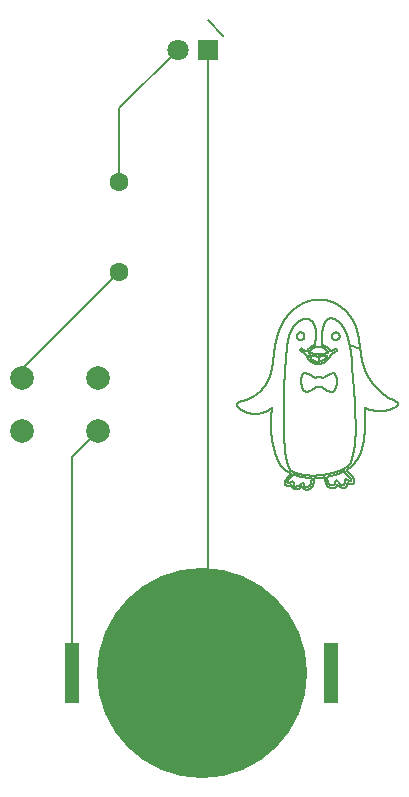
<source format=gbr>
%TF.GenerationSoftware,KiCad,Pcbnew,9.0.2*%
%TF.CreationDate,2025-06-10T19:07:20+03:00*%
%TF.ProjectId,project,70726f6a-6563-4742-9e6b-696361645f70,rev?*%
%TF.SameCoordinates,Original*%
%TF.FileFunction,Copper,L1,Top*%
%TF.FilePolarity,Positive*%
%FSLAX46Y46*%
G04 Gerber Fmt 4.6, Leading zero omitted, Abs format (unit mm)*
G04 Created by KiCad (PCBNEW 9.0.2) date 2025-06-10 19:07:20*
%MOMM*%
%LPD*%
G01*
G04 APERTURE LIST*
%TA.AperFunction,NonConductor*%
%ADD10C,0.200000*%
%TD*%
%ADD11C,0.200000*%
%TA.AperFunction,ComponentPad*%
%ADD12R,1.800000X1.800000*%
%TD*%
%TA.AperFunction,ComponentPad*%
%ADD13C,1.800000*%
%TD*%
%TA.AperFunction,ComponentPad*%
%ADD14C,1.600000*%
%TD*%
%TA.AperFunction,ComponentPad*%
%ADD15C,2.000000*%
%TD*%
%TA.AperFunction,SMDPad,CuDef*%
%ADD16R,1.270000X5.080000*%
%TD*%
%TA.AperFunction,SMDPad,CuDef*%
%ADD17C,17.800000*%
%TD*%
%TA.AperFunction,Conductor*%
%ADD18C,0.200000*%
%TD*%
G04 APERTURE END LIST*
D10*
X129396876Y-98264414D02*
X129396876Y-98890916D01*
X132930994Y-97830682D02*
X132031404Y-97487978D01*
D11*
X130928754Y-100768980D02*
X130929585Y-100762604D01*
X130930395Y-100756239D01*
X130931182Y-100749888D01*
X130931949Y-100743547D01*
X130932693Y-100737220D01*
X130933416Y-100730904D01*
X130934117Y-100724602D01*
X130934797Y-100718312D01*
X130935455Y-100712036D01*
X130936092Y-100705773D01*
X130936707Y-100699524D01*
X130937301Y-100693287D01*
X130937874Y-100687066D01*
X130938425Y-100680856D01*
X130938955Y-100674663D01*
X130939463Y-100668482D01*
X130939950Y-100662318D01*
X130940417Y-100656166D01*
X130940861Y-100650031D01*
X130941285Y-100643908D01*
X130941688Y-100637803D01*
X130942070Y-100631711D01*
X130942430Y-100625637D01*
X130942770Y-100619576D01*
X130943089Y-100613533D01*
X130943387Y-100607504D01*
X130943664Y-100601493D01*
X130943920Y-100595496D01*
X130944156Y-100589518D01*
X130944371Y-100583553D01*
X130944565Y-100577609D01*
X130944739Y-100571677D01*
X130944893Y-100565767D01*
X130945025Y-100559869D01*
X130945138Y-100553993D01*
X130945230Y-100548131D01*
X130945302Y-100542290D01*
X130945354Y-100536462D01*
X130945385Y-100530657D01*
X130945397Y-100524865D01*
X130945388Y-100519096D01*
X130945360Y-100513341D01*
X130945311Y-100507609D01*
X130945243Y-100501891D01*
X130945155Y-100496195D01*
X130945047Y-100490515D01*
X130944920Y-100484858D01*
X130944772Y-100479215D01*
X130944606Y-100473596D01*
X130944420Y-100467992D01*
X130944215Y-100462412D01*
X130943990Y-100456847D01*
X130943746Y-100451307D01*
X130943483Y-100445782D01*
X130943201Y-100440281D01*
X130942900Y-100434796D01*
X130942580Y-100429336D01*
X130942241Y-100423891D01*
X130941884Y-100418472D01*
X130941508Y-100413068D01*
X130941113Y-100407690D01*
X130940699Y-100402328D01*
X130940268Y-100396992D01*
X130939817Y-100391671D01*
X130939349Y-100386377D01*
X130938862Y-100381099D01*
X130938358Y-100375848D01*
X130937834Y-100370612D01*
X130937294Y-100365404D01*
X130936735Y-100360212D01*
X130936159Y-100355047D01*
X130935564Y-100349898D01*
X130934953Y-100344777D01*
X130934323Y-100339672D01*
X130933677Y-100334595D01*
X130933012Y-100329534D01*
X130932331Y-100324502D01*
X130931632Y-100319486D01*
X130930917Y-100314498D01*
X130930184Y-100309527D01*
X130929435Y-100304584D01*
X130928669Y-100299658D01*
X130927886Y-100294761D01*
X130927086Y-100289880D01*
X130926270Y-100285028D01*
X130925437Y-100280194D01*
X130924589Y-100275388D01*
X130923723Y-100270599D01*
X130922842Y-100265840D01*
X130921944Y-100261097D01*
X130921032Y-100256384D01*
X130920102Y-100251688D01*
X130919157Y-100247022D01*
X130918196Y-100242373D01*
X130917220Y-100237753D01*
X130916228Y-100233151D01*
X130915221Y-100228578D01*
X130914198Y-100224023D01*
X130913161Y-100219498D01*
X130912108Y-100214990D01*
X130911041Y-100210512D01*
X130909957Y-100206052D01*
X130908861Y-100201622D01*
X130907748Y-100197209D01*
X130906621Y-100192826D01*
X130905479Y-100188461D01*
X130904324Y-100184126D01*
X130903153Y-100179809D01*
X130901970Y-100175522D01*
X130900770Y-100171253D01*
X130899558Y-100167014D01*
X130898331Y-100162793D01*
X130897092Y-100158602D01*
X130895836Y-100154429D01*
X130894570Y-100150286D01*
X130893287Y-100146161D01*
X130891993Y-100142066D01*
X130890684Y-100137989D01*
X130889363Y-100133943D01*
X130888028Y-100129915D01*
X130886681Y-100125917D01*
X130885319Y-100121936D01*
X130883946Y-100117986D01*
X130882559Y-100114054D01*
X130881161Y-100110153D01*
X130879748Y-100106269D01*
X130878324Y-100102415D01*
X130876886Y-100098580D01*
X130875438Y-100094775D01*
X130873976Y-100090987D01*
X130872503Y-100087230D01*
X130871016Y-100083491D01*
X130869520Y-100079782D01*
X130868009Y-100076091D01*
X130866489Y-100072430D01*
X130864954Y-100068787D01*
X130863411Y-100065174D01*
X130861853Y-100061579D01*
X130860287Y-100058013D01*
X130858707Y-100054466D01*
X130857117Y-100050949D01*
X130855515Y-100047449D01*
X130853903Y-100043980D01*
X130852278Y-100040528D01*
X130850645Y-100037105D01*
X130848998Y-100033701D01*
X130847343Y-100030326D01*
X130845675Y-100026969D01*
X130843998Y-100023642D01*
X130842309Y-100020332D01*
X130840612Y-100017052D01*
X130838901Y-100013789D01*
X130837184Y-100010556D01*
X130835453Y-100007340D01*
X130833714Y-100004154D01*
X130831963Y-100000985D01*
X130830205Y-99997845D01*
X130828434Y-99994723D01*
X130826656Y-99991629D01*
X130824865Y-99988554D01*
X130823068Y-99985506D01*
X130821258Y-99982477D01*
X130819441Y-99979476D01*
X130817612Y-99976492D01*
X130815776Y-99973537D01*
X130813928Y-99970600D01*
X130812074Y-99967690D01*
X130810208Y-99964798D01*
X130808335Y-99961934D01*
X130806450Y-99959088D01*
X130804560Y-99956269D01*
X130802657Y-99953468D01*
X130800748Y-99950694D01*
X130798828Y-99947938D01*
X130796902Y-99945209D01*
X130794963Y-99942498D01*
X130793020Y-99939813D01*
X130791064Y-99937147D01*
X130789104Y-99934507D01*
X130787131Y-99931884D01*
X130785154Y-99929288D01*
X130783164Y-99926710D01*
X130781170Y-99924158D01*
X130779164Y-99921624D01*
X130777153Y-99919116D01*
X130775130Y-99916625D01*
X130773103Y-99914160D01*
X130771064Y-99911713D01*
X130769020Y-99909292D01*
X130766965Y-99906888D01*
X130764906Y-99904509D01*
X130762835Y-99902148D01*
X130760759Y-99899812D01*
X130758673Y-99897494D01*
X130756582Y-99895200D01*
X130754479Y-99892924D01*
X130752373Y-99890673D01*
X130750255Y-99888440D01*
X130748133Y-99886230D01*
X130746000Y-99884039D01*
X130743862Y-99881871D01*
X130741714Y-99879722D01*
X130739561Y-99877596D01*
X130737398Y-99875487D01*
X130735231Y-99873403D01*
X130733052Y-99871336D01*
X130731648Y-99870018D01*
X130630458Y-101436648D02*
X130634096Y-101434766D01*
X130637735Y-101432794D01*
X130641375Y-101430731D01*
X130645017Y-101428574D01*
X130648660Y-101426324D01*
X130652306Y-101423978D01*
X130655954Y-101421536D01*
X130659605Y-101418995D01*
X130663259Y-101416356D01*
X130666917Y-101413615D01*
X130670577Y-101410771D01*
X130674242Y-101407824D01*
X130677910Y-101404771D01*
X130681582Y-101401610D01*
X130685258Y-101398341D01*
X130688938Y-101394962D01*
X130692622Y-101391470D01*
X130696310Y-101387864D01*
X130700002Y-101384142D01*
X130703698Y-101380303D01*
X130707398Y-101376345D01*
X130711101Y-101372265D01*
X130714808Y-101368063D01*
X130718518Y-101363736D01*
X130722232Y-101359283D01*
X130725948Y-101354702D01*
X130729666Y-101349991D01*
X130733387Y-101345148D01*
X130737110Y-101340171D01*
X130740834Y-101335059D01*
X130744560Y-101329809D01*
X130748285Y-101324421D01*
X130752011Y-101318892D01*
X130755737Y-101313220D01*
X130759462Y-101307405D01*
X130763185Y-101301443D01*
X130766906Y-101295335D01*
X130770624Y-101289077D01*
X130774339Y-101282669D01*
X130778049Y-101276109D01*
X130781755Y-101269396D01*
X130785454Y-101262527D01*
X130789147Y-101255503D01*
X130792832Y-101248322D01*
X130796509Y-101240982D01*
X130800176Y-101233483D01*
X130803833Y-101225824D01*
X130807478Y-101218004D01*
X130811111Y-101210021D01*
X130814729Y-101201877D01*
X130818333Y-101193570D01*
X130821921Y-101185099D01*
X130825491Y-101176465D01*
X130829042Y-101167669D01*
X130832572Y-101158709D01*
X130836082Y-101149586D01*
X130839568Y-101140302D01*
X130843029Y-101130856D01*
X130846464Y-101121251D01*
X130849871Y-101111486D01*
X130853248Y-101101565D01*
X130856594Y-101091488D01*
X130859907Y-101081258D01*
X130863185Y-101070878D01*
X130866426Y-101060349D01*
X130869628Y-101049676D01*
X130872790Y-101038862D01*
X130875908Y-101027911D01*
X130878981Y-101016827D01*
X130882008Y-101005615D01*
X130884984Y-100994280D01*
X130887910Y-100982827D01*
X130890781Y-100971264D01*
X130893596Y-100959596D01*
X130896353Y-100947832D01*
X130899049Y-100935977D01*
X130901682Y-100924042D01*
X130904249Y-100912034D01*
X130906749Y-100899963D01*
X130909178Y-100887839D01*
X130911534Y-100875672D01*
X130913816Y-100863473D01*
X130916020Y-100851254D01*
X130918145Y-100839027D01*
X130920189Y-100826805D01*
X130922149Y-100814600D01*
X130924023Y-100802426D01*
X130925810Y-100790297D01*
X130927508Y-100778227D01*
X130928754Y-100768980D01*
X130504668Y-101463806D02*
X130507328Y-101463814D01*
X130509978Y-101463802D01*
X130512608Y-101463770D01*
X130515227Y-101463718D01*
X130517827Y-101463646D01*
X130520416Y-101463555D01*
X130522986Y-101463445D01*
X130525545Y-101463314D01*
X130528085Y-101463165D01*
X130530615Y-101462996D01*
X130533125Y-101462809D01*
X130535625Y-101462602D01*
X130538106Y-101462377D01*
X130540577Y-101462132D01*
X130543029Y-101461870D01*
X130545470Y-101461588D01*
X130547893Y-101461288D01*
X130550305Y-101460970D01*
X130552699Y-101460633D01*
X130555083Y-101460278D01*
X130557448Y-101459905D01*
X130559803Y-101459514D01*
X130562140Y-101459105D01*
X130564467Y-101458678D01*
X130566776Y-101458234D01*
X130569074Y-101457772D01*
X130571355Y-101457292D01*
X130573625Y-101456794D01*
X130575878Y-101456280D01*
X130578121Y-101455747D01*
X130580347Y-101455198D01*
X130582562Y-101454631D01*
X130584760Y-101454048D01*
X130586948Y-101453446D01*
X130589120Y-101452829D01*
X130591281Y-101452193D01*
X130593425Y-101451542D01*
X130595559Y-101450872D01*
X130597677Y-101450187D01*
X130599784Y-101449484D01*
X130601876Y-101448766D01*
X130603957Y-101448029D01*
X130606023Y-101447277D01*
X130608077Y-101446508D01*
X130610117Y-101445723D01*
X130612146Y-101444921D01*
X130614160Y-101444103D01*
X130616163Y-101443268D01*
X130618151Y-101442417D01*
X130620129Y-101441549D01*
X130622092Y-101440666D01*
X130624045Y-101439765D01*
X130625983Y-101438849D01*
X130627910Y-101437916D01*
X130630458Y-101436648D01*
X129673690Y-101012728D02*
X129681520Y-101019144D01*
X129689406Y-101025578D01*
X129697178Y-101031894D01*
X129705002Y-101038225D01*
X129712714Y-101044440D01*
X129720472Y-101050666D01*
X129728122Y-101056779D01*
X129735814Y-101062899D01*
X129743398Y-101068908D01*
X129751021Y-101074922D01*
X129758539Y-101080827D01*
X129766092Y-101086733D01*
X129773541Y-101092533D01*
X129781022Y-101098331D01*
X129788401Y-101104026D01*
X129795810Y-101109716D01*
X129803118Y-101115305D01*
X129810452Y-101120888D01*
X129817688Y-101126370D01*
X129824947Y-101131845D01*
X129832109Y-101137221D01*
X129839293Y-101142588D01*
X129846381Y-101147858D01*
X129853489Y-101153118D01*
X129860502Y-101158282D01*
X129867533Y-101163435D01*
X129874471Y-101168494D01*
X129881425Y-101173539D01*
X129888286Y-101178493D01*
X129895163Y-101183432D01*
X129901948Y-101188282D01*
X129908746Y-101193115D01*
X129915456Y-101197861D01*
X129922176Y-101202589D01*
X129928808Y-101207231D01*
X129935450Y-101211855D01*
X129942006Y-101216394D01*
X129948570Y-101220915D01*
X129955049Y-101225352D01*
X129961535Y-101229769D01*
X129967936Y-101234105D01*
X129974344Y-101238421D01*
X129980669Y-101242656D01*
X129986999Y-101246870D01*
X129993247Y-101251006D01*
X129999499Y-101255120D01*
X130005671Y-101259157D01*
X130011846Y-101263172D01*
X130017941Y-101267111D01*
X130024038Y-101271028D01*
X130030057Y-101274870D01*
X130036078Y-101278689D01*
X130042021Y-101282435D01*
X130047965Y-101286158D01*
X130053833Y-101289809D01*
X130059700Y-101293437D01*
X130065493Y-101296994D01*
X130071285Y-101300527D01*
X130077003Y-101303992D01*
X130082719Y-101307432D01*
X130088363Y-101310804D01*
X130094004Y-101314152D01*
X130099574Y-101317434D01*
X130105141Y-101320691D01*
X130110637Y-101323883D01*
X130116130Y-101327050D01*
X130121553Y-101330153D01*
X130126973Y-101333231D01*
X130132324Y-101336247D01*
X130137670Y-101339238D01*
X130142949Y-101342167D01*
X130148223Y-101345071D01*
X130153431Y-101347915D01*
X130158633Y-101350733D01*
X130163770Y-101353493D01*
X130168901Y-101356227D01*
X130173968Y-101358904D01*
X130179029Y-101361554D01*
X130184025Y-101364149D01*
X130189016Y-101366718D01*
X130193944Y-101369231D01*
X130198865Y-101371719D01*
X130203724Y-101374153D01*
X130208577Y-101376561D01*
X130213369Y-101378916D01*
X130218153Y-101381246D01*
X130222877Y-101383523D01*
X130227595Y-101385775D01*
X130232252Y-101387976D01*
X130236903Y-101390152D01*
X130241495Y-101392277D01*
X130246079Y-101394378D01*
X130250606Y-101396429D01*
X130255125Y-101398455D01*
X130259587Y-101400434D01*
X130264041Y-101402386D01*
X130268439Y-101404293D01*
X130272829Y-101406174D01*
X130277164Y-101408009D01*
X130281491Y-101409819D01*
X130285764Y-101411585D01*
X130290028Y-101413325D01*
X130294238Y-101415022D01*
X130298441Y-101416694D01*
X130302590Y-101418323D01*
X130306731Y-101419927D01*
X130310820Y-101421490D01*
X130314901Y-101423027D01*
X130318930Y-101424524D01*
X130322951Y-101425996D01*
X130326921Y-101427429D01*
X130330883Y-101428836D01*
X130334795Y-101430205D01*
X130338698Y-101431550D01*
X130342553Y-101432856D01*
X130346398Y-101434138D01*
X130350196Y-101435383D01*
X130353984Y-101436604D01*
X130357726Y-101437788D01*
X130361458Y-101438949D01*
X130365144Y-101440074D01*
X130368821Y-101441175D01*
X130372452Y-101442242D01*
X130376074Y-101443284D01*
X130379651Y-101444294D01*
X130383219Y-101445279D01*
X130386743Y-101446232D01*
X130390258Y-101447161D01*
X130393729Y-101448058D01*
X130397191Y-101448932D01*
X130400610Y-101449774D01*
X130404020Y-101450593D01*
X130407389Y-101451382D01*
X130410748Y-101452148D01*
X130414066Y-101452883D01*
X130417374Y-101453597D01*
X130420642Y-101454280D01*
X130423901Y-101454942D01*
X130427120Y-101455575D01*
X130430330Y-101456185D01*
X130433500Y-101456768D01*
X130436662Y-101457328D01*
X130439785Y-101457862D01*
X130442899Y-101458373D01*
X130445975Y-101458858D01*
X130449042Y-101459321D01*
X130452072Y-101459758D01*
X130455093Y-101460173D01*
X130458077Y-101460563D01*
X130461052Y-101460932D01*
X130463992Y-101461276D01*
X130466923Y-101461599D01*
X130469819Y-101461897D01*
X130472705Y-101462175D01*
X130475557Y-101462429D01*
X130478400Y-101462662D01*
X130481210Y-101462872D01*
X130484010Y-101463062D01*
X130486778Y-101463229D01*
X130489537Y-101463375D01*
X130492263Y-101463500D01*
X130494980Y-101463604D01*
X130497666Y-101463686D01*
X130500342Y-101463749D01*
X130504668Y-101463806D01*
X129448128Y-101059494D02*
X129451535Y-101059506D01*
X129454937Y-101059498D01*
X129458337Y-101059470D01*
X129461733Y-101059421D01*
X129465126Y-101059353D01*
X129468514Y-101059266D01*
X129471898Y-101059158D01*
X129475278Y-101059030D01*
X129478654Y-101058883D01*
X129482025Y-101058715D01*
X129485392Y-101058528D01*
X129488754Y-101058321D01*
X129492111Y-101058095D01*
X129495463Y-101057849D01*
X129498810Y-101057583D01*
X129502151Y-101057297D01*
X129505487Y-101056992D01*
X129508818Y-101056667D01*
X129512142Y-101056323D01*
X129515461Y-101055959D01*
X129518773Y-101055576D01*
X129522080Y-101055174D01*
X129525380Y-101054752D01*
X129528673Y-101054311D01*
X129531960Y-101053850D01*
X129535240Y-101053370D01*
X129538513Y-101052872D01*
X129541779Y-101052354D01*
X129545037Y-101051816D01*
X129548289Y-101051260D01*
X129551533Y-101050685D01*
X129554769Y-101050091D01*
X129557997Y-101049478D01*
X129561218Y-101048846D01*
X129564430Y-101048195D01*
X129567635Y-101047526D01*
X129570830Y-101046838D01*
X129574018Y-101046131D01*
X129577196Y-101045406D01*
X129580366Y-101044662D01*
X129583527Y-101043900D01*
X129586679Y-101043119D01*
X129589822Y-101042320D01*
X129592956Y-101041503D01*
X129596079Y-101040667D01*
X129599194Y-101039813D01*
X129602299Y-101038942D01*
X129605394Y-101038052D01*
X129608479Y-101037145D01*
X129611554Y-101036219D01*
X129614618Y-101035276D01*
X129617673Y-101034314D01*
X129620717Y-101033336D01*
X129623751Y-101032339D01*
X129626773Y-101031325D01*
X129629785Y-101030294D01*
X129632785Y-101029245D01*
X129635776Y-101028179D01*
X129638754Y-101027096D01*
X129641722Y-101025995D01*
X129644677Y-101024878D01*
X129647622Y-101023743D01*
X129650554Y-101022591D01*
X129653475Y-101021423D01*
X129656383Y-101020238D01*
X129659281Y-101019035D01*
X129662165Y-101017817D01*
X129665039Y-101016581D01*
X129667898Y-101015330D01*
X129670747Y-101014061D01*
X129673690Y-101012728D01*
X129204916Y-101002448D02*
X129210724Y-101005289D01*
X129216578Y-101008065D01*
X129222479Y-101010773D01*
X129228425Y-101013415D01*
X129234414Y-101015988D01*
X129240447Y-101018492D01*
X129246521Y-101020928D01*
X129252637Y-101023293D01*
X129258792Y-101025589D01*
X129264987Y-101027813D01*
X129271218Y-101029966D01*
X129277487Y-101032047D01*
X129283791Y-101034055D01*
X129290129Y-101035990D01*
X129296501Y-101037852D01*
X129302905Y-101039640D01*
X129309339Y-101041353D01*
X129312568Y-101042181D01*
X129315803Y-101042991D01*
X129319046Y-101043782D01*
X129322296Y-101044554D01*
X129325553Y-101045307D01*
X129328816Y-101046041D01*
X129332086Y-101046756D01*
X129335363Y-101047452D01*
X129338645Y-101048129D01*
X129341934Y-101048787D01*
X129345229Y-101049425D01*
X129348529Y-101050045D01*
X129351835Y-101050644D01*
X129355147Y-101051225D01*
X129358464Y-101051786D01*
X129361786Y-101052328D01*
X129365113Y-101052850D01*
X129368445Y-101053353D01*
X129371782Y-101053837D01*
X129375124Y-101054300D01*
X129378469Y-101054744D01*
X129381820Y-101055169D01*
X129385174Y-101055574D01*
X129388532Y-101055959D01*
X129391894Y-101056325D01*
X129395260Y-101056671D01*
X129398629Y-101056997D01*
X129402002Y-101057303D01*
X129405378Y-101057589D01*
X129408758Y-101057856D01*
X129412139Y-101058103D01*
X129415524Y-101058330D01*
X129418911Y-101058537D01*
X129422302Y-101058724D01*
X129425694Y-101058891D01*
X129429089Y-101059038D01*
X129432485Y-101059166D01*
X129435884Y-101059273D01*
X129439284Y-101059360D01*
X129442686Y-101059428D01*
X129448128Y-101059494D01*
X128385844Y-101438794D02*
X128391100Y-101438792D01*
X128396432Y-101438710D01*
X128401841Y-101438546D01*
X128407327Y-101438301D01*
X128412893Y-101437972D01*
X128418539Y-101437558D01*
X128424267Y-101437057D01*
X128430077Y-101436470D01*
X128435973Y-101435793D01*
X128441953Y-101435026D01*
X128448021Y-101434167D01*
X128454177Y-101433215D01*
X128460423Y-101432168D01*
X128466759Y-101431025D01*
X128473187Y-101429784D01*
X128479709Y-101428444D01*
X128486326Y-101427003D01*
X128493039Y-101425458D01*
X128499849Y-101423810D01*
X128506758Y-101422055D01*
X128513767Y-101420192D01*
X128520877Y-101418220D01*
X128528090Y-101416136D01*
X128535407Y-101413939D01*
X128542830Y-101411627D01*
X128550358Y-101409198D01*
X128557995Y-101406650D01*
X128565741Y-101403982D01*
X128573597Y-101401191D01*
X128581566Y-101398276D01*
X128589647Y-101395234D01*
X128597842Y-101392064D01*
X128606153Y-101388763D01*
X128614581Y-101385330D01*
X128623126Y-101381763D01*
X128631791Y-101378060D01*
X128640577Y-101374218D01*
X128649484Y-101370236D01*
X128658514Y-101366111D01*
X128667668Y-101361842D01*
X128676947Y-101357427D01*
X128686352Y-101352863D01*
X128695885Y-101348149D01*
X128705546Y-101343282D01*
X128715337Y-101338260D01*
X128725259Y-101333082D01*
X128735312Y-101327745D01*
X128745497Y-101322248D01*
X128755817Y-101316587D01*
X128766270Y-101310763D01*
X128776859Y-101304771D01*
X128787584Y-101298611D01*
X128798446Y-101292280D01*
X128809446Y-101285777D01*
X128820584Y-101279100D01*
X128831861Y-101272246D01*
X128843277Y-101265214D01*
X128854834Y-101258003D01*
X128866531Y-101250610D01*
X128878369Y-101243034D01*
X128890348Y-101235272D01*
X128902469Y-101227325D01*
X128914731Y-101219190D01*
X128927134Y-101210865D01*
X128939679Y-101202350D01*
X128952365Y-101193643D01*
X128965192Y-101184742D01*
X128978159Y-101175648D01*
X128991266Y-101166359D01*
X129004512Y-101156874D01*
X129017896Y-101147192D01*
X129031417Y-101137314D01*
X129045073Y-101127238D01*
X129058863Y-101116966D01*
X129072785Y-101106496D01*
X129086837Y-101095829D01*
X129101016Y-101084967D01*
X129115319Y-101073909D01*
X129129744Y-101062657D01*
X129144287Y-101051214D01*
X129158944Y-101039580D01*
X129173711Y-101027758D01*
X129188581Y-101015752D01*
X129203550Y-101003565D01*
X129204916Y-101002448D01*
X128259392Y-101409710D02*
X128263277Y-101411671D01*
X128267210Y-101413567D01*
X128271191Y-101415397D01*
X128275221Y-101417161D01*
X128279300Y-101418860D01*
X128283429Y-101420492D01*
X128287607Y-101422058D01*
X128291835Y-101423558D01*
X128296114Y-101424990D01*
X128300443Y-101426355D01*
X128304824Y-101427652D01*
X128309256Y-101428881D01*
X128313741Y-101430041D01*
X128318277Y-101431132D01*
X128322866Y-101432153D01*
X128327508Y-101433104D01*
X128332204Y-101433985D01*
X128336953Y-101434793D01*
X128341756Y-101435530D01*
X128346614Y-101436194D01*
X128351526Y-101436785D01*
X128356494Y-101437301D01*
X128361517Y-101437743D01*
X128366595Y-101438109D01*
X128371730Y-101438399D01*
X128376921Y-101438612D01*
X128382168Y-101438747D01*
X128385844Y-101438794D01*
X127948606Y-100737926D02*
X127949524Y-100743955D01*
X127950466Y-100750010D01*
X127951431Y-100756081D01*
X127952421Y-100762175D01*
X127953432Y-100768279D01*
X127954467Y-100774406D01*
X127955523Y-100780536D01*
X127956603Y-100786687D01*
X127957703Y-100792837D01*
X127958827Y-100799005D01*
X127959971Y-100805167D01*
X127961137Y-100811346D01*
X127962322Y-100817514D01*
X127963531Y-100823696D01*
X127964757Y-100829863D01*
X127966006Y-100836042D01*
X127967271Y-100842201D01*
X127968559Y-100848372D01*
X127969863Y-100854517D01*
X127971189Y-100860673D01*
X127972529Y-100866799D01*
X127973892Y-100872933D01*
X127975268Y-100879035D01*
X127976667Y-100885143D01*
X127978077Y-100891215D01*
X127979510Y-100897291D01*
X127980953Y-100903328D01*
X127982418Y-100909368D01*
X127983894Y-100915366D01*
X127985390Y-100921364D01*
X127986896Y-100927318D01*
X127988423Y-100933271D01*
X127989958Y-100939177D01*
X127991514Y-100945081D01*
X127993077Y-100950935D01*
X127994660Y-100956785D01*
X127996250Y-100962584D01*
X127997859Y-100968378D01*
X127999475Y-100974118D01*
X128001110Y-100979852D01*
X128002749Y-100985530D01*
X128004408Y-100991201D01*
X128006071Y-100996815D01*
X128007752Y-101002421D01*
X128009437Y-101007967D01*
X128011140Y-101013505D01*
X128012845Y-101018982D01*
X128014569Y-101024449D01*
X128016294Y-101029855D01*
X128018036Y-101035250D01*
X128019780Y-101040582D01*
X128021541Y-101045903D01*
X128023303Y-101051160D01*
X128025081Y-101056405D01*
X128026859Y-101061585D01*
X128028654Y-101066752D01*
X128030447Y-101071855D01*
X128032257Y-101076944D01*
X128034065Y-101081968D01*
X128035890Y-101086976D01*
X128037712Y-101091920D01*
X128039549Y-101096848D01*
X128041384Y-101101711D01*
X128043234Y-101106557D01*
X128045081Y-101111338D01*
X128046942Y-101116102D01*
X128048800Y-101120801D01*
X128050673Y-101125482D01*
X128052541Y-101130098D01*
X128054423Y-101134696D01*
X128056301Y-101139229D01*
X128058193Y-101143744D01*
X128060079Y-101148194D01*
X128061980Y-101152624D01*
X128063874Y-101156991D01*
X128065782Y-101161338D01*
X128067684Y-101165620D01*
X128069600Y-101169883D01*
X128071508Y-101174083D01*
X128073430Y-101178262D01*
X128075345Y-101182378D01*
X128077272Y-101186474D01*
X128079192Y-101190507D01*
X128081125Y-101194520D01*
X128083050Y-101198470D01*
X128084987Y-101202399D01*
X128086917Y-101206267D01*
X128088858Y-101210114D01*
X128090791Y-101213900D01*
X128092736Y-101217664D01*
X128094672Y-101221369D01*
X128096620Y-101225052D01*
X128098559Y-101228675D01*
X128100509Y-101232277D01*
X128102451Y-101235820D01*
X128104403Y-101239341D01*
X128106347Y-101242804D01*
X128108301Y-101246245D01*
X128110245Y-101249629D01*
X128112200Y-101252991D01*
X128114146Y-101256296D01*
X128116102Y-101259580D01*
X128118048Y-101262807D01*
X128120005Y-101266013D01*
X128121951Y-101269164D01*
X128123907Y-101272292D01*
X128125854Y-101275367D01*
X128127810Y-101278419D01*
X128129756Y-101281418D01*
X128131711Y-101284395D01*
X128133657Y-101287320D01*
X128135611Y-101290222D01*
X128137555Y-101293073D01*
X128139509Y-101295902D01*
X128141451Y-101298680D01*
X128143403Y-101301436D01*
X128145345Y-101304142D01*
X128147295Y-101306826D01*
X128149234Y-101309462D01*
X128151182Y-101312074D01*
X128153120Y-101314640D01*
X128155066Y-101317183D01*
X128157001Y-101319679D01*
X128158945Y-101322152D01*
X128160877Y-101324580D01*
X128162818Y-101326986D01*
X128164749Y-101329346D01*
X128166687Y-101331684D01*
X128168615Y-101333978D01*
X128170550Y-101336250D01*
X128172475Y-101338479D01*
X128174407Y-101340685D01*
X128176329Y-101342849D01*
X128178258Y-101344991D01*
X128180177Y-101347091D01*
X128182103Y-101349170D01*
X128184019Y-101351208D01*
X128185941Y-101353224D01*
X128187854Y-101355200D01*
X128189773Y-101357154D01*
X128191682Y-101359069D01*
X128193598Y-101360963D01*
X128195504Y-101362818D01*
X128197416Y-101364652D01*
X128199319Y-101366448D01*
X128201228Y-101368223D01*
X128203127Y-101369961D01*
X128205032Y-101371678D01*
X128206928Y-101373359D01*
X128208830Y-101375018D01*
X128210722Y-101376643D01*
X128212621Y-101378247D01*
X128214510Y-101379816D01*
X128216405Y-101381364D01*
X128218291Y-101382878D01*
X128220183Y-101384372D01*
X128222066Y-101385833D01*
X128223954Y-101387273D01*
X128225834Y-101388680D01*
X128227719Y-101390067D01*
X128229596Y-101391423D01*
X128231478Y-101392758D01*
X128233352Y-101394062D01*
X128235231Y-101395346D01*
X128237102Y-101396599D01*
X128238978Y-101397832D01*
X128240846Y-101399036D01*
X128242720Y-101400219D01*
X128244586Y-101401374D01*
X128246457Y-101402508D01*
X128248320Y-101403614D01*
X128250189Y-101404700D01*
X128252050Y-101405759D01*
X128253916Y-101406797D01*
X128255775Y-101407808D01*
X128257640Y-101408799D01*
X128259392Y-101409710D01*
X128128788Y-99841520D02*
X128124557Y-99845540D01*
X128120357Y-99849640D01*
X128116188Y-99853822D01*
X128112050Y-99858085D01*
X128107944Y-99862431D01*
X128103870Y-99866860D01*
X128099828Y-99871372D01*
X128095818Y-99875968D01*
X128091841Y-99880648D01*
X128087897Y-99885413D01*
X128083986Y-99890264D01*
X128080109Y-99895200D01*
X128076266Y-99900222D01*
X128072457Y-99905331D01*
X128068683Y-99910528D01*
X128064944Y-99915812D01*
X128061241Y-99921184D01*
X128057574Y-99926645D01*
X128053943Y-99932196D01*
X128050350Y-99937836D01*
X128046794Y-99943566D01*
X128043276Y-99949386D01*
X128039796Y-99955298D01*
X128036356Y-99961301D01*
X128032955Y-99967396D01*
X128029594Y-99973583D01*
X128026275Y-99979863D01*
X128022996Y-99986236D01*
X128019760Y-99992703D01*
X128016566Y-99999263D01*
X128013415Y-100005917D01*
X128010309Y-100012666D01*
X128007247Y-100019510D01*
X128004230Y-100026449D01*
X128001258Y-100033482D01*
X127998334Y-100040612D01*
X127995457Y-100047837D01*
X127992627Y-100055159D01*
X127989847Y-100062576D01*
X127987116Y-100070090D01*
X127984435Y-100077701D01*
X127981805Y-100085408D01*
X127979226Y-100093211D01*
X127976700Y-100101112D01*
X127974227Y-100109109D01*
X127971808Y-100117204D01*
X127969443Y-100125395D01*
X127967134Y-100133683D01*
X127964881Y-100142067D01*
X127962686Y-100150549D01*
X127960548Y-100159127D01*
X127958468Y-100167801D01*
X127956448Y-100176572D01*
X127954487Y-100185439D01*
X127952588Y-100194401D01*
X127950750Y-100203459D01*
X127948975Y-100212613D01*
X127947263Y-100221861D01*
X127945615Y-100231204D01*
X127944031Y-100240641D01*
X127942514Y-100250172D01*
X127941062Y-100259797D01*
X127939677Y-100269514D01*
X127938360Y-100279324D01*
X127937112Y-100289226D01*
X127935933Y-100299219D01*
X127934824Y-100309302D01*
X127933785Y-100319476D01*
X127932818Y-100329740D01*
X127931924Y-100340092D01*
X127931101Y-100350532D01*
X127930353Y-100361060D01*
X127929678Y-100371674D01*
X127929079Y-100382374D01*
X127928555Y-100393158D01*
X127928107Y-100404027D01*
X127927736Y-100414979D01*
X127927442Y-100426014D01*
X127927226Y-100437130D01*
X127927089Y-100448326D01*
X127927031Y-100459601D01*
X127927053Y-100470955D01*
X127927155Y-100482387D01*
X127927338Y-100493895D01*
X127927602Y-100505478D01*
X127927948Y-100517135D01*
X127928377Y-100528865D01*
X127928888Y-100540667D01*
X127929482Y-100552539D01*
X127930161Y-100564481D01*
X127930923Y-100576492D01*
X127931770Y-100588569D01*
X127932702Y-100600713D01*
X127933719Y-100612921D01*
X127934822Y-100625192D01*
X127936011Y-100637525D01*
X127937287Y-100649919D01*
X127938649Y-100662372D01*
X127940098Y-100674883D01*
X127941634Y-100687451D01*
X127943258Y-100700075D01*
X127944969Y-100712752D01*
X127945858Y-100719111D01*
X127946769Y-100725482D01*
X127948606Y-100737926D01*
X128210144Y-99822412D02*
X128207631Y-99821707D01*
X128205101Y-99821081D01*
X128202557Y-99820533D01*
X128200000Y-99820064D01*
X128197433Y-99819674D01*
X128194856Y-99819363D01*
X128192273Y-99819132D01*
X128189685Y-99818981D01*
X128187095Y-99818909D01*
X128184504Y-99818917D01*
X128181915Y-99819005D01*
X128179330Y-99819173D01*
X128176752Y-99819420D01*
X128174183Y-99819747D01*
X128171625Y-99820153D01*
X128169081Y-99820637D01*
X128166554Y-99821200D01*
X128164045Y-99821841D01*
X128162798Y-99822190D01*
X128161557Y-99822559D01*
X128160322Y-99822946D01*
X128159093Y-99823353D01*
X128157870Y-99823779D01*
X128156654Y-99824223D01*
X128155446Y-99824686D01*
X128154244Y-99825168D01*
X128153051Y-99825668D01*
X128151865Y-99826187D01*
X128150688Y-99826723D01*
X128149518Y-99827279D01*
X128148358Y-99827851D01*
X128147207Y-99828443D01*
X128146065Y-99829051D01*
X128144932Y-99829678D01*
X128143810Y-99830321D01*
X128142697Y-99830982D01*
X128141595Y-99831660D01*
X128140503Y-99832356D01*
X128139423Y-99833068D01*
X128138352Y-99833797D01*
X128137294Y-99834542D01*
X128136246Y-99835305D01*
X128135211Y-99836082D01*
X128134187Y-99836877D01*
X128133176Y-99837687D01*
X128132176Y-99838514D01*
X128131190Y-99839356D01*
X128130215Y-99840214D01*
X128128788Y-99841520D01*
X129118108Y-100266932D02*
X129105067Y-100257704D01*
X129091979Y-100248540D01*
X129078844Y-100239441D01*
X129065664Y-100230408D01*
X129052438Y-100221441D01*
X129039169Y-100212540D01*
X129025857Y-100203708D01*
X129012502Y-100194943D01*
X129005810Y-100190587D01*
X128999107Y-100186247D01*
X128992394Y-100181925D01*
X128985671Y-100177621D01*
X128978939Y-100173334D01*
X128972196Y-100169064D01*
X128965445Y-100164812D01*
X128958683Y-100160578D01*
X128951913Y-100156361D01*
X128945133Y-100152163D01*
X128938344Y-100147982D01*
X128931546Y-100143819D01*
X128924739Y-100139674D01*
X128917924Y-100135547D01*
X128911100Y-100131439D01*
X128904267Y-100127348D01*
X128897426Y-100123276D01*
X128890577Y-100119222D01*
X128883720Y-100115187D01*
X128876854Y-100111170D01*
X128869981Y-100107172D01*
X128863099Y-100103193D01*
X128856211Y-100099232D01*
X128849314Y-100095289D01*
X128842411Y-100091366D01*
X128835500Y-100087462D01*
X128828582Y-100083576D01*
X128821657Y-100079709D01*
X128814725Y-100075862D01*
X128807786Y-100072033D01*
X128800841Y-100068225D01*
X128793888Y-100064434D01*
X128786930Y-100060664D01*
X128779965Y-100056912D01*
X128772995Y-100053180D01*
X128766017Y-100049467D01*
X128759035Y-100045775D01*
X128752045Y-100042101D01*
X128745052Y-100038447D01*
X128738051Y-100034813D01*
X128731046Y-100031199D01*
X128724034Y-100027603D01*
X128717019Y-100024029D01*
X128709997Y-100020473D01*
X128702972Y-100016939D01*
X128695941Y-100013423D01*
X128688906Y-100009928D01*
X128681865Y-100006453D01*
X128674821Y-100002998D01*
X128667771Y-99999563D01*
X128660719Y-99996149D01*
X128653661Y-99992754D01*
X128646601Y-99989380D01*
X128639535Y-99986026D01*
X128632467Y-99982693D01*
X128625393Y-99979379D01*
X128618319Y-99976087D01*
X128611238Y-99972814D01*
X128604157Y-99969564D01*
X128597070Y-99966332D01*
X128589982Y-99963122D01*
X128582889Y-99959932D01*
X128575796Y-99956764D01*
X128568698Y-99953615D01*
X128561600Y-99950488D01*
X128554496Y-99947381D01*
X128547394Y-99944295D01*
X128540286Y-99941230D01*
X128533179Y-99938186D01*
X128526067Y-99935162D01*
X128518956Y-99932161D01*
X128511840Y-99929179D01*
X128504727Y-99926220D01*
X128497608Y-99923280D01*
X128490491Y-99920363D01*
X128483370Y-99917465D01*
X128476251Y-99914590D01*
X128469127Y-99911735D01*
X128462006Y-99908902D01*
X128454881Y-99906089D01*
X128447759Y-99903299D01*
X128440632Y-99900529D01*
X128433509Y-99897781D01*
X128426381Y-99895053D01*
X128419258Y-99892348D01*
X128412130Y-99889663D01*
X128405006Y-99887001D01*
X128397878Y-99884359D01*
X128390755Y-99881739D01*
X128383628Y-99879140D01*
X128376505Y-99876564D01*
X128369379Y-99874007D01*
X128362258Y-99871474D01*
X128355133Y-99868960D01*
X128348013Y-99866470D01*
X128340890Y-99864000D01*
X128333773Y-99861552D01*
X128326652Y-99859125D01*
X128319537Y-99856721D01*
X128312419Y-99854337D01*
X128305307Y-99851976D01*
X128298192Y-99849635D01*
X128291083Y-99847318D01*
X128283972Y-99845020D01*
X128276867Y-99842746D01*
X128269760Y-99840492D01*
X128262659Y-99838261D01*
X128255556Y-99836050D01*
X128248460Y-99833862D01*
X128241361Y-99831695D01*
X128234270Y-99829551D01*
X128227177Y-99827427D01*
X128220092Y-99825326D01*
X128213004Y-99823246D01*
X128210144Y-99822412D01*
X129422806Y-100207008D02*
X129418524Y-100206987D01*
X129414251Y-100206986D01*
X129409986Y-100207005D01*
X129405732Y-100207044D01*
X129401487Y-100207103D01*
X129397252Y-100207182D01*
X129393028Y-100207280D01*
X129388814Y-100207399D01*
X129384612Y-100207537D01*
X129380419Y-100207694D01*
X129376239Y-100207871D01*
X129372070Y-100208068D01*
X129367914Y-100208284D01*
X129363769Y-100208520D01*
X129359638Y-100208774D01*
X129355518Y-100209048D01*
X129351413Y-100209341D01*
X129347319Y-100209654D01*
X129343241Y-100209985D01*
X129339175Y-100210335D01*
X129335125Y-100210704D01*
X129331087Y-100211092D01*
X129327066Y-100211498D01*
X129323057Y-100211924D01*
X129319066Y-100212367D01*
X129315088Y-100212829D01*
X129311128Y-100213309D01*
X129307182Y-100213808D01*
X129303254Y-100214324D01*
X129299340Y-100214859D01*
X129295445Y-100215412D01*
X129291564Y-100215982D01*
X129287704Y-100216570D01*
X129283857Y-100217176D01*
X129280032Y-100217799D01*
X129276221Y-100218439D01*
X129272431Y-100219097D01*
X129268656Y-100219772D01*
X129264903Y-100220464D01*
X129261165Y-100221173D01*
X129257450Y-100221898D01*
X129253749Y-100222641D01*
X129250073Y-100223399D01*
X129246411Y-100224175D01*
X129242773Y-100224966D01*
X129239151Y-100225774D01*
X129235554Y-100226597D01*
X129231972Y-100227437D01*
X129228415Y-100228292D01*
X129224874Y-100229163D01*
X129221358Y-100230049D01*
X129217859Y-100230951D01*
X129214386Y-100231868D01*
X129210929Y-100232801D01*
X129207498Y-100233747D01*
X129204084Y-100234710D01*
X129200697Y-100235685D01*
X129197326Y-100236677D01*
X129193983Y-100237682D01*
X129190656Y-100238702D01*
X129187358Y-100239735D01*
X129184076Y-100240784D01*
X129180822Y-100241845D01*
X129177586Y-100242921D01*
X129174377Y-100244009D01*
X129171186Y-100245112D01*
X129168024Y-100246226D01*
X129164879Y-100247356D01*
X129161763Y-100248496D01*
X129158665Y-100249651D01*
X129155596Y-100250817D01*
X129152544Y-100251997D01*
X129149522Y-100253188D01*
X129146517Y-100254393D01*
X129143542Y-100255608D01*
X129140585Y-100256837D01*
X129137658Y-100258075D01*
X129134749Y-100259328D01*
X129131870Y-100260590D01*
X129129008Y-100261865D01*
X129126177Y-100263149D01*
X129123364Y-100264447D01*
X129118108Y-100266932D01*
X129750492Y-100281040D02*
X129745048Y-100278169D01*
X129739508Y-100275338D01*
X129733872Y-100272548D01*
X129728139Y-100269800D01*
X129722312Y-100267094D01*
X129716389Y-100264433D01*
X129710372Y-100261818D01*
X129704262Y-100259249D01*
X129698058Y-100256728D01*
X129691762Y-100254255D01*
X129685375Y-100251833D01*
X129678898Y-100249463D01*
X129672331Y-100247144D01*
X129665675Y-100244880D01*
X129658932Y-100242670D01*
X129652103Y-100240517D01*
X129645189Y-100238421D01*
X129638192Y-100236383D01*
X129631112Y-100234404D01*
X129623951Y-100232487D01*
X129616712Y-100230631D01*
X129609394Y-100228837D01*
X129602001Y-100227108D01*
X129594533Y-100225444D01*
X129586993Y-100223845D01*
X129579382Y-100222313D01*
X129571702Y-100220850D01*
X129563955Y-100219455D01*
X129556144Y-100218130D01*
X129548269Y-100216875D01*
X129540333Y-100215692D01*
X129532338Y-100214581D01*
X129524287Y-100213543D01*
X129516181Y-100212579D01*
X129508022Y-100211689D01*
X129499813Y-100210875D01*
X129495690Y-100210496D01*
X129491557Y-100210136D01*
X129487411Y-100209795D01*
X129483254Y-100209474D01*
X129479086Y-100209171D01*
X129474908Y-100208888D01*
X129470720Y-100208624D01*
X129466521Y-100208380D01*
X129462313Y-100208155D01*
X129458096Y-100207950D01*
X129453869Y-100207764D01*
X129449633Y-100207598D01*
X129445389Y-100207452D01*
X129441137Y-100207326D01*
X129436877Y-100207219D01*
X129432608Y-100207132D01*
X129428333Y-100207065D01*
X129424050Y-100207018D01*
X129422806Y-100207008D01*
X130650012Y-99849736D02*
X130636006Y-99853667D01*
X130621992Y-99857684D01*
X130607970Y-99861787D01*
X130593941Y-99865974D01*
X130579906Y-99870247D01*
X130565865Y-99874606D01*
X130551820Y-99879049D01*
X130537771Y-99883578D01*
X130523719Y-99888191D01*
X130509665Y-99892890D01*
X130495609Y-99897673D01*
X130481553Y-99902541D01*
X130467497Y-99907493D01*
X130453442Y-99912530D01*
X130439389Y-99917651D01*
X130425339Y-99922857D01*
X130411292Y-99928146D01*
X130397250Y-99933519D01*
X130383214Y-99938976D01*
X130369183Y-99944516D01*
X130355160Y-99950139D01*
X130341145Y-99955845D01*
X130327138Y-99961634D01*
X130313142Y-99967505D01*
X130299156Y-99973459D01*
X130285182Y-99979495D01*
X130271220Y-99985612D01*
X130257271Y-99991811D01*
X130243337Y-99998091D01*
X130229418Y-100004452D01*
X130215516Y-100010894D01*
X130201630Y-100017416D01*
X130187762Y-100024017D01*
X130173914Y-100030699D01*
X130160085Y-100037459D01*
X130146277Y-100044299D01*
X130132490Y-100051217D01*
X130118726Y-100058213D01*
X130104986Y-100065287D01*
X130091270Y-100072438D01*
X130077580Y-100079666D01*
X130063916Y-100086971D01*
X130050279Y-100094352D01*
X130036671Y-100101808D01*
X130023092Y-100109340D01*
X130009542Y-100116947D01*
X129996024Y-100124628D01*
X129982538Y-100132383D01*
X129969085Y-100140211D01*
X129955665Y-100148112D01*
X129942280Y-100156085D01*
X129928931Y-100164131D01*
X129915618Y-100172248D01*
X129902343Y-100180435D01*
X129889106Y-100188693D01*
X129882502Y-100192849D01*
X129875909Y-100197021D01*
X129869325Y-100201211D01*
X129862751Y-100205418D01*
X129856188Y-100209643D01*
X129849635Y-100213884D01*
X129843092Y-100218143D01*
X129836560Y-100222418D01*
X129830039Y-100226711D01*
X129823528Y-100231020D01*
X129817029Y-100235346D01*
X129810540Y-100239689D01*
X129804063Y-100244048D01*
X129797597Y-100248424D01*
X129791142Y-100252816D01*
X129784699Y-100257225D01*
X129778267Y-100261649D01*
X129771847Y-100266091D01*
X129765439Y-100270548D01*
X129759042Y-100275022D01*
X129750492Y-100281040D01*
X130731648Y-99870018D02*
X130729699Y-99868250D01*
X130727698Y-99866542D01*
X130725645Y-99864895D01*
X130723543Y-99863310D01*
X130721393Y-99861789D01*
X130719198Y-99860333D01*
X130716958Y-99858944D01*
X130714677Y-99857624D01*
X130712356Y-99856372D01*
X130709998Y-99855191D01*
X130707605Y-99854082D01*
X130705179Y-99853046D01*
X130702724Y-99852084D01*
X130700242Y-99851198D01*
X130697735Y-99850387D01*
X130696474Y-99850011D01*
X130695207Y-99849654D01*
X130693935Y-99849316D01*
X130692659Y-99848998D01*
X130691380Y-99848700D01*
X130690096Y-99848421D01*
X130688809Y-99848162D01*
X130687518Y-99847922D01*
X130686226Y-99847703D01*
X130684931Y-99847504D01*
X130683634Y-99847324D01*
X130682335Y-99847164D01*
X130681035Y-99847025D01*
X130679734Y-99846905D01*
X130678433Y-99846806D01*
X130677130Y-99846727D01*
X130675829Y-99846667D01*
X130674527Y-99846628D01*
X130673227Y-99846609D01*
X130671927Y-99846610D01*
X130670629Y-99846631D01*
X130669332Y-99846672D01*
X130668038Y-99846733D01*
X130666744Y-99846814D01*
X130665455Y-99846915D01*
X130664167Y-99847036D01*
X130662884Y-99847176D01*
X130661602Y-99847337D01*
X130660326Y-99847517D01*
X130659051Y-99847717D01*
X130657783Y-99847936D01*
X130656518Y-99848176D01*
X130655259Y-99848434D01*
X130654002Y-99848713D01*
X130652754Y-99849010D01*
X130651508Y-99849327D01*
X130650012Y-99849736D01*
X130858714Y-96411680D02*
X130863796Y-96411720D01*
X130868870Y-96411840D01*
X130873934Y-96412039D01*
X130878990Y-96412317D01*
X130884035Y-96412675D01*
X130889069Y-96413113D01*
X130894092Y-96413629D01*
X130899102Y-96414224D01*
X130904100Y-96414899D01*
X130909084Y-96415652D01*
X130914053Y-96416483D01*
X130919007Y-96417393D01*
X130923945Y-96418381D01*
X130928867Y-96419447D01*
X130933770Y-96420591D01*
X130938655Y-96421812D01*
X130943520Y-96423111D01*
X130948366Y-96424487D01*
X130953189Y-96425940D01*
X130957991Y-96427470D01*
X130962769Y-96429076D01*
X130967523Y-96430759D01*
X130972251Y-96432517D01*
X130976954Y-96434350D01*
X130981629Y-96436259D01*
X130986275Y-96438242D01*
X130990893Y-96440300D01*
X130995479Y-96442431D01*
X131000034Y-96444636D01*
X131004557Y-96446913D01*
X131009045Y-96449264D01*
X131013499Y-96451686D01*
X131017916Y-96454179D01*
X131022296Y-96456743D01*
X131026637Y-96459377D01*
X131030939Y-96462080D01*
X131035200Y-96464853D01*
X131039419Y-96467693D01*
X131043595Y-96470601D01*
X131047727Y-96473575D01*
X131051813Y-96476615D01*
X131055853Y-96479720D01*
X131059845Y-96482889D01*
X131063787Y-96486122D01*
X131067680Y-96489416D01*
X131071522Y-96492773D01*
X131075311Y-96496189D01*
X131079047Y-96499665D01*
X131082729Y-96503200D01*
X131086354Y-96506793D01*
X131088146Y-96508610D01*
X131089924Y-96510441D01*
X131091687Y-96512287D01*
X131093435Y-96514146D01*
X131095169Y-96516018D01*
X131096888Y-96517904D01*
X131098592Y-96519804D01*
X131100281Y-96521716D01*
X131101955Y-96523642D01*
X131103614Y-96525581D01*
X131105257Y-96527532D01*
X131106885Y-96529496D01*
X131108497Y-96531472D01*
X131110093Y-96533461D01*
X131111673Y-96535462D01*
X131113238Y-96537475D01*
X131114786Y-96539500D01*
X131116319Y-96541537D01*
X131117835Y-96543585D01*
X131119334Y-96545645D01*
X131120817Y-96547716D01*
X131122284Y-96549799D01*
X131123733Y-96551892D01*
X131125166Y-96553997D01*
X131126582Y-96556111D01*
X131127982Y-96558237D01*
X131129363Y-96560373D01*
X131130728Y-96562520D01*
X131132076Y-96564676D01*
X131133406Y-96566844D01*
X131134719Y-96569020D01*
X131136014Y-96571207D01*
X131137292Y-96573402D01*
X131138552Y-96575608D01*
X131139794Y-96577822D01*
X131141019Y-96580046D01*
X131142225Y-96582278D01*
X131143414Y-96584521D01*
X131144584Y-96586771D01*
X131145737Y-96589030D01*
X131146871Y-96591297D01*
X131147987Y-96593574D01*
X131149085Y-96595857D01*
X131150164Y-96598149D01*
X131151225Y-96600448D01*
X131152268Y-96602757D01*
X131153291Y-96605071D01*
X131154297Y-96607395D01*
X131155283Y-96609723D01*
X131156251Y-96612062D01*
X131157200Y-96614405D01*
X131158131Y-96616757D01*
X131159042Y-96619114D01*
X131159935Y-96621479D01*
X131160808Y-96623849D01*
X131161663Y-96626228D01*
X131162498Y-96628610D01*
X131163315Y-96631001D01*
X131164112Y-96633396D01*
X131164891Y-96635799D01*
X131165650Y-96638205D01*
X131166390Y-96640620D01*
X131167110Y-96643037D01*
X131167812Y-96645462D01*
X131168493Y-96647890D01*
X131169156Y-96650326D01*
X131169799Y-96652764D01*
X131170423Y-96655210D01*
X131171027Y-96657658D01*
X131171612Y-96660113D01*
X131172177Y-96662571D01*
X131172723Y-96665035D01*
X131173249Y-96667501D01*
X131173756Y-96669974D01*
X131174243Y-96672449D01*
X131174710Y-96674930D01*
X131175158Y-96677412D01*
X131175586Y-96679901D01*
X131175994Y-96682392D01*
X131176383Y-96684888D01*
X131176752Y-96687385D01*
X131177101Y-96689889D01*
X131177430Y-96692393D01*
X131177740Y-96694903D01*
X131178030Y-96697413D01*
X131178300Y-96699929D01*
X131178550Y-96702446D01*
X131178780Y-96704968D01*
X131178990Y-96707490D01*
X131179181Y-96710018D01*
X131179351Y-96712545D01*
X131179502Y-96715078D01*
X131179633Y-96717611D01*
X131179744Y-96720148D01*
X131179835Y-96722685D01*
X131179905Y-96725227D01*
X131179956Y-96727769D01*
X131179987Y-96730315D01*
X131179998Y-96732964D01*
X130537432Y-96732964D02*
X130537472Y-96727785D01*
X130537592Y-96722618D01*
X130537791Y-96717462D01*
X130538069Y-96712318D01*
X130538427Y-96707187D01*
X130538864Y-96702069D01*
X130539380Y-96696966D01*
X130539974Y-96691879D01*
X130540647Y-96686807D01*
X130541398Y-96681753D01*
X130542227Y-96676716D01*
X130543134Y-96671697D01*
X130544119Y-96666699D01*
X130545181Y-96661720D01*
X130546320Y-96656762D01*
X130547536Y-96651827D01*
X130548829Y-96646915D01*
X130550198Y-96642027D01*
X130551643Y-96637163D01*
X130553163Y-96632326D01*
X130554759Y-96627515D01*
X130556430Y-96622732D01*
X130558175Y-96617978D01*
X130559994Y-96613254D01*
X130561887Y-96608561D01*
X130563854Y-96603899D01*
X130565893Y-96599271D01*
X130568005Y-96594677D01*
X130570188Y-96590117D01*
X130572443Y-96585594D01*
X130574768Y-96581108D01*
X130577164Y-96576659D01*
X130579629Y-96572251D01*
X130582164Y-96567882D01*
X130584767Y-96563555D01*
X130587437Y-96559270D01*
X130590175Y-96555029D01*
X130592979Y-96550832D01*
X130595849Y-96546681D01*
X130598784Y-96542577D01*
X130601783Y-96538520D01*
X130604846Y-96534512D01*
X130607971Y-96530553D01*
X130611158Y-96526645D01*
X130612775Y-96524711D01*
X130614406Y-96522789D01*
X130616053Y-96520881D01*
X130617715Y-96518986D01*
X130619391Y-96517104D01*
X130621083Y-96515236D01*
X130622789Y-96513381D01*
X130624509Y-96511540D01*
X130626244Y-96509714D01*
X130627993Y-96507900D01*
X130629756Y-96506102D01*
X130631534Y-96504317D01*
X130633325Y-96502547D01*
X130635131Y-96500791D01*
X130636949Y-96499050D01*
X130638782Y-96497323D01*
X130640628Y-96495612D01*
X130642488Y-96493914D01*
X130644360Y-96492233D01*
X130646247Y-96490565D01*
X130648145Y-96488914D01*
X130650057Y-96487277D01*
X130651982Y-96485657D01*
X130653919Y-96484051D01*
X130655869Y-96482461D01*
X130657832Y-96480886D01*
X130659806Y-96479328D01*
X130661793Y-96477785D01*
X130663792Y-96476259D01*
X130665803Y-96474748D01*
X130667825Y-96473254D01*
X130669860Y-96471775D01*
X130671906Y-96470314D01*
X130673964Y-96468868D01*
X130676032Y-96467439D01*
X130678113Y-96466026D01*
X130680204Y-96464631D01*
X130682307Y-96463251D01*
X130684419Y-96461889D01*
X130686544Y-96460543D01*
X130688678Y-96459215D01*
X130690823Y-96457903D01*
X130692978Y-96456609D01*
X130695145Y-96455332D01*
X130697320Y-96454072D01*
X130699507Y-96452829D01*
X130701702Y-96451605D01*
X130703909Y-96450396D01*
X130706123Y-96449207D01*
X130708349Y-96448034D01*
X130710583Y-96446879D01*
X130712828Y-96445741D01*
X130715080Y-96444622D01*
X130717343Y-96443520D01*
X130719613Y-96442437D01*
X130721894Y-96441370D01*
X130724182Y-96440323D01*
X130726481Y-96439293D01*
X130728786Y-96438281D01*
X130731102Y-96437288D01*
X130733424Y-96436313D01*
X130735756Y-96435355D01*
X130738095Y-96434417D01*
X130740443Y-96433496D01*
X130742797Y-96432594D01*
X130745162Y-96431711D01*
X130747532Y-96430846D01*
X130749911Y-96429999D01*
X130752296Y-96429172D01*
X130754690Y-96428362D01*
X130757090Y-96427572D01*
X130759499Y-96426800D01*
X130761913Y-96426047D01*
X130764336Y-96425313D01*
X130766764Y-96424597D01*
X130769201Y-96423901D01*
X130771643Y-96423223D01*
X130774093Y-96422564D01*
X130776547Y-96421925D01*
X130779011Y-96421304D01*
X130781478Y-96420703D01*
X130783954Y-96420120D01*
X130786434Y-96419557D01*
X130788922Y-96419012D01*
X130791414Y-96418488D01*
X130793914Y-96417982D01*
X130796418Y-96417496D01*
X130798929Y-96417028D01*
X130801444Y-96416580D01*
X130803967Y-96416152D01*
X130806493Y-96415743D01*
X130809027Y-96415353D01*
X130811564Y-96414983D01*
X130814108Y-96414632D01*
X130816656Y-96414301D01*
X130819210Y-96413989D01*
X130821768Y-96413697D01*
X130824332Y-96413425D01*
X130826900Y-96413172D01*
X130829474Y-96412939D01*
X130832051Y-96412725D01*
X130834634Y-96412532D01*
X130837221Y-96412358D01*
X130839813Y-96412203D01*
X130842408Y-96412069D01*
X130845010Y-96411955D01*
X130847614Y-96411860D01*
X130850224Y-96411785D01*
X130852836Y-96411730D01*
X130855455Y-96411695D01*
X130858714Y-96411680D01*
X130858714Y-97048892D02*
X130853536Y-97048852D01*
X130848367Y-97048732D01*
X130843209Y-97048533D01*
X130838062Y-97048255D01*
X130832927Y-97047897D01*
X130827805Y-97047460D01*
X130822696Y-97046944D01*
X130817602Y-97046349D01*
X130812523Y-97045676D01*
X130807460Y-97044924D01*
X130802413Y-97044094D01*
X130797384Y-97043186D01*
X130792374Y-97042201D01*
X130787383Y-97041138D01*
X130782412Y-97039997D01*
X130777462Y-97038779D01*
X130772535Y-97037485D01*
X130767631Y-97036114D01*
X130762751Y-97034667D01*
X130757897Y-97033145D01*
X130753068Y-97031546D01*
X130748266Y-97029873D01*
X130743493Y-97028125D01*
X130738749Y-97026302D01*
X130734036Y-97024406D01*
X130729354Y-97022436D01*
X130724704Y-97020393D01*
X130720088Y-97018278D01*
X130715507Y-97016090D01*
X130710961Y-97013831D01*
X130706452Y-97011502D01*
X130701982Y-97009102D01*
X130697550Y-97006632D01*
X130693159Y-97004093D01*
X130688809Y-97001486D01*
X130684502Y-96998811D01*
X130680238Y-96996069D01*
X130676019Y-96993261D01*
X130671846Y-96990387D01*
X130667720Y-96987449D01*
X130663642Y-96984447D01*
X130659613Y-96981381D01*
X130655635Y-96978254D01*
X130653664Y-96976667D01*
X130651707Y-96975065D01*
X130649763Y-96973447D01*
X130647832Y-96971815D01*
X130645915Y-96970168D01*
X130644010Y-96968506D01*
X130642120Y-96966829D01*
X130640243Y-96965138D01*
X130638380Y-96963432D01*
X130636531Y-96961712D01*
X130634697Y-96959978D01*
X130632876Y-96958229D01*
X130631070Y-96956467D01*
X130629278Y-96954691D01*
X130627501Y-96952902D01*
X130625738Y-96951098D01*
X130623991Y-96949281D01*
X130622258Y-96947451D01*
X130620540Y-96945608D01*
X130618837Y-96943751D01*
X130617150Y-96941882D01*
X130615478Y-96939999D01*
X130613822Y-96938105D01*
X130612181Y-96936197D01*
X130610556Y-96934277D01*
X130608946Y-96932345D01*
X130607353Y-96930400D01*
X130605775Y-96928444D01*
X130604214Y-96926475D01*
X130602668Y-96924495D01*
X130601140Y-96922503D01*
X130599627Y-96920499D01*
X130598131Y-96918485D01*
X130596652Y-96916459D01*
X130595189Y-96914422D01*
X130593743Y-96912373D01*
X130592314Y-96910315D01*
X130590901Y-96908244D01*
X130589506Y-96906164D01*
X130588128Y-96904073D01*
X130586767Y-96901972D01*
X130585423Y-96899860D01*
X130584097Y-96897739D01*
X130582787Y-96895607D01*
X130581496Y-96893467D01*
X130580221Y-96891315D01*
X130578965Y-96889155D01*
X130577726Y-96886984D01*
X130576505Y-96884806D01*
X130575302Y-96882617D01*
X130574117Y-96880420D01*
X130572949Y-96878213D01*
X130571800Y-96875998D01*
X130570668Y-96873773D01*
X130569555Y-96871542D01*
X130568460Y-96869300D01*
X130567383Y-96867052D01*
X130566324Y-96864793D01*
X130565284Y-96862529D01*
X130564262Y-96860255D01*
X130563259Y-96857974D01*
X130562274Y-96855685D01*
X130561308Y-96853389D01*
X130560360Y-96851084D01*
X130559431Y-96848774D01*
X130558520Y-96846454D01*
X130557629Y-96844130D01*
X130556756Y-96841796D01*
X130555902Y-96839458D01*
X130555066Y-96837110D01*
X130554251Y-96834758D01*
X130553453Y-96832398D01*
X130552675Y-96830033D01*
X130551915Y-96827659D01*
X130551175Y-96825282D01*
X130550453Y-96822896D01*
X130549751Y-96820506D01*
X130549068Y-96818109D01*
X130548404Y-96815707D01*
X130547759Y-96813298D01*
X130547134Y-96810885D01*
X130546528Y-96808465D01*
X130545941Y-96806041D01*
X130545373Y-96803610D01*
X130544825Y-96801175D01*
X130544296Y-96798734D01*
X130543787Y-96796289D01*
X130543297Y-96793838D01*
X130542827Y-96791383D01*
X130542375Y-96788922D01*
X130541944Y-96786458D01*
X130541532Y-96783988D01*
X130541140Y-96781515D01*
X130540767Y-96779035D01*
X130540414Y-96776553D01*
X130540080Y-96774065D01*
X130539766Y-96771575D01*
X130539472Y-96769079D01*
X130539198Y-96766580D01*
X130538943Y-96764076D01*
X130538708Y-96761570D01*
X130538493Y-96759058D01*
X130538297Y-96756544D01*
X130538122Y-96754024D01*
X130537966Y-96751503D01*
X130537830Y-96748977D01*
X130537714Y-96746449D01*
X130537618Y-96743916D01*
X130537542Y-96741381D01*
X130537485Y-96738841D01*
X130537449Y-96736300D01*
X130537433Y-96733754D01*
X130537432Y-96732964D01*
X131179998Y-96732964D02*
X131179958Y-96738044D01*
X131179839Y-96743112D01*
X131179639Y-96748167D01*
X131179361Y-96753208D01*
X131179004Y-96758234D01*
X131178567Y-96763246D01*
X131178052Y-96768242D01*
X131177458Y-96773223D01*
X131176786Y-96778186D01*
X131176036Y-96783133D01*
X131175208Y-96788061D01*
X131174302Y-96792971D01*
X131173318Y-96797861D01*
X131172257Y-96802732D01*
X131171119Y-96807582D01*
X131169903Y-96812410D01*
X131168611Y-96817216D01*
X131167243Y-96821999D01*
X131165798Y-96826758D01*
X131164278Y-96831493D01*
X131162682Y-96836202D01*
X131161010Y-96840884D01*
X131159263Y-96845540D01*
X131157442Y-96850167D01*
X131155546Y-96854766D01*
X131153576Y-96859334D01*
X131151532Y-96863872D01*
X131149415Y-96868378D01*
X131147225Y-96872851D01*
X131144963Y-96877290D01*
X131142629Y-96881695D01*
X131140223Y-96886064D01*
X131137746Y-96890397D01*
X131135199Y-96894691D01*
X131132582Y-96898947D01*
X131129895Y-96903163D01*
X131127140Y-96907339D01*
X131124316Y-96911472D01*
X131121425Y-96915563D01*
X131118468Y-96919609D01*
X131115444Y-96923611D01*
X131112354Y-96927566D01*
X131109200Y-96931475D01*
X131105983Y-96935335D01*
X131102702Y-96939146D01*
X131099359Y-96942907D01*
X131095954Y-96946616D01*
X131092489Y-96950274D01*
X131088964Y-96953878D01*
X131085380Y-96957427D01*
X131081739Y-96960922D01*
X131078041Y-96964360D01*
X131074287Y-96967740D01*
X131070478Y-96971063D01*
X131068553Y-96972702D01*
X131066615Y-96974326D01*
X131064663Y-96975935D01*
X131062699Y-96977529D01*
X131060722Y-96979108D01*
X131058731Y-96980672D01*
X131056728Y-96982220D01*
X131054713Y-96983752D01*
X131052685Y-96985269D01*
X131050645Y-96986770D01*
X131048593Y-96988255D01*
X131046528Y-96989724D01*
X131044452Y-96991177D01*
X131042364Y-96992613D01*
X131040264Y-96994034D01*
X131038153Y-96995438D01*
X131036031Y-96996825D01*
X131033897Y-96998197D01*
X131031753Y-96999551D01*
X131029597Y-97000888D01*
X131027431Y-97002209D01*
X131025253Y-97003513D01*
X131023066Y-97004799D01*
X131020868Y-97006069D01*
X131018660Y-97007321D01*
X131016441Y-97008556D01*
X131014214Y-97009773D01*
X131011975Y-97010974D01*
X131009728Y-97012156D01*
X131007471Y-97013321D01*
X131005205Y-97014469D01*
X131002929Y-97015598D01*
X131000644Y-97016710D01*
X130998350Y-97017804D01*
X130996048Y-97018879D01*
X130993736Y-97019937D01*
X130991417Y-97020977D01*
X130989088Y-97021999D01*
X130986752Y-97023002D01*
X130984407Y-97023987D01*
X130982055Y-97024953D01*
X130979694Y-97025902D01*
X130977327Y-97026831D01*
X130974950Y-97027742D01*
X130972568Y-97028635D01*
X130970176Y-97029509D01*
X130967780Y-97030364D01*
X130965374Y-97031200D01*
X130962963Y-97032018D01*
X130960544Y-97032817D01*
X130958120Y-97033597D01*
X130955687Y-97034358D01*
X130953250Y-97035099D01*
X130950805Y-97035823D01*
X130948355Y-97036526D01*
X130945898Y-97037211D01*
X130943436Y-97037877D01*
X130940967Y-97038523D01*
X130938494Y-97039150D01*
X130936014Y-97039758D01*
X130933530Y-97040347D01*
X130931039Y-97040916D01*
X130928545Y-97041466D01*
X130926044Y-97041997D01*
X130923539Y-97042508D01*
X130921028Y-97042999D01*
X130918514Y-97043471D01*
X130915994Y-97043924D01*
X130913471Y-97044357D01*
X130910942Y-97044771D01*
X130908410Y-97045164D01*
X130905873Y-97045539D01*
X130903333Y-97045893D01*
X130900787Y-97046228D01*
X130898240Y-97046543D01*
X130895687Y-97046839D01*
X130893132Y-97047114D01*
X130890571Y-97047370D01*
X130888010Y-97047606D01*
X130885442Y-97047823D01*
X130882874Y-97048019D01*
X130880300Y-97048196D01*
X130877726Y-97048352D01*
X130875146Y-97048489D01*
X130872566Y-97048606D01*
X130869981Y-97048703D01*
X130867395Y-97048780D01*
X130864804Y-97048837D01*
X130862214Y-97048874D01*
X130859618Y-97048891D01*
X130858714Y-97048892D01*
X128202772Y-96727608D02*
X128202884Y-96732616D01*
X128202916Y-96737616D01*
X128202868Y-96742606D01*
X128202740Y-96747587D01*
X128202533Y-96752559D01*
X128202246Y-96757519D01*
X128201880Y-96762469D01*
X128201435Y-96767406D01*
X128200911Y-96772331D01*
X128200308Y-96777243D01*
X128199627Y-96782141D01*
X128198866Y-96787025D01*
X128198028Y-96791893D01*
X128197111Y-96796746D01*
X128196116Y-96801581D01*
X128195043Y-96806399D01*
X128193893Y-96811199D01*
X128192665Y-96815980D01*
X128191360Y-96820740D01*
X128189978Y-96825480D01*
X128188518Y-96830198D01*
X128186983Y-96834893D01*
X128185371Y-96839565D01*
X128183683Y-96844212D01*
X128181919Y-96848833D01*
X128180080Y-96853428D01*
X128178166Y-96857996D01*
X128176177Y-96862535D01*
X128174114Y-96867044D01*
X128171977Y-96871523D01*
X128169767Y-96875970D01*
X128167484Y-96880384D01*
X128165128Y-96884765D01*
X128162701Y-96889110D01*
X128160202Y-96893420D01*
X128157632Y-96897692D01*
X128154992Y-96901926D01*
X128152283Y-96906120D01*
X128149504Y-96910274D01*
X128146657Y-96914386D01*
X128143743Y-96918456D01*
X128140762Y-96922481D01*
X128137715Y-96926461D01*
X128134603Y-96930395D01*
X128131426Y-96934281D01*
X128128186Y-96938118D01*
X128124883Y-96941906D01*
X128121518Y-96945643D01*
X128118093Y-96949328D01*
X128114607Y-96952960D01*
X128111063Y-96956538D01*
X128107461Y-96960061D01*
X128103802Y-96963527D01*
X128101951Y-96965239D01*
X128100087Y-96966936D01*
X128098209Y-96968619D01*
X128096317Y-96970287D01*
X128094412Y-96971940D01*
X128092494Y-96973579D01*
X128090562Y-96975202D01*
X128088618Y-96976810D01*
X128086660Y-96978402D01*
X128084690Y-96979980D01*
X128082708Y-96981541D01*
X128080712Y-96983087D01*
X128078705Y-96984617D01*
X128076685Y-96986132D01*
X128074654Y-96987630D01*
X128072610Y-96989112D01*
X128070556Y-96990578D01*
X128068488Y-96992028D01*
X128066411Y-96993461D01*
X128064321Y-96994878D01*
X128062221Y-96996277D01*
X128060109Y-96997661D01*
X128057987Y-96999027D01*
X128055853Y-97000377D01*
X128053710Y-97001709D01*
X128051555Y-97003025D01*
X128049391Y-97004323D01*
X128047216Y-97005604D01*
X128045033Y-97006868D01*
X128042838Y-97008114D01*
X128040634Y-97009343D01*
X128038420Y-97010554D01*
X128036198Y-97011747D01*
X128033966Y-97012923D01*
X128031725Y-97014080D01*
X128029475Y-97015220D01*
X128027217Y-97016341D01*
X128024949Y-97017446D01*
X128022674Y-97018531D01*
X128020389Y-97019598D01*
X128018097Y-97020647D01*
X128015796Y-97021678D01*
X128013488Y-97022690D01*
X128011171Y-97023684D01*
X128008848Y-97024659D01*
X128006516Y-97025616D01*
X128004179Y-97026554D01*
X128001832Y-97027474D01*
X127999480Y-97028374D01*
X127997119Y-97029256D01*
X127994754Y-97030119D01*
X127992379Y-97030964D01*
X127990001Y-97031788D01*
X127987613Y-97032595D01*
X127985222Y-97033382D01*
X127982822Y-97034150D01*
X127980419Y-97034899D01*
X127978007Y-97035629D01*
X127975592Y-97036339D01*
X127973170Y-97037031D01*
X127970743Y-97037703D01*
X127968310Y-97038356D01*
X127965873Y-97038989D01*
X127963429Y-97039603D01*
X127960982Y-97040198D01*
X127958528Y-97040773D01*
X127956072Y-97041329D01*
X127953608Y-97041865D01*
X127951143Y-97042382D01*
X127948670Y-97042879D01*
X127946196Y-97043357D01*
X127943715Y-97043815D01*
X127941233Y-97044253D01*
X127938744Y-97044672D01*
X127936253Y-97045071D01*
X127933757Y-97045451D01*
X127931259Y-97045810D01*
X127928755Y-97046150D01*
X127926251Y-97046470D01*
X127923740Y-97046771D01*
X127921229Y-97047051D01*
X127918712Y-97047312D01*
X127916195Y-97047553D01*
X127913672Y-97047774D01*
X127911149Y-97047975D01*
X127908621Y-97048156D01*
X127906092Y-97048318D01*
X127903558Y-97048459D01*
X127901025Y-97048581D01*
X127898486Y-97048682D01*
X127895948Y-97048764D01*
X127893405Y-97048825D01*
X127890863Y-97048867D01*
X127888316Y-97048889D01*
X127886844Y-97048892D01*
X127886844Y-96411680D02*
X127892021Y-96411720D01*
X127897183Y-96411839D01*
X127902331Y-96412039D01*
X127907463Y-96412317D01*
X127912579Y-96412674D01*
X127917678Y-96413110D01*
X127922759Y-96413625D01*
X127927822Y-96414218D01*
X127932866Y-96414889D01*
X127937891Y-96415638D01*
X127942895Y-96416465D01*
X127947879Y-96417369D01*
X127952840Y-96418350D01*
X127957779Y-96419409D01*
X127962694Y-96420543D01*
X127967586Y-96421755D01*
X127972452Y-96423042D01*
X127977293Y-96424405D01*
X127982107Y-96425843D01*
X127986893Y-96427357D01*
X127991651Y-96428945D01*
X127996380Y-96430608D01*
X128001078Y-96432345D01*
X128005746Y-96434156D01*
X128010381Y-96436039D01*
X128014984Y-96437996D01*
X128019553Y-96440025D01*
X128024087Y-96442126D01*
X128028586Y-96444299D01*
X128033047Y-96446542D01*
X128037471Y-96448856D01*
X128041857Y-96451240D01*
X128046203Y-96453694D01*
X128050508Y-96456216D01*
X128054772Y-96458806D01*
X128058993Y-96461465D01*
X128063170Y-96464190D01*
X128067303Y-96466981D01*
X128071391Y-96469839D01*
X128075431Y-96472761D01*
X128079425Y-96475747D01*
X128083370Y-96478798D01*
X128087265Y-96481911D01*
X128091110Y-96485086D01*
X128094903Y-96488322D01*
X128098645Y-96491619D01*
X128102332Y-96494975D01*
X128105966Y-96498390D01*
X128109545Y-96501863D01*
X128113067Y-96505393D01*
X128114807Y-96507179D01*
X128116532Y-96508980D01*
X128118243Y-96510793D01*
X128119940Y-96512621D01*
X128121622Y-96514462D01*
X128123289Y-96516317D01*
X128124941Y-96518185D01*
X128126578Y-96520066D01*
X128128200Y-96521961D01*
X128129807Y-96523868D01*
X128131399Y-96525788D01*
X128132975Y-96527722D01*
X128134535Y-96529667D01*
X128136080Y-96531626D01*
X128137610Y-96533596D01*
X128139123Y-96535579D01*
X128140621Y-96537574D01*
X128142103Y-96539581D01*
X128143568Y-96541600D01*
X128145018Y-96543631D01*
X128146451Y-96545673D01*
X128147868Y-96547728D01*
X128149268Y-96549793D01*
X128150652Y-96551870D01*
X128152019Y-96553958D01*
X128153370Y-96556057D01*
X128154703Y-96558167D01*
X128156020Y-96560288D01*
X128157320Y-96562419D01*
X128158603Y-96564561D01*
X128159869Y-96566713D01*
X128161118Y-96568876D01*
X128162349Y-96571049D01*
X128163564Y-96573232D01*
X128164760Y-96575425D01*
X128165940Y-96577628D01*
X128167102Y-96579840D01*
X128168246Y-96582062D01*
X128169373Y-96584293D01*
X128170482Y-96586534D01*
X128171573Y-96588784D01*
X128172646Y-96591043D01*
X128173701Y-96593311D01*
X128174739Y-96595588D01*
X128175758Y-96597873D01*
X128176759Y-96600168D01*
X128177742Y-96602470D01*
X128178707Y-96604782D01*
X128179654Y-96607100D01*
X128180582Y-96609428D01*
X128181492Y-96611763D01*
X128182384Y-96614107D01*
X128183256Y-96616457D01*
X128184111Y-96618817D01*
X128184947Y-96621182D01*
X128185765Y-96623557D01*
X128186563Y-96625937D01*
X128187343Y-96628326D01*
X128188104Y-96630721D01*
X128188847Y-96633124D01*
X128189570Y-96635532D01*
X128190275Y-96637949D01*
X128190961Y-96640371D01*
X128191628Y-96642801D01*
X128192275Y-96645236D01*
X128192904Y-96647679D01*
X128193514Y-96650126D01*
X128194105Y-96652582D01*
X128194676Y-96655041D01*
X128195228Y-96657508D01*
X128195761Y-96659980D01*
X128196275Y-96662459D01*
X128196769Y-96664942D01*
X128197244Y-96667432D01*
X128197700Y-96669925D01*
X128198137Y-96672426D01*
X128198553Y-96674931D01*
X128198951Y-96677442D01*
X128199329Y-96679957D01*
X128199688Y-96682478D01*
X128200026Y-96685002D01*
X128200346Y-96687534D01*
X128200646Y-96690067D01*
X128200926Y-96692608D01*
X128201186Y-96695151D01*
X128201427Y-96697700D01*
X128201648Y-96700252D01*
X128201849Y-96702810D01*
X128202031Y-96705371D01*
X128202193Y-96707937D01*
X128202335Y-96710505D01*
X128202457Y-96713080D01*
X128202559Y-96715656D01*
X128202641Y-96718238D01*
X128202703Y-96720822D01*
X128202746Y-96723411D01*
X128202772Y-96727608D01*
X127565560Y-96732964D02*
X127565600Y-96727786D01*
X127565720Y-96722618D01*
X127565919Y-96717462D01*
X127566197Y-96712318D01*
X127566555Y-96707187D01*
X127566992Y-96702069D01*
X127567508Y-96696967D01*
X127568102Y-96691879D01*
X127568775Y-96686808D01*
X127569526Y-96681753D01*
X127570355Y-96676716D01*
X127571262Y-96671698D01*
X127572247Y-96666699D01*
X127573309Y-96661720D01*
X127574448Y-96656763D01*
X127575664Y-96651828D01*
X127576957Y-96646915D01*
X127578326Y-96642027D01*
X127579771Y-96637164D01*
X127581291Y-96632326D01*
X127582887Y-96627516D01*
X127584558Y-96622733D01*
X127586303Y-96617979D01*
X127588122Y-96613255D01*
X127590015Y-96608561D01*
X127591982Y-96603900D01*
X127594021Y-96599272D01*
X127596133Y-96594677D01*
X127598316Y-96590118D01*
X127600571Y-96585594D01*
X127602896Y-96581108D01*
X127605292Y-96576660D01*
X127607758Y-96572251D01*
X127610292Y-96567883D01*
X127612895Y-96563556D01*
X127615566Y-96559271D01*
X127618303Y-96555030D01*
X127621107Y-96550833D01*
X127623977Y-96546682D01*
X127626912Y-96542577D01*
X127629911Y-96538521D01*
X127632974Y-96534512D01*
X127636099Y-96530554D01*
X127639286Y-96526646D01*
X127640903Y-96524711D01*
X127642535Y-96522790D01*
X127644181Y-96520881D01*
X127645843Y-96518986D01*
X127647520Y-96517105D01*
X127649211Y-96515236D01*
X127650917Y-96513382D01*
X127652638Y-96511541D01*
X127654372Y-96509714D01*
X127656122Y-96507901D01*
X127657885Y-96506102D01*
X127659662Y-96504318D01*
X127661454Y-96502548D01*
X127663259Y-96500792D01*
X127665078Y-96499051D01*
X127666911Y-96497324D01*
X127668757Y-96495612D01*
X127670616Y-96493915D01*
X127672489Y-96492233D01*
X127674375Y-96490566D01*
X127676274Y-96488915D01*
X127678186Y-96487278D01*
X127680110Y-96485657D01*
X127682048Y-96484051D01*
X127683997Y-96482462D01*
X127685960Y-96480887D01*
X127687934Y-96479329D01*
X127689922Y-96477786D01*
X127691920Y-96476259D01*
X127693932Y-96474749D01*
X127695954Y-96473254D01*
X127697989Y-96471776D01*
X127700034Y-96470314D01*
X127702093Y-96468868D01*
X127704161Y-96467439D01*
X127706242Y-96466027D01*
X127708332Y-96464631D01*
X127710435Y-96463252D01*
X127712548Y-96461890D01*
X127714672Y-96460544D01*
X127716806Y-96459216D01*
X127718952Y-96457904D01*
X127721107Y-96456610D01*
X127723274Y-96455332D01*
X127725449Y-96454073D01*
X127727636Y-96452830D01*
X127729831Y-96451605D01*
X127732037Y-96450397D01*
X127734252Y-96449207D01*
X127736478Y-96448034D01*
X127738712Y-96446879D01*
X127740956Y-96445742D01*
X127743209Y-96444623D01*
X127745472Y-96443520D01*
X127747742Y-96442437D01*
X127750023Y-96441371D01*
X127752311Y-96440323D01*
X127754610Y-96439293D01*
X127756915Y-96438282D01*
X127759231Y-96437288D01*
X127761553Y-96436313D01*
X127763885Y-96435356D01*
X127766224Y-96434417D01*
X127768572Y-96433496D01*
X127770926Y-96432595D01*
X127773291Y-96431711D01*
X127775661Y-96430846D01*
X127778040Y-96429999D01*
X127780425Y-96429172D01*
X127782819Y-96428362D01*
X127785219Y-96427572D01*
X127787628Y-96426800D01*
X127790042Y-96426047D01*
X127792465Y-96425313D01*
X127794893Y-96424598D01*
X127797330Y-96423901D01*
X127799772Y-96423223D01*
X127802222Y-96422565D01*
X127804677Y-96421925D01*
X127807140Y-96421304D01*
X127809607Y-96420703D01*
X127812083Y-96420120D01*
X127814563Y-96419557D01*
X127817051Y-96419013D01*
X127819543Y-96418488D01*
X127822043Y-96417982D01*
X127824547Y-96417496D01*
X127827058Y-96417028D01*
X127829573Y-96416581D01*
X127832096Y-96416152D01*
X127834622Y-96415743D01*
X127837156Y-96415353D01*
X127839693Y-96414983D01*
X127842237Y-96414632D01*
X127844785Y-96414301D01*
X127847339Y-96413989D01*
X127849897Y-96413697D01*
X127852461Y-96413425D01*
X127855029Y-96413172D01*
X127857603Y-96412939D01*
X127860180Y-96412726D01*
X127862764Y-96412532D01*
X127865350Y-96412358D01*
X127867943Y-96412204D01*
X127870538Y-96412069D01*
X127873139Y-96411955D01*
X127875743Y-96411860D01*
X127878353Y-96411785D01*
X127880966Y-96411730D01*
X127883584Y-96411695D01*
X127886844Y-96411680D01*
X127886844Y-97048892D02*
X127881666Y-97048852D01*
X127876497Y-97048732D01*
X127871339Y-97048533D01*
X127866192Y-97048255D01*
X127861057Y-97047897D01*
X127855935Y-97047460D01*
X127850826Y-97046944D01*
X127845732Y-97046349D01*
X127840652Y-97045676D01*
X127835589Y-97044924D01*
X127830542Y-97044094D01*
X127825513Y-97043186D01*
X127820503Y-97042201D01*
X127815512Y-97041138D01*
X127810541Y-97039997D01*
X127805592Y-97038779D01*
X127800664Y-97037485D01*
X127795760Y-97036114D01*
X127790880Y-97034667D01*
X127786026Y-97033145D01*
X127781197Y-97031546D01*
X127776396Y-97029873D01*
X127771622Y-97028125D01*
X127766878Y-97026302D01*
X127762165Y-97024406D01*
X127757483Y-97022436D01*
X127752833Y-97020393D01*
X127748217Y-97018278D01*
X127743636Y-97016090D01*
X127739090Y-97013831D01*
X127734581Y-97011502D01*
X127730111Y-97009102D01*
X127725679Y-97006632D01*
X127721288Y-97004093D01*
X127716938Y-97001486D01*
X127712631Y-96998811D01*
X127708367Y-96996069D01*
X127704148Y-96993261D01*
X127699975Y-96990388D01*
X127695849Y-96987449D01*
X127691771Y-96984447D01*
X127687742Y-96981382D01*
X127683763Y-96978254D01*
X127681793Y-96976667D01*
X127679836Y-96975065D01*
X127677892Y-96973447D01*
X127675961Y-96971815D01*
X127674043Y-96970168D01*
X127672139Y-96968506D01*
X127670249Y-96966829D01*
X127668372Y-96965138D01*
X127666509Y-96963432D01*
X127664660Y-96961712D01*
X127662825Y-96959978D01*
X127661004Y-96958230D01*
X127659198Y-96956468D01*
X127657406Y-96954691D01*
X127655629Y-96952902D01*
X127653867Y-96951098D01*
X127652119Y-96949282D01*
X127650386Y-96947451D01*
X127648669Y-96945608D01*
X127646966Y-96943751D01*
X127645279Y-96941882D01*
X127643606Y-96940000D01*
X127641950Y-96938105D01*
X127640309Y-96936197D01*
X127638684Y-96934278D01*
X127637075Y-96932345D01*
X127635481Y-96930401D01*
X127633904Y-96928444D01*
X127632342Y-96926476D01*
X127630797Y-96924495D01*
X127629268Y-96922504D01*
X127627756Y-96920500D01*
X127626260Y-96918486D01*
X127624780Y-96916459D01*
X127623318Y-96914422D01*
X127621871Y-96912374D01*
X127620442Y-96910315D01*
X127619030Y-96908245D01*
X127617635Y-96906165D01*
X127616256Y-96904073D01*
X127614895Y-96901973D01*
X127613551Y-96899861D01*
X127612225Y-96897740D01*
X127610915Y-96895608D01*
X127609624Y-96893467D01*
X127608350Y-96891315D01*
X127607094Y-96889156D01*
X127605854Y-96886985D01*
X127604634Y-96884806D01*
X127603430Y-96882617D01*
X127602245Y-96880420D01*
X127601077Y-96878213D01*
X127599928Y-96875999D01*
X127598796Y-96873774D01*
X127597683Y-96871542D01*
X127596588Y-96869301D01*
X127595511Y-96867052D01*
X127594453Y-96864794D01*
X127593413Y-96862530D01*
X127592390Y-96860255D01*
X127591388Y-96857975D01*
X127590402Y-96855685D01*
X127589436Y-96853390D01*
X127588488Y-96851085D01*
X127587559Y-96848775D01*
X127586649Y-96846455D01*
X127585757Y-96844130D01*
X127584884Y-96841797D01*
X127584030Y-96839458D01*
X127583195Y-96837111D01*
X127582379Y-96834759D01*
X127581581Y-96832398D01*
X127580803Y-96830033D01*
X127580043Y-96827660D01*
X127579303Y-96825283D01*
X127578581Y-96822897D01*
X127577880Y-96820507D01*
X127577196Y-96818109D01*
X127576533Y-96815708D01*
X127575888Y-96813299D01*
X127575262Y-96810886D01*
X127574656Y-96808465D01*
X127574069Y-96806042D01*
X127573501Y-96803610D01*
X127572954Y-96801176D01*
X127572424Y-96798735D01*
X127571915Y-96796290D01*
X127571425Y-96793838D01*
X127570955Y-96791384D01*
X127570504Y-96788923D01*
X127570072Y-96786459D01*
X127569660Y-96783988D01*
X127569268Y-96781516D01*
X127568895Y-96779036D01*
X127568542Y-96776554D01*
X127568208Y-96774066D01*
X127567895Y-96771576D01*
X127567600Y-96769079D01*
X127567326Y-96766581D01*
X127567071Y-96764077D01*
X127566836Y-96761571D01*
X127566621Y-96759058D01*
X127566425Y-96756545D01*
X127566250Y-96754025D01*
X127566094Y-96751504D01*
X127565958Y-96748978D01*
X127565842Y-96746450D01*
X127565746Y-96743916D01*
X127565670Y-96741382D01*
X127565613Y-96738842D01*
X127565577Y-96736301D01*
X127565561Y-96733755D01*
X127565560Y-96732964D01*
X128791792Y-98633890D02*
X128788601Y-98630684D01*
X128785421Y-98627462D01*
X128782274Y-98624245D01*
X128779140Y-98621011D01*
X128776038Y-98617782D01*
X128772948Y-98614537D01*
X128769891Y-98611296D01*
X128766845Y-98608039D01*
X128763832Y-98604786D01*
X128760830Y-98601517D01*
X128757859Y-98598252D01*
X128754901Y-98594970D01*
X128751974Y-98591693D01*
X128749058Y-98588398D01*
X128746173Y-98585108D01*
X128743300Y-98581801D01*
X128740457Y-98578498D01*
X128737626Y-98575179D01*
X128734824Y-98571862D01*
X128732035Y-98568529D01*
X128729275Y-98565200D01*
X128726527Y-98561854D01*
X128723807Y-98558510D01*
X128721100Y-98555151D01*
X128718421Y-98551794D01*
X128715755Y-98548420D01*
X128713116Y-98545049D01*
X128710490Y-98541662D01*
X128707891Y-98538277D01*
X128705304Y-98534876D01*
X128702745Y-98531476D01*
X128700198Y-98528060D01*
X128697678Y-98524646D01*
X128695171Y-98521216D01*
X128692689Y-98517787D01*
X128690221Y-98514342D01*
X128687778Y-98510898D01*
X128685349Y-98507438D01*
X128682944Y-98503979D01*
X128680553Y-98500504D01*
X128678187Y-98497030D01*
X128675834Y-98493539D01*
X128673505Y-98490049D01*
X128671191Y-98486543D01*
X128668900Y-98483037D01*
X128666623Y-98479516D01*
X128664369Y-98475994D01*
X128662130Y-98472456D01*
X128659914Y-98468918D01*
X128657711Y-98465364D01*
X128655532Y-98461809D01*
X128653367Y-98458239D01*
X128651225Y-98454668D01*
X128649097Y-98451081D01*
X128646991Y-98447493D01*
X128644899Y-98443889D01*
X128642830Y-98440284D01*
X128640775Y-98436663D01*
X128638742Y-98433040D01*
X128636724Y-98429402D01*
X128634727Y-98425762D01*
X128632745Y-98422106D01*
X128630784Y-98418448D01*
X128628838Y-98414775D01*
X128626913Y-98411099D01*
X128625002Y-98407408D01*
X128623113Y-98403714D01*
X128621239Y-98400005D01*
X128619385Y-98396292D01*
X128617546Y-98392564D01*
X128615728Y-98388833D01*
X128613925Y-98385087D01*
X128612143Y-98381337D01*
X128610375Y-98377571D01*
X128608628Y-98373802D01*
X128606895Y-98370018D01*
X128605183Y-98366229D01*
X128603486Y-98362426D01*
X128601809Y-98358617D01*
X128600148Y-98354794D01*
X128598506Y-98350966D01*
X128596879Y-98347123D01*
X128595272Y-98343275D01*
X128593681Y-98339412D01*
X128593668Y-98339380D01*
X129396876Y-98890916D02*
X129393175Y-98891308D01*
X129389483Y-98891679D01*
X129385798Y-98892030D01*
X129382120Y-98892360D01*
X129378450Y-98892668D01*
X129374788Y-98892957D01*
X129371133Y-98893224D01*
X129367485Y-98893471D01*
X129363844Y-98893698D01*
X129360211Y-98893904D01*
X129356584Y-98894090D01*
X129352965Y-98894255D01*
X129349352Y-98894400D01*
X129345747Y-98894525D01*
X129342147Y-98894630D01*
X129338555Y-98894714D01*
X129334968Y-98894779D01*
X129331389Y-98894823D01*
X129327815Y-98894847D01*
X129324249Y-98894851D01*
X129320687Y-98894836D01*
X129317133Y-98894800D01*
X129313583Y-98894744D01*
X129310041Y-98894669D01*
X129302973Y-98894458D01*
X129295927Y-98894169D01*
X129288904Y-98893800D01*
X129281901Y-98893353D01*
X129274920Y-98892827D01*
X129267958Y-98892222D01*
X129261016Y-98891539D01*
X129254092Y-98890778D01*
X129247186Y-98889938D01*
X129240298Y-98889020D01*
X129233426Y-98888024D01*
X129226570Y-98886950D01*
X129219730Y-98885797D01*
X129212904Y-98884565D01*
X129206092Y-98883255D01*
X129199294Y-98881866D01*
X129192508Y-98880399D01*
X129185734Y-98878852D01*
X129178972Y-98877226D01*
X129172220Y-98875521D01*
X129165478Y-98873735D01*
X129158745Y-98871870D01*
X129152022Y-98869924D01*
X129145306Y-98867898D01*
X129138597Y-98865790D01*
X129131896Y-98863600D01*
X129125200Y-98861329D01*
X129118510Y-98858975D01*
X129111824Y-98856538D01*
X129105143Y-98854018D01*
X129098464Y-98851414D01*
X129091789Y-98848725D01*
X129085116Y-98845951D01*
X129078444Y-98843090D01*
X129071772Y-98840144D01*
X129065101Y-98837110D01*
X129058429Y-98833988D01*
X129051756Y-98830777D01*
X129045081Y-98827477D01*
X129038403Y-98824086D01*
X129031721Y-98820604D01*
X129025036Y-98817030D01*
X129018346Y-98813363D01*
X129011650Y-98809602D01*
X129004947Y-98805745D01*
X128998238Y-98801793D01*
X128991521Y-98797743D01*
X128984796Y-98793595D01*
X128978061Y-98789347D01*
X128971316Y-98784999D01*
X128964560Y-98780549D01*
X128957793Y-98775995D01*
X128951013Y-98771337D01*
X128944220Y-98766573D01*
X128937412Y-98761701D01*
X128930590Y-98756720D01*
X128923751Y-98751629D01*
X128916896Y-98746426D01*
X128910022Y-98741109D01*
X128903130Y-98735677D01*
X128896218Y-98730127D01*
X128889285Y-98724458D01*
X128882330Y-98718668D01*
X128875352Y-98712755D01*
X128868349Y-98706717D01*
X128861321Y-98700551D01*
X128854266Y-98694256D01*
X128847183Y-98687829D01*
X128840070Y-98681267D01*
X128832927Y-98674569D01*
X128825751Y-98667730D01*
X128818541Y-98660749D01*
X128811295Y-98653622D01*
X128804011Y-98646347D01*
X128796689Y-98638919D01*
X128791792Y-98633890D01*
X130151892Y-98355444D02*
X130147337Y-98362132D01*
X130142774Y-98368796D01*
X130138315Y-98375271D01*
X130133848Y-98381723D01*
X130129476Y-98388002D01*
X130125095Y-98394258D01*
X130120800Y-98400355D01*
X130116497Y-98406429D01*
X130112272Y-98412356D01*
X130108039Y-98418261D01*
X130103879Y-98424029D01*
X130099710Y-98429776D01*
X130095609Y-98435394D01*
X130091498Y-98440991D01*
X130087450Y-98446468D01*
X130083393Y-98451923D01*
X130079395Y-98457266D01*
X130075386Y-98462588D01*
X130071433Y-98467804D01*
X130067470Y-98472999D01*
X130063558Y-98478093D01*
X130059637Y-98483167D01*
X130055763Y-98488145D01*
X130051880Y-98493103D01*
X130048043Y-98497970D01*
X130044195Y-98502818D01*
X130040390Y-98507579D01*
X130036576Y-98512319D01*
X130032801Y-98516978D01*
X130029017Y-98521617D01*
X130025271Y-98526177D01*
X130021515Y-98530717D01*
X130017795Y-98535183D01*
X130014065Y-98539628D01*
X130010369Y-98544002D01*
X130006664Y-98548356D01*
X130002991Y-98552641D01*
X129999307Y-98556906D01*
X129995655Y-98561105D01*
X129991993Y-98565285D01*
X129988359Y-98569400D01*
X129984716Y-98573497D01*
X129981101Y-98577532D01*
X129977476Y-98581548D01*
X129973877Y-98585505D01*
X129970268Y-98589442D01*
X129966685Y-98593322D01*
X129963092Y-98597184D01*
X129959522Y-98600990D01*
X129955943Y-98604777D01*
X129952386Y-98608511D01*
X129948820Y-98612226D01*
X129945275Y-98615889D01*
X129941720Y-98619534D01*
X129938187Y-98623128D01*
X129934643Y-98626704D01*
X129931119Y-98630231D01*
X129927585Y-98633740D01*
X129924070Y-98637202D01*
X129920545Y-98640645D01*
X129917038Y-98644042D01*
X129913521Y-98647422D01*
X129910022Y-98650756D01*
X129906512Y-98654073D01*
X129903019Y-98657346D01*
X129899515Y-98660601D01*
X129896028Y-98663814D01*
X129892530Y-98667009D01*
X129889048Y-98670163D01*
X129885555Y-98673299D01*
X129882077Y-98676395D01*
X129878588Y-98679474D01*
X129875114Y-98682513D01*
X129871629Y-98685535D01*
X129868157Y-98688518D01*
X129864675Y-98691484D01*
X129861205Y-98694413D01*
X129857725Y-98697325D01*
X129854258Y-98700200D01*
X129850779Y-98703057D01*
X129847312Y-98705880D01*
X129843835Y-98708685D01*
X129840369Y-98711455D01*
X129836892Y-98714208D01*
X129833425Y-98716927D01*
X129829948Y-98719629D01*
X129826481Y-98722298D01*
X129823003Y-98724949D01*
X129819534Y-98727568D01*
X129816055Y-98730171D01*
X129812585Y-98732741D01*
X129809104Y-98735294D01*
X129805631Y-98737816D01*
X129802148Y-98740322D01*
X129798672Y-98742797D01*
X129795186Y-98745254D01*
X129791707Y-98747682D01*
X129788218Y-98750093D01*
X129784735Y-98752475D01*
X129781242Y-98754840D01*
X129777755Y-98757176D01*
X129774258Y-98759496D01*
X129770766Y-98761787D01*
X129767264Y-98764061D01*
X129763767Y-98766308D01*
X129760259Y-98768538D01*
X129756756Y-98770741D01*
X129753243Y-98772927D01*
X129749734Y-98775087D01*
X129746215Y-98777229D01*
X129742699Y-98779346D01*
X129739173Y-98781445D01*
X129735650Y-98783519D01*
X129732117Y-98785577D01*
X129728587Y-98787609D01*
X129725046Y-98789624D01*
X129721508Y-98791614D01*
X129717959Y-98793588D01*
X129714413Y-98795537D01*
X129710855Y-98797469D01*
X129707300Y-98799377D01*
X129703734Y-98801269D01*
X129700169Y-98803137D01*
X129696594Y-98804987D01*
X129693020Y-98806815D01*
X129689434Y-98808626D01*
X129685850Y-98810414D01*
X129682255Y-98812185D01*
X129678660Y-98813933D01*
X129675054Y-98815665D01*
X129671448Y-98817374D01*
X129667831Y-98819066D01*
X129664213Y-98820736D01*
X129660585Y-98822390D01*
X129656956Y-98824021D01*
X129653315Y-98825636D01*
X129649674Y-98827229D01*
X129646021Y-98828806D01*
X129642367Y-98830361D01*
X129638701Y-98831899D01*
X129635034Y-98833416D01*
X129631355Y-98834916D01*
X129627675Y-98836395D01*
X129623982Y-98837857D01*
X129620288Y-98839299D01*
X129616581Y-98840724D01*
X129612872Y-98842128D01*
X129609152Y-98843515D01*
X129605428Y-98844882D01*
X129601692Y-98846232D01*
X129597953Y-98847562D01*
X129594202Y-98848875D01*
X129590447Y-98850168D01*
X129586681Y-98851444D01*
X129582910Y-98852700D01*
X129579127Y-98853939D01*
X129575340Y-98855158D01*
X129571541Y-98856361D01*
X129567736Y-98857543D01*
X129563920Y-98858709D01*
X129560098Y-98859855D01*
X129556265Y-98860984D01*
X129552425Y-98862094D01*
X129548574Y-98863186D01*
X129544716Y-98864259D01*
X129540846Y-98865315D01*
X129536970Y-98866352D01*
X129533081Y-98867371D01*
X129529186Y-98868371D01*
X129525278Y-98869354D01*
X129521363Y-98870318D01*
X129517436Y-98871265D01*
X129513501Y-98872192D01*
X129509553Y-98873102D01*
X129505598Y-98873994D01*
X129501630Y-98874867D01*
X129497654Y-98875722D01*
X129493665Y-98876559D01*
X129489667Y-98877378D01*
X129485657Y-98878178D01*
X129481638Y-98878960D01*
X129477606Y-98879724D01*
X129473564Y-98880470D01*
X129469510Y-98881197D01*
X129465446Y-98881906D01*
X129461369Y-98882597D01*
X129457282Y-98883269D01*
X129453182Y-98883923D01*
X129449071Y-98884559D01*
X129444947Y-98885176D01*
X129440812Y-98885774D01*
X129436665Y-98886355D01*
X129432505Y-98886916D01*
X129428333Y-98887459D01*
X129424149Y-98887984D01*
X129419951Y-98888490D01*
X129415742Y-98888977D01*
X129411519Y-98889446D01*
X129407284Y-98889895D01*
X129403035Y-98890327D01*
X129396876Y-98890916D01*
X128593668Y-98339380D02*
X128601133Y-98341678D01*
X128608598Y-98343956D01*
X128616050Y-98346208D01*
X128623502Y-98348440D01*
X128630943Y-98350647D01*
X128638382Y-98352833D01*
X128645811Y-98354995D01*
X128653238Y-98357136D01*
X128660656Y-98359253D01*
X128668071Y-98361349D01*
X128675477Y-98363421D01*
X128682882Y-98365472D01*
X128690276Y-98367500D01*
X128697670Y-98369506D01*
X128705054Y-98371490D01*
X128712437Y-98373452D01*
X128719810Y-98375391D01*
X128727182Y-98377309D01*
X128734545Y-98379204D01*
X128741907Y-98381078D01*
X128749261Y-98382929D01*
X128756613Y-98384759D01*
X128763956Y-98386566D01*
X128771299Y-98388353D01*
X128778633Y-98390117D01*
X128785966Y-98391860D01*
X128793291Y-98393581D01*
X128800615Y-98395281D01*
X128807931Y-98396958D01*
X128815246Y-98398615D01*
X128822554Y-98400249D01*
X128829860Y-98401863D01*
X128837159Y-98403455D01*
X128844458Y-98405026D01*
X128851749Y-98406575D01*
X128859039Y-98408103D01*
X128866323Y-98409610D01*
X128873606Y-98411096D01*
X128880881Y-98412560D01*
X128888157Y-98414003D01*
X128895425Y-98415425D01*
X128902694Y-98416827D01*
X128909955Y-98418206D01*
X128917217Y-98419566D01*
X128924472Y-98420903D01*
X128931726Y-98422221D01*
X128938975Y-98423517D01*
X128946223Y-98424792D01*
X128953466Y-98426047D01*
X128960708Y-98427280D01*
X128967945Y-98428493D01*
X128975181Y-98429685D01*
X128982412Y-98430857D01*
X128989643Y-98432007D01*
X128996869Y-98433137D01*
X129004094Y-98434247D01*
X129011315Y-98435335D01*
X129018535Y-98436404D01*
X129025751Y-98437451D01*
X129032967Y-98438478D01*
X129040178Y-98439484D01*
X129047390Y-98440470D01*
X129054597Y-98441436D01*
X129061804Y-98442381D01*
X129069007Y-98443305D01*
X129076210Y-98444210D01*
X129083410Y-98445093D01*
X129090609Y-98445957D01*
X129097805Y-98446800D01*
X129105001Y-98447623D01*
X129112194Y-98448425D01*
X129119387Y-98449207D01*
X129126577Y-98449969D01*
X129133767Y-98450710D01*
X129140954Y-98451432D01*
X129148141Y-98452133D01*
X129155326Y-98452814D01*
X129162511Y-98453474D01*
X129169694Y-98454115D01*
X129176877Y-98454735D01*
X129184058Y-98455335D01*
X129191239Y-98455915D01*
X129198418Y-98456475D01*
X129205598Y-98457015D01*
X129212776Y-98457535D01*
X129219954Y-98458034D01*
X129227131Y-98458514D01*
X129234308Y-98458973D01*
X129241484Y-98459412D01*
X129248661Y-98459832D01*
X129255836Y-98460231D01*
X129263012Y-98460610D01*
X129270187Y-98460969D01*
X129277363Y-98461308D01*
X129284539Y-98461627D01*
X129291714Y-98461927D01*
X129298890Y-98462206D01*
X129306066Y-98462465D01*
X129313242Y-98462704D01*
X129320419Y-98462923D01*
X129327595Y-98463122D01*
X129334773Y-98463301D01*
X129341951Y-98463460D01*
X129349129Y-98463599D01*
X129363488Y-98463817D01*
X129377851Y-98463955D01*
X129392217Y-98464014D01*
X129406587Y-98463992D01*
X129420962Y-98463890D01*
X129435343Y-98463708D01*
X129449729Y-98463446D01*
X129464121Y-98463104D01*
X129478521Y-98462682D01*
X129492928Y-98462180D01*
X129507343Y-98461597D01*
X129521766Y-98460934D01*
X129536199Y-98460190D01*
X129550641Y-98459366D01*
X129565093Y-98458460D01*
X129579556Y-98457475D01*
X129594030Y-98456408D01*
X129608516Y-98455260D01*
X129623014Y-98454031D01*
X129637525Y-98452720D01*
X129652049Y-98451328D01*
X129666587Y-98449854D01*
X129681140Y-98448298D01*
X129695707Y-98446660D01*
X129710291Y-98444940D01*
X129724890Y-98443138D01*
X129739505Y-98441253D01*
X129754138Y-98439284D01*
X129768789Y-98437233D01*
X129783458Y-98435099D01*
X129798146Y-98432880D01*
X129812853Y-98430578D01*
X129827580Y-98428192D01*
X129842327Y-98425722D01*
X129857096Y-98423166D01*
X129871886Y-98420526D01*
X129886699Y-98417801D01*
X129901534Y-98414990D01*
X129916392Y-98412093D01*
X129931275Y-98409110D01*
X129946182Y-98406040D01*
X129961113Y-98402884D01*
X129976071Y-98399640D01*
X129991054Y-98396309D01*
X130006065Y-98392890D01*
X130021102Y-98389383D01*
X130036168Y-98385786D01*
X130051262Y-98382101D01*
X130066385Y-98378327D01*
X130081538Y-98374462D01*
X130096721Y-98370507D01*
X130111935Y-98366462D01*
X130127181Y-98362325D01*
X130142459Y-98358096D01*
X130151892Y-98355444D01*
X130184018Y-98135904D02*
X130176734Y-98138170D01*
X130169448Y-98140415D01*
X130162161Y-98142640D01*
X130154872Y-98144844D01*
X130147583Y-98147028D01*
X130140291Y-98149192D01*
X130132999Y-98151334D01*
X130125704Y-98153457D01*
X130118409Y-98155559D01*
X130111111Y-98157641D01*
X130103813Y-98159702D01*
X130096512Y-98161743D01*
X130089211Y-98163764D01*
X130081907Y-98165764D01*
X130074602Y-98167744D01*
X130067295Y-98169704D01*
X130059987Y-98171643D01*
X130052677Y-98173563D01*
X130045365Y-98175462D01*
X130038051Y-98177341D01*
X130030737Y-98179199D01*
X130023419Y-98181038D01*
X130016101Y-98182856D01*
X130008779Y-98184654D01*
X130001457Y-98186432D01*
X129994132Y-98188190D01*
X129986807Y-98189928D01*
X129979478Y-98191646D01*
X129972148Y-98193343D01*
X129964815Y-98195021D01*
X129957482Y-98196678D01*
X129950145Y-98198316D01*
X129942807Y-98199933D01*
X129935466Y-98201530D01*
X129928124Y-98203108D01*
X129920779Y-98204665D01*
X129913432Y-98206202D01*
X129906083Y-98207720D01*
X129898732Y-98209217D01*
X129891378Y-98210695D01*
X129884023Y-98212152D01*
X129876665Y-98213590D01*
X129869305Y-98215007D01*
X129861942Y-98216405D01*
X129854577Y-98217783D01*
X129847209Y-98219141D01*
X129839840Y-98220479D01*
X129832467Y-98221797D01*
X129825093Y-98223095D01*
X129817715Y-98224374D01*
X129810336Y-98225632D01*
X129802953Y-98226871D01*
X129795568Y-98228090D01*
X129788181Y-98229289D01*
X129780791Y-98230468D01*
X129773398Y-98231627D01*
X129766003Y-98232767D01*
X129758604Y-98233887D01*
X129751204Y-98234986D01*
X129743800Y-98236066D01*
X129736394Y-98237127D01*
X129728984Y-98238167D01*
X129714157Y-98240189D01*
X129699319Y-98242131D01*
X129684469Y-98243994D01*
X129669606Y-98245778D01*
X129654732Y-98247483D01*
X129639845Y-98249109D01*
X129624946Y-98250656D01*
X129610033Y-98252124D01*
X129595108Y-98253512D01*
X129580169Y-98254822D01*
X129565217Y-98256052D01*
X129550251Y-98257203D01*
X129535271Y-98258275D01*
X129520277Y-98259268D01*
X129505269Y-98260181D01*
X129490246Y-98261016D01*
X129475209Y-98261771D01*
X129460156Y-98262446D01*
X129445088Y-98263043D01*
X129430005Y-98263559D01*
X129414905Y-98263997D01*
X129399791Y-98264354D01*
X129396876Y-98264414D01*
X130205438Y-98071646D02*
X130206433Y-98073156D01*
X130207387Y-98074642D01*
X130208268Y-98076051D01*
X130209111Y-98077438D01*
X130209888Y-98078756D01*
X130210631Y-98080055D01*
X130211315Y-98081293D01*
X130211966Y-98082513D01*
X130212565Y-98083678D01*
X130213133Y-98084828D01*
X130213654Y-98085928D01*
X130214146Y-98087014D01*
X130214596Y-98088055D01*
X130215018Y-98089083D01*
X130215402Y-98090071D01*
X130215759Y-98091047D01*
X130216081Y-98091987D01*
X130216379Y-98092916D01*
X130216645Y-98093812D01*
X130216886Y-98094698D01*
X130217099Y-98095554D01*
X130217289Y-98096402D01*
X130217452Y-98097222D01*
X130217593Y-98098034D01*
X130217709Y-98098823D01*
X130217804Y-98099603D01*
X130217876Y-98100362D01*
X130217927Y-98101114D01*
X130217957Y-98101847D01*
X130217966Y-98102573D01*
X130217955Y-98103283D01*
X130217924Y-98103987D01*
X130217874Y-98104676D01*
X130217803Y-98105359D01*
X130217714Y-98106031D01*
X130217606Y-98106696D01*
X130217479Y-98107352D01*
X130217332Y-98108003D01*
X130217167Y-98108645D01*
X130216982Y-98109282D01*
X130216555Y-98110540D01*
X130216050Y-98111779D01*
X130215464Y-98113004D01*
X130214794Y-98114218D01*
X130214036Y-98115424D01*
X130213187Y-98116627D01*
X130212239Y-98117828D01*
X130211188Y-98119031D01*
X130210026Y-98120238D01*
X130208745Y-98121452D01*
X130207337Y-98122677D01*
X130205791Y-98123915D01*
X130204096Y-98125168D01*
X130202241Y-98126440D01*
X130200211Y-98127733D01*
X130197991Y-98129052D01*
X130195565Y-98130401D01*
X130192912Y-98131783D01*
X130190011Y-98133203D01*
X130186836Y-98134669D01*
X130184018Y-98135904D01*
X130023376Y-97873520D02*
X130028833Y-97877467D01*
X130034263Y-97881493D01*
X130039667Y-97885598D01*
X130045044Y-97889783D01*
X130050395Y-97894049D01*
X130055721Y-97898396D01*
X130061022Y-97902827D01*
X130066298Y-97907340D01*
X130071550Y-97911938D01*
X130076779Y-97916622D01*
X130081985Y-97921391D01*
X130087168Y-97926248D01*
X130092329Y-97931193D01*
X130097468Y-97936228D01*
X130102586Y-97941353D01*
X130107683Y-97946571D01*
X130112760Y-97951881D01*
X130117817Y-97957286D01*
X130122855Y-97962787D01*
X130127874Y-97968385D01*
X130132874Y-97974082D01*
X130137857Y-97979880D01*
X130142823Y-97985780D01*
X130147771Y-97991783D01*
X130152704Y-97997892D01*
X130157622Y-98004109D01*
X130162525Y-98010436D01*
X130167413Y-98016874D01*
X130172289Y-98023426D01*
X130177152Y-98030094D01*
X130182003Y-98036882D01*
X130186843Y-98043791D01*
X130191674Y-98050825D01*
X130196496Y-98057986D01*
X130201310Y-98065278D01*
X130205438Y-98071646D01*
X129198750Y-97648622D02*
X129202881Y-97647652D01*
X129207006Y-97646704D01*
X129211126Y-97645777D01*
X129215241Y-97644873D01*
X129219350Y-97643990D01*
X129223454Y-97643128D01*
X129227554Y-97642288D01*
X129231648Y-97641469D01*
X129235738Y-97640672D01*
X129239821Y-97639896D01*
X129243902Y-97639141D01*
X129247976Y-97638407D01*
X129252048Y-97637694D01*
X129256113Y-97637003D01*
X129260175Y-97636332D01*
X129264232Y-97635683D01*
X129268286Y-97635054D01*
X129272334Y-97634446D01*
X129276380Y-97633859D01*
X129280420Y-97633293D01*
X129284458Y-97632747D01*
X129288491Y-97632222D01*
X129296546Y-97631234D01*
X129304587Y-97630328D01*
X129312615Y-97629504D01*
X129320630Y-97628761D01*
X129328633Y-97628100D01*
X129336625Y-97627519D01*
X129344606Y-97627020D01*
X129352577Y-97626601D01*
X129360538Y-97626262D01*
X129368491Y-97626004D01*
X129376437Y-97625826D01*
X129384375Y-97625727D01*
X129392307Y-97625709D01*
X129400233Y-97625770D01*
X129408154Y-97625912D01*
X129416071Y-97626133D01*
X129423985Y-97626433D01*
X129431896Y-97626814D01*
X129439806Y-97627274D01*
X129447714Y-97627814D01*
X129455622Y-97628434D01*
X129463530Y-97629134D01*
X129471439Y-97629915D01*
X129479351Y-97630776D01*
X129487265Y-97631717D01*
X129495184Y-97632740D01*
X129503106Y-97633843D01*
X129511034Y-97635027D01*
X129518968Y-97636294D01*
X129526909Y-97637642D01*
X129534858Y-97639073D01*
X129542816Y-97640586D01*
X129550783Y-97642182D01*
X129558761Y-97643862D01*
X129566751Y-97645626D01*
X129574752Y-97647474D01*
X129582767Y-97649407D01*
X129590797Y-97651426D01*
X129598841Y-97653531D01*
X129606902Y-97655722D01*
X129614980Y-97658001D01*
X129623076Y-97660368D01*
X129631191Y-97662824D01*
X129639327Y-97665369D01*
X129647484Y-97668005D01*
X129655664Y-97670732D01*
X129663867Y-97673551D01*
X129672095Y-97676463D01*
X129680349Y-97679468D01*
X129688631Y-97682569D01*
X129696941Y-97685765D01*
X129705281Y-97689059D01*
X129713651Y-97692450D01*
X129722055Y-97695941D01*
X129730492Y-97699532D01*
X129738965Y-97703225D01*
X129747475Y-97707021D01*
X129756023Y-97710921D01*
X129764611Y-97714928D01*
X129773241Y-97719042D01*
X129781914Y-97723265D01*
X129790633Y-97727599D01*
X129799399Y-97732045D01*
X129808214Y-97736606D01*
X129817081Y-97741283D01*
X129826000Y-97746079D01*
X129834976Y-97750995D01*
X129844009Y-97756033D01*
X129853103Y-97761197D01*
X129862260Y-97766488D01*
X129871483Y-97771909D01*
X129880775Y-97777463D01*
X129890139Y-97783153D01*
X129899578Y-97788982D01*
X129909096Y-97794953D01*
X129918696Y-97801070D01*
X129928383Y-97807337D01*
X129938160Y-97813756D01*
X129948033Y-97820334D01*
X129958005Y-97827074D01*
X129968083Y-97833981D01*
X129978272Y-97841061D01*
X129988579Y-97848320D01*
X129999010Y-97855763D01*
X130009572Y-97863397D01*
X130020273Y-97871231D01*
X130023376Y-97873520D01*
X128588312Y-98060936D02*
X128590699Y-98057242D01*
X128593098Y-98053565D01*
X128595510Y-98049905D01*
X128597935Y-98046262D01*
X128600373Y-98042635D01*
X128602824Y-98039026D01*
X128605288Y-98035432D01*
X128607764Y-98031856D01*
X128610254Y-98028295D01*
X128612756Y-98024752D01*
X128615271Y-98021224D01*
X128617799Y-98017713D01*
X128620340Y-98014218D01*
X128622894Y-98010740D01*
X128625461Y-98007277D01*
X128628040Y-98003831D01*
X128630633Y-98000401D01*
X128633238Y-97996987D01*
X128635857Y-97993588D01*
X128638488Y-97990207D01*
X128643790Y-97983490D01*
X128649143Y-97976837D01*
X128654548Y-97970246D01*
X128660006Y-97963718D01*
X128665515Y-97957252D01*
X128671077Y-97950848D01*
X128676691Y-97944505D01*
X128682358Y-97938223D01*
X128688078Y-97932002D01*
X128693850Y-97925842D01*
X128699675Y-97919742D01*
X128705554Y-97913702D01*
X128711486Y-97907722D01*
X128717471Y-97901801D01*
X128723510Y-97895939D01*
X128729603Y-97890136D01*
X128735750Y-97884392D01*
X128741952Y-97878707D01*
X128748208Y-97873079D01*
X128754520Y-97867510D01*
X128760886Y-97861999D01*
X128767308Y-97856545D01*
X128773785Y-97851149D01*
X128780319Y-97845810D01*
X128786908Y-97840529D01*
X128793554Y-97835304D01*
X128800257Y-97830137D01*
X128807018Y-97825026D01*
X128813835Y-97819972D01*
X128820710Y-97814975D01*
X128827644Y-97810034D01*
X128834636Y-97805150D01*
X128841686Y-97800322D01*
X128848796Y-97795551D01*
X128855965Y-97790836D01*
X128863195Y-97786177D01*
X128870484Y-97781574D01*
X128877834Y-97777027D01*
X128885245Y-97772537D01*
X128892717Y-97768103D01*
X128900251Y-97763726D01*
X128907848Y-97759404D01*
X128915506Y-97755139D01*
X128923228Y-97750930D01*
X128931014Y-97746778D01*
X128938863Y-97742682D01*
X128946776Y-97738643D01*
X128954754Y-97734661D01*
X128962797Y-97730735D01*
X128970906Y-97726867D01*
X128979081Y-97723055D01*
X128987322Y-97719300D01*
X128995631Y-97715603D01*
X129004006Y-97711964D01*
X129012450Y-97708382D01*
X129020961Y-97704858D01*
X129029542Y-97701391D01*
X129038192Y-97697983D01*
X129046911Y-97694634D01*
X129055701Y-97691343D01*
X129064561Y-97688111D01*
X129073493Y-97684938D01*
X129082496Y-97681825D01*
X129091572Y-97678771D01*
X129100720Y-97675777D01*
X129109941Y-97672843D01*
X129119236Y-97669970D01*
X129128604Y-97667157D01*
X129138048Y-97664406D01*
X129147567Y-97661716D01*
X129157161Y-97659087D01*
X129166831Y-97656521D01*
X129176578Y-97654017D01*
X129186402Y-97651575D01*
X129196303Y-97649197D01*
X129198750Y-97648622D01*
X128615086Y-98130546D02*
X128612905Y-98129717D01*
X128610782Y-98128888D01*
X128608824Y-98128102D01*
X128606918Y-98127314D01*
X128605151Y-98126562D01*
X128603432Y-98125807D01*
X128601833Y-98125083D01*
X128600276Y-98124356D01*
X128598825Y-98123655D01*
X128597413Y-98122951D01*
X128596093Y-98122270D01*
X128594809Y-98121585D01*
X128593608Y-98120920D01*
X128592440Y-98120251D01*
X128591345Y-98119601D01*
X128590283Y-98118946D01*
X128589285Y-98118307D01*
X128588317Y-98117663D01*
X128587408Y-98117034D01*
X128586528Y-98116400D01*
X128585700Y-98115779D01*
X128584900Y-98115153D01*
X128584147Y-98114539D01*
X128583420Y-98113920D01*
X128582736Y-98113311D01*
X128582076Y-98112696D01*
X128581456Y-98112091D01*
X128580860Y-98111481D01*
X128580299Y-98110878D01*
X128579761Y-98110270D01*
X128579255Y-98109669D01*
X128578772Y-98109062D01*
X128578318Y-98108460D01*
X128577885Y-98107852D01*
X128577480Y-98107249D01*
X128577095Y-98106640D01*
X128576736Y-98106034D01*
X128576396Y-98105422D01*
X128576081Y-98104811D01*
X128575785Y-98104194D01*
X128575510Y-98103576D01*
X128575256Y-98102953D01*
X128575022Y-98102328D01*
X128574807Y-98101697D01*
X128574612Y-98101062D01*
X128574437Y-98100421D01*
X128574280Y-98099774D01*
X128574143Y-98099121D01*
X128573925Y-98097795D01*
X128573784Y-98096436D01*
X128573720Y-98095042D01*
X128573734Y-98093608D01*
X128573830Y-98092128D01*
X128574009Y-98090598D01*
X128574276Y-98089013D01*
X128574635Y-98087367D01*
X128575092Y-98085655D01*
X128575651Y-98083870D01*
X128576319Y-98082006D01*
X128577105Y-98080055D01*
X128578014Y-98078012D01*
X128579058Y-98075868D01*
X128580244Y-98073614D01*
X128581584Y-98071241D01*
X128583090Y-98068739D01*
X128584774Y-98066097D01*
X128586651Y-98063304D01*
X128588312Y-98060936D01*
X129396876Y-98264414D02*
X129383525Y-98264374D01*
X129370175Y-98264254D01*
X129356826Y-98264054D01*
X129343476Y-98263775D01*
X129330125Y-98263415D01*
X129316773Y-98262976D01*
X129303417Y-98262456D01*
X129290057Y-98261856D01*
X129276693Y-98261176D01*
X129263323Y-98260416D01*
X129249947Y-98259575D01*
X129236563Y-98258654D01*
X129223171Y-98257652D01*
X129209770Y-98256570D01*
X129196358Y-98255406D01*
X129182935Y-98254161D01*
X129169500Y-98252835D01*
X129156052Y-98251427D01*
X129142590Y-98249938D01*
X129129113Y-98248366D01*
X129115619Y-98246712D01*
X129102109Y-98244976D01*
X129088580Y-98243156D01*
X129075032Y-98241253D01*
X129061464Y-98239267D01*
X129047875Y-98237197D01*
X129034263Y-98235043D01*
X129020627Y-98232804D01*
X129006967Y-98230480D01*
X128993281Y-98228070D01*
X128979569Y-98225575D01*
X128965828Y-98222993D01*
X128952058Y-98220325D01*
X128938257Y-98217569D01*
X128924425Y-98214726D01*
X128910560Y-98211794D01*
X128896661Y-98208773D01*
X128882726Y-98205663D01*
X128868754Y-98202462D01*
X128854745Y-98199171D01*
X128840696Y-98195789D01*
X128826606Y-98192315D01*
X128812474Y-98188748D01*
X128798298Y-98185087D01*
X128784077Y-98181332D01*
X128769809Y-98177483D01*
X128755493Y-98173537D01*
X128741128Y-98169495D01*
X128726711Y-98165356D01*
X128712241Y-98161118D01*
X128697716Y-98156781D01*
X128683135Y-98152344D01*
X128668496Y-98147805D01*
X128653797Y-98143165D01*
X128639037Y-98138421D01*
X128624212Y-98133572D01*
X128615086Y-98130546D01*
D10*
X128700764Y-108738244D02*
X128732892Y-108738244D01*
D11*
X128732892Y-108738244D02*
X128736273Y-108738254D01*
X128739612Y-108738286D01*
X128742662Y-108738336D01*
X128745674Y-108738406D01*
X128748458Y-108738492D01*
X128751207Y-108738598D01*
X128753768Y-108738716D01*
X128756296Y-108738855D01*
X128758665Y-108739005D01*
X128761002Y-108739174D01*
X128763202Y-108739353D01*
X128765372Y-108739551D01*
X128767422Y-108739758D01*
X128769442Y-108739983D01*
X128771356Y-108740216D01*
X128773241Y-108740467D01*
X128775030Y-108740725D01*
X128776793Y-108741001D01*
X128778468Y-108741283D01*
X128780118Y-108741582D01*
X128781688Y-108741887D01*
X128783234Y-108742208D01*
X128784707Y-108742534D01*
X128786156Y-108742876D01*
X128787538Y-108743223D01*
X128788897Y-108743586D01*
X128790194Y-108743953D01*
X128791469Y-108744335D01*
X128792688Y-108744720D01*
X128793884Y-108745121D01*
X128795028Y-108745525D01*
X128796151Y-108745943D01*
X128797225Y-108746365D01*
X128798279Y-108746800D01*
X128799287Y-108747238D01*
X128800276Y-108747691D01*
X128801222Y-108748145D01*
X128802149Y-108748614D01*
X128803037Y-108749085D01*
X128803907Y-108749569D01*
X128804740Y-108750056D01*
X128805554Y-108750555D01*
X128806335Y-108751058D01*
X128807097Y-108751573D01*
X128807829Y-108752090D01*
X128808542Y-108752621D01*
X128809226Y-108753154D01*
X128809893Y-108753700D01*
X128810533Y-108754249D01*
X128811155Y-108754811D01*
X128811752Y-108755376D01*
X128812332Y-108755953D01*
X128812888Y-108756535D01*
X128813428Y-108757129D01*
X128813945Y-108757728D01*
X128814446Y-108758338D01*
X128814925Y-108758955D01*
X128815388Y-108759583D01*
X128815832Y-108760218D01*
X128816258Y-108760865D01*
X128816666Y-108761519D01*
X128817057Y-108762185D01*
X128817431Y-108762860D01*
X128817787Y-108763547D01*
X128818126Y-108764243D01*
X128818449Y-108764952D01*
X128818755Y-108765671D01*
X128819043Y-108766402D01*
X128819315Y-108767146D01*
X128819571Y-108767901D01*
X128819809Y-108768670D01*
X128820031Y-108769452D01*
X128820423Y-108771058D01*
X128820746Y-108772721D01*
X128820999Y-108774446D01*
X128821180Y-108776237D01*
X128821286Y-108778096D01*
X128821316Y-108780028D01*
X128821266Y-108782038D01*
X128821134Y-108784128D01*
X128820914Y-108786305D01*
X128820605Y-108788571D01*
X128820200Y-108790932D01*
X128819697Y-108793393D01*
X128819089Y-108795957D01*
X128818373Y-108798632D01*
X128817542Y-108801420D01*
X128816591Y-108804329D01*
X128815513Y-108807363D01*
X128814303Y-108810528D01*
X128813212Y-108813214D01*
X127324600Y-108465154D02*
X127340772Y-108471346D01*
X127356985Y-108477468D01*
X127373240Y-108483521D01*
X127389537Y-108489505D01*
X127405878Y-108495419D01*
X127422261Y-108501263D01*
X127438689Y-108507039D01*
X127455161Y-108512745D01*
X127471678Y-108518383D01*
X127488240Y-108523951D01*
X127504848Y-108529451D01*
X127521502Y-108534882D01*
X127538203Y-108540244D01*
X127554952Y-108545537D01*
X127571748Y-108550762D01*
X127588593Y-108555918D01*
X127605487Y-108561005D01*
X127622431Y-108566025D01*
X127639424Y-108570975D01*
X127656469Y-108575857D01*
X127673565Y-108580671D01*
X127690712Y-108585416D01*
X127707912Y-108590093D01*
X127725166Y-108594702D01*
X127742473Y-108599242D01*
X127759834Y-108603714D01*
X127777250Y-108608118D01*
X127794722Y-108612453D01*
X127812250Y-108616720D01*
X127829835Y-108620918D01*
X127847477Y-108625048D01*
X127865178Y-108629110D01*
X127882938Y-108633103D01*
X127900757Y-108637028D01*
X127918637Y-108640884D01*
X127936578Y-108644672D01*
X127954580Y-108648391D01*
X127972645Y-108652042D01*
X127990774Y-108655623D01*
X128008967Y-108659136D01*
X128027224Y-108662581D01*
X128045548Y-108665956D01*
X128063937Y-108669262D01*
X128082395Y-108672499D01*
X128100920Y-108675668D01*
X128119514Y-108678766D01*
X128138179Y-108681796D01*
X128156914Y-108684756D01*
X128175721Y-108687647D01*
X128194600Y-108690468D01*
X128213553Y-108693219D01*
X128232581Y-108695900D01*
X128251684Y-108698511D01*
X128270864Y-108701052D01*
X128290121Y-108703523D01*
X128309456Y-108705923D01*
X128328872Y-108708253D01*
X128348368Y-108710512D01*
X128367945Y-108712700D01*
X128387606Y-108714817D01*
X128407351Y-108716863D01*
X128427181Y-108718837D01*
X128447097Y-108720739D01*
X128467101Y-108722570D01*
X128487194Y-108724328D01*
X128507377Y-108726015D01*
X128527652Y-108727629D01*
X128548019Y-108729170D01*
X128568481Y-108730638D01*
X128589038Y-108732033D01*
X128609693Y-108733354D01*
X128630445Y-108734602D01*
X128651298Y-108735776D01*
X128672253Y-108736875D01*
X128693310Y-108737900D01*
X128700764Y-108738244D01*
X127169314Y-108497282D02*
X127171004Y-108495420D01*
X127172685Y-108493597D01*
X127174319Y-108491855D01*
X127175946Y-108490150D01*
X127177530Y-108488519D01*
X127179108Y-108486924D01*
X127180648Y-108485396D01*
X127182182Y-108483902D01*
X127183681Y-108482470D01*
X127185176Y-108481070D01*
X127186639Y-108479728D01*
X127188098Y-108478416D01*
X127189529Y-108477157D01*
X127190956Y-108475928D01*
X127192358Y-108474748D01*
X127193757Y-108473596D01*
X127195133Y-108472489D01*
X127196506Y-108471410D01*
X127197859Y-108470373D01*
X127199210Y-108469363D01*
X127200542Y-108468392D01*
X127201874Y-108467446D01*
X127203188Y-108466537D01*
X127204502Y-108465652D01*
X127205801Y-108464802D01*
X127207101Y-108463976D01*
X127208386Y-108463182D01*
X127209673Y-108462411D01*
X127210948Y-108461671D01*
X127212225Y-108460953D01*
X127213491Y-108460263D01*
X127214759Y-108459596D01*
X127216019Y-108458955D01*
X127217281Y-108458336D01*
X127218536Y-108457743D01*
X127219793Y-108457170D01*
X127221046Y-108456622D01*
X127222302Y-108456095D01*
X127223554Y-108455590D01*
X127224809Y-108455106D01*
X127226063Y-108454644D01*
X127227320Y-108454202D01*
X127228577Y-108453782D01*
X127229838Y-108453381D01*
X127231100Y-108453001D01*
X127232367Y-108452640D01*
X127233637Y-108452299D01*
X127234912Y-108451977D01*
X127237476Y-108451393D01*
X127240064Y-108450884D01*
X127242680Y-108450452D01*
X127245328Y-108450096D01*
X127248014Y-108449815D01*
X127250742Y-108449610D01*
X127253517Y-108449482D01*
X127256345Y-108449432D01*
X127259231Y-108449461D01*
X127262180Y-108449571D01*
X127265200Y-108449763D01*
X127268298Y-108450041D01*
X127271479Y-108450406D01*
X127274753Y-108450863D01*
X127278127Y-108451415D01*
X127281611Y-108452066D01*
X127285216Y-108452821D01*
X127288951Y-108453685D01*
X127292830Y-108454664D01*
X127296867Y-108455766D01*
X127301077Y-108456998D01*
X127305477Y-108458370D01*
X127310089Y-108459891D01*
X127314936Y-108461573D01*
X127320045Y-108463431D01*
X127324600Y-108465154D01*
X126789128Y-108957788D02*
X126796595Y-108947624D01*
X126804076Y-108937474D01*
X126811333Y-108927662D01*
X126818606Y-108917865D01*
X126825682Y-108908366D01*
X126832773Y-108898882D01*
X126839690Y-108889664D01*
X126846622Y-108880460D01*
X126853399Y-108871496D01*
X126860191Y-108862546D01*
X126866843Y-108853814D01*
X126873511Y-108845095D01*
X126880052Y-108836575D01*
X126886608Y-108828069D01*
X126893048Y-108819746D01*
X126899505Y-108811436D01*
X126905855Y-108803295D01*
X126912221Y-108795167D01*
X126918489Y-108787197D01*
X126924773Y-108779239D01*
X126930967Y-108771428D01*
X126937178Y-108763629D01*
X126943304Y-108755968D01*
X126949447Y-108748319D01*
X126955512Y-108740799D01*
X126961593Y-108733291D01*
X126967602Y-108725905D01*
X126973627Y-108718531D01*
X126979585Y-108711271D01*
X126985559Y-108704023D01*
X126991470Y-108696884D01*
X126997397Y-108689756D01*
X127003265Y-108682732D01*
X127009149Y-108675719D01*
X127014977Y-108668804D01*
X127020822Y-108661901D01*
X127026615Y-108655091D01*
X127032424Y-108648293D01*
X127038184Y-108641583D01*
X127043960Y-108634886D01*
X127049690Y-108628273D01*
X127055436Y-108621671D01*
X127061138Y-108615151D01*
X127066858Y-108608643D01*
X127072535Y-108602212D01*
X127078229Y-108595792D01*
X127083884Y-108589448D01*
X127089556Y-108583115D01*
X127095191Y-108576853D01*
X127100842Y-108570603D01*
X127106458Y-108564422D01*
X127112091Y-108558253D01*
X127117690Y-108552150D01*
X127123307Y-108546058D01*
X127128892Y-108540030D01*
X127134493Y-108534014D01*
X127140065Y-108528060D01*
X127145654Y-108522117D01*
X127151214Y-108516233D01*
X127156791Y-108510361D01*
X127162341Y-108504546D01*
X127167908Y-108498743D01*
X127169314Y-108497282D01*
X126805192Y-109155914D02*
X126803072Y-109153738D01*
X126800985Y-109151481D01*
X126798933Y-109149144D01*
X126796917Y-109146727D01*
X126794938Y-109144231D01*
X126792999Y-109141656D01*
X126791101Y-109139003D01*
X126789245Y-109136272D01*
X126787435Y-109133466D01*
X126785671Y-109130584D01*
X126783957Y-109127629D01*
X126782292Y-109124603D01*
X126780681Y-109121507D01*
X126779125Y-109118343D01*
X126777625Y-109115114D01*
X126776185Y-109111823D01*
X126774806Y-109108472D01*
X126773490Y-109105064D01*
X126772238Y-109101602D01*
X126771054Y-109098091D01*
X126769939Y-109094534D01*
X126768894Y-109090935D01*
X126767922Y-109087297D01*
X126767023Y-109083626D01*
X126766199Y-109079925D01*
X126765451Y-109076199D01*
X126764782Y-109072453D01*
X126764476Y-109070573D01*
X126764190Y-109068690D01*
X126763924Y-109066805D01*
X126763678Y-109064917D01*
X126763452Y-109063028D01*
X126763245Y-109061137D01*
X126763059Y-109059247D01*
X126762893Y-109057356D01*
X126762748Y-109055467D01*
X126762622Y-109053578D01*
X126762517Y-109051692D01*
X126762432Y-109049807D01*
X126762367Y-109047927D01*
X126762322Y-109046048D01*
X126762297Y-109044176D01*
X126762292Y-109042306D01*
X126762308Y-109040444D01*
X126762344Y-109038584D01*
X126762399Y-109036734D01*
X126762474Y-109034887D01*
X126762569Y-109033052D01*
X126762684Y-109031220D01*
X126762818Y-109029400D01*
X126762972Y-109027584D01*
X126763145Y-109025783D01*
X126763338Y-109023985D01*
X126763549Y-109022203D01*
X126763780Y-109020426D01*
X126764029Y-109018665D01*
X126764298Y-109016909D01*
X126764584Y-109015171D01*
X126764890Y-109013438D01*
X126765213Y-109011723D01*
X126765555Y-109010015D01*
X126765913Y-109008326D01*
X126766291Y-109006644D01*
X126766685Y-109004981D01*
X126767098Y-109003325D01*
X126767527Y-109001690D01*
X126767974Y-109000062D01*
X126768437Y-108998455D01*
X126768918Y-108996856D01*
X126769414Y-108995278D01*
X126769928Y-108993709D01*
X126770457Y-108992161D01*
X126771003Y-108990622D01*
X126771563Y-108989105D01*
X126772141Y-108987597D01*
X126772733Y-108986110D01*
X126773342Y-108984634D01*
X126773963Y-108983180D01*
X126774603Y-108981735D01*
X126775254Y-108980313D01*
X126775923Y-108978901D01*
X126776604Y-108977511D01*
X126777302Y-108976131D01*
X126778011Y-108974774D01*
X126778737Y-108973428D01*
X126779475Y-108972103D01*
X126780229Y-108970790D01*
X126780993Y-108969499D01*
X126781775Y-108968219D01*
X126782566Y-108966960D01*
X126783374Y-108965714D01*
X126784193Y-108964489D01*
X126785027Y-108963275D01*
X126785871Y-108962083D01*
X126786731Y-108960904D01*
X126787601Y-108959745D01*
X126788486Y-108958599D01*
X126789128Y-108957788D01*
X126965834Y-109150560D02*
X126955794Y-109155562D01*
X126950774Y-109158028D01*
X126945754Y-109160454D01*
X126940734Y-109162824D01*
X126935714Y-109165126D01*
X126933204Y-109166247D01*
X126930694Y-109167346D01*
X126928184Y-109168420D01*
X126925674Y-109169469D01*
X126923164Y-109170491D01*
X126920654Y-109171483D01*
X126918144Y-109172444D01*
X126915634Y-109173373D01*
X126913124Y-109174267D01*
X126910614Y-109175126D01*
X126908104Y-109175946D01*
X126905594Y-109176727D01*
X126903084Y-109177467D01*
X126900574Y-109178164D01*
X126898064Y-109178817D01*
X126895554Y-109179423D01*
X126893044Y-109179981D01*
X126890534Y-109180489D01*
X126888024Y-109180946D01*
X126885514Y-109181350D01*
X126883004Y-109181699D01*
X126880494Y-109181991D01*
X126877984Y-109182225D01*
X126875474Y-109182398D01*
X126872964Y-109182510D01*
X126870453Y-109182559D01*
X126867943Y-109182542D01*
X126865433Y-109182459D01*
X126862923Y-109182306D01*
X126860413Y-109182084D01*
X126857903Y-109181789D01*
X126855393Y-109181420D01*
X126852883Y-109180976D01*
X126850373Y-109180455D01*
X126847863Y-109179855D01*
X126845353Y-109179174D01*
X126842843Y-109178411D01*
X126841588Y-109177998D01*
X126840333Y-109177564D01*
X126839078Y-109177108D01*
X126837823Y-109176631D01*
X126836568Y-109176132D01*
X126835313Y-109175611D01*
X126834058Y-109175067D01*
X126832803Y-109174501D01*
X126831548Y-109173912D01*
X126830293Y-109173300D01*
X126829038Y-109172665D01*
X126827783Y-109172007D01*
X126826528Y-109171325D01*
X126825272Y-109170619D01*
X126824017Y-109169889D01*
X126822762Y-109169135D01*
X126821507Y-109168357D01*
X126820252Y-109167554D01*
X126818997Y-109166726D01*
X126817742Y-109165873D01*
X126816487Y-109164994D01*
X126815232Y-109164090D01*
X126813977Y-109163160D01*
X126812722Y-109162205D01*
X126811467Y-109161223D01*
X126810212Y-109160215D01*
X126808957Y-109159180D01*
X126807702Y-109158118D01*
X126806447Y-109157030D01*
X126805192Y-109155914D01*
X127110412Y-109043466D02*
X127104349Y-109048230D01*
X127097833Y-109053447D01*
X127090650Y-109059295D01*
X127082357Y-109066140D01*
X127070551Y-109075980D01*
X127058054Y-109086395D01*
X127051798Y-109091560D01*
X127045527Y-109096683D01*
X127039230Y-109101750D01*
X127036070Y-109104260D01*
X127032900Y-109106752D01*
X127029719Y-109109224D01*
X127026527Y-109111675D01*
X127023322Y-109114104D01*
X127020104Y-109116509D01*
X127016870Y-109118888D01*
X127013620Y-109121241D01*
X127010354Y-109123566D01*
X127007069Y-109125861D01*
X127003765Y-109128125D01*
X127000440Y-109130356D01*
X126997094Y-109132554D01*
X126993725Y-109134715D01*
X126990333Y-109136840D01*
X126986916Y-109138927D01*
X126983473Y-109140974D01*
X126980004Y-109142979D01*
X126976506Y-109144942D01*
X126972979Y-109146861D01*
X126969422Y-109148734D01*
X126965834Y-109150560D01*
X127292472Y-109086302D02*
X127291609Y-109084354D01*
X127290735Y-109082431D01*
X127289854Y-109080542D01*
X127288963Y-109078677D01*
X127288066Y-109076846D01*
X127287158Y-109075039D01*
X127286244Y-109073265D01*
X127285321Y-109071515D01*
X127284392Y-109069798D01*
X127283453Y-109068104D01*
X127282508Y-109066443D01*
X127281555Y-109064805D01*
X127280596Y-109063198D01*
X127279628Y-109061615D01*
X127278656Y-109060063D01*
X127277674Y-109058533D01*
X127276688Y-109057035D01*
X127275693Y-109055559D01*
X127274695Y-109054113D01*
X127273687Y-109052689D01*
X127272676Y-109051295D01*
X127271656Y-109049923D01*
X127270633Y-109048580D01*
X127269601Y-109047259D01*
X127268567Y-109045967D01*
X127267524Y-109044696D01*
X127266478Y-109043453D01*
X127265424Y-109042232D01*
X127264367Y-109041038D01*
X127263302Y-109039865D01*
X127262235Y-109038720D01*
X127261160Y-109037595D01*
X127260082Y-109036496D01*
X127258997Y-109035419D01*
X127257909Y-109034367D01*
X127256814Y-109033336D01*
X127255717Y-109032330D01*
X127254612Y-109031344D01*
X127253505Y-109030384D01*
X127252391Y-109029443D01*
X127251275Y-109028527D01*
X127250152Y-109027631D01*
X127249026Y-109026759D01*
X127247893Y-109025907D01*
X127246758Y-109025078D01*
X127245617Y-109024269D01*
X127244473Y-109023482D01*
X127243322Y-109022716D01*
X127242169Y-109021972D01*
X127241010Y-109021247D01*
X127239847Y-109020545D01*
X127238679Y-109019862D01*
X127237508Y-109019200D01*
X127236330Y-109018559D01*
X127235150Y-109017938D01*
X127233964Y-109017336D01*
X127232774Y-109016756D01*
X127231579Y-109016195D01*
X127230380Y-109015654D01*
X127229175Y-109015133D01*
X127227967Y-109014632D01*
X127226753Y-109014150D01*
X127225535Y-109013688D01*
X127224311Y-109013246D01*
X127223084Y-109012823D01*
X127221851Y-109012419D01*
X127220613Y-109012035D01*
X127219370Y-109011671D01*
X127218123Y-109011326D01*
X127216870Y-109011000D01*
X127214349Y-109010406D01*
X127211807Y-109009890D01*
X127209243Y-109009450D01*
X127206658Y-109009089D01*
X127204050Y-109008805D01*
X127201419Y-109008599D01*
X127198764Y-109008471D01*
X127196086Y-109008423D01*
X127193383Y-109008454D01*
X127190655Y-109008566D01*
X127187901Y-109008759D01*
X127185121Y-109009035D01*
X127182315Y-109009393D01*
X127179482Y-109009836D01*
X127176621Y-109010364D01*
X127173732Y-109010980D01*
X127170816Y-109011683D01*
X127167871Y-109012475D01*
X127164897Y-109013359D01*
X127161894Y-109014335D01*
X127158862Y-109015405D01*
X127155801Y-109016570D01*
X127152710Y-109017833D01*
X127149590Y-109019194D01*
X127146440Y-109020656D01*
X127143260Y-109022220D01*
X127140052Y-109023889D01*
X127136813Y-109025663D01*
X127133546Y-109027545D01*
X127130249Y-109029537D01*
X127126924Y-109031639D01*
X127123570Y-109033855D01*
X127120189Y-109036186D01*
X127116779Y-109038633D01*
X127113343Y-109041199D01*
X127110412Y-109043466D01*
X127324600Y-109188042D02*
X127323205Y-109183735D01*
X127321770Y-109179055D01*
X127320266Y-109173888D01*
X127318642Y-109168040D01*
X127316788Y-109161089D01*
X127314423Y-109151984D01*
X127312256Y-109143631D01*
X127311151Y-109139443D01*
X127310024Y-109135252D01*
X127308868Y-109131064D01*
X127307677Y-109126881D01*
X127306444Y-109122709D01*
X127305165Y-109118551D01*
X127303831Y-109114411D01*
X127302438Y-109110295D01*
X127300979Y-109106205D01*
X127300222Y-109104171D01*
X127299447Y-109102146D01*
X127298652Y-109100129D01*
X127297837Y-109098122D01*
X127297000Y-109096124D01*
X127296142Y-109094137D01*
X127295260Y-109092161D01*
X127294355Y-109090196D01*
X127293426Y-109088243D01*
X127292472Y-109086302D01*
X127351374Y-109391522D02*
X127350083Y-109388320D01*
X127348852Y-109385056D01*
X127347680Y-109381725D01*
X127346568Y-109378322D01*
X127345513Y-109374842D01*
X127344516Y-109371279D01*
X127343577Y-109367627D01*
X127342694Y-109363877D01*
X127341867Y-109360022D01*
X127341096Y-109356052D01*
X127340381Y-109351953D01*
X127339721Y-109347712D01*
X127339115Y-109343311D01*
X127338564Y-109338729D01*
X127338067Y-109333937D01*
X127337622Y-109328899D01*
X127337230Y-109323565D01*
X127336888Y-109317861D01*
X127336594Y-109311678D01*
X127336344Y-109304824D01*
X127336129Y-109296916D01*
X127335924Y-109286907D01*
X127335865Y-109283664D01*
X127335625Y-109271391D01*
X127335469Y-109265267D01*
X127335273Y-109259157D01*
X127335020Y-109253063D01*
X127334699Y-109246988D01*
X127334507Y-109243959D01*
X127334293Y-109240936D01*
X127334055Y-109237920D01*
X127333791Y-109234911D01*
X127333499Y-109231909D01*
X127333177Y-109228915D01*
X127332824Y-109225929D01*
X127332438Y-109222952D01*
X127332018Y-109219983D01*
X127331561Y-109217024D01*
X127331065Y-109214075D01*
X127330530Y-109211136D01*
X127329953Y-109208208D01*
X127329332Y-109205291D01*
X127328667Y-109202385D01*
X127327954Y-109199491D01*
X127327193Y-109196609D01*
X127326381Y-109193740D01*
X127325518Y-109190884D01*
X127324600Y-109188042D01*
X127469178Y-109471844D02*
X127467410Y-109472155D01*
X127465655Y-109472444D01*
X127463929Y-109472708D01*
X127462215Y-109472949D01*
X127460530Y-109473166D01*
X127458858Y-109473361D01*
X127457212Y-109473533D01*
X127455578Y-109473684D01*
X127453971Y-109473812D01*
X127452375Y-109473919D01*
X127450804Y-109474004D01*
X127449245Y-109474068D01*
X127447709Y-109474112D01*
X127446185Y-109474135D01*
X127444684Y-109474138D01*
X127443194Y-109474120D01*
X127441725Y-109474083D01*
X127440267Y-109474026D01*
X127438831Y-109473950D01*
X127437404Y-109473855D01*
X127435998Y-109473740D01*
X127434602Y-109473607D01*
X127433225Y-109473455D01*
X127431858Y-109473284D01*
X127430509Y-109473095D01*
X127429170Y-109472887D01*
X127427848Y-109472662D01*
X127426536Y-109472418D01*
X127425240Y-109472156D01*
X127423953Y-109471876D01*
X127422682Y-109471579D01*
X127421421Y-109471264D01*
X127420174Y-109470932D01*
X127418936Y-109470581D01*
X127417712Y-109470214D01*
X127416497Y-109469828D01*
X127415294Y-109469425D01*
X127414101Y-109469005D01*
X127412920Y-109468567D01*
X127411748Y-109468112D01*
X127410587Y-109467639D01*
X127409436Y-109467148D01*
X127408294Y-109466640D01*
X127407162Y-109466114D01*
X127406039Y-109465571D01*
X127404925Y-109465010D01*
X127402724Y-109463833D01*
X127400558Y-109462585D01*
X127398424Y-109461263D01*
X127396322Y-109459866D01*
X127394251Y-109458394D01*
X127392210Y-109456845D01*
X127390197Y-109455217D01*
X127388212Y-109453508D01*
X127386254Y-109451717D01*
X127384322Y-109449841D01*
X127382416Y-109447878D01*
X127380536Y-109445827D01*
X127378680Y-109443683D01*
X127376848Y-109441446D01*
X127375041Y-109439111D01*
X127373258Y-109436676D01*
X127371498Y-109434138D01*
X127369763Y-109431494D01*
X127368051Y-109428740D01*
X127366364Y-109425873D01*
X127364701Y-109422889D01*
X127363063Y-109419784D01*
X127361450Y-109416555D01*
X127359862Y-109413197D01*
X127358301Y-109409706D01*
X127356765Y-109406077D01*
X127355257Y-109402307D01*
X127353777Y-109398391D01*
X127352326Y-109394323D01*
X127351374Y-109391522D01*
X127785106Y-109337976D02*
X127780473Y-109341740D01*
X127775774Y-109345455D01*
X127771007Y-109349122D01*
X127766173Y-109352740D01*
X127761268Y-109356312D01*
X127756291Y-109359838D01*
X127751240Y-109363319D01*
X127746113Y-109366755D01*
X127740909Y-109370147D01*
X127735625Y-109373497D01*
X127730258Y-109376804D01*
X127724806Y-109380071D01*
X127719267Y-109383297D01*
X127713638Y-109386483D01*
X127707915Y-109389631D01*
X127702096Y-109392741D01*
X127696177Y-109395815D01*
X127690154Y-109398853D01*
X127684024Y-109401856D01*
X127677781Y-109404825D01*
X127671422Y-109407762D01*
X127664941Y-109410668D01*
X127658332Y-109413544D01*
X127651590Y-109416391D01*
X127644707Y-109419212D01*
X127637675Y-109422007D01*
X127630488Y-109424780D01*
X127623134Y-109427532D01*
X127615603Y-109430265D01*
X127607884Y-109432983D01*
X127599961Y-109435688D01*
X127591820Y-109438384D01*
X127583441Y-109441076D01*
X127574802Y-109443768D01*
X127565875Y-109446468D01*
X127556630Y-109449181D01*
X127547024Y-109451919D01*
X127537006Y-109454693D01*
X127526510Y-109457517D01*
X127515444Y-109460415D01*
X127503679Y-109463415D01*
X127491022Y-109466564D01*
X127477158Y-109469934D01*
X127469178Y-109471844D01*
D10*
X128015358Y-109155916D02*
X127785106Y-109337976D01*
D11*
X128122452Y-109139852D02*
X128121223Y-109139161D01*
X128119993Y-109138493D01*
X128118766Y-109137849D01*
X128117539Y-109137227D01*
X128116313Y-109136628D01*
X128115087Y-109136052D01*
X128113863Y-109135498D01*
X128112638Y-109134966D01*
X128111415Y-109134457D01*
X128110192Y-109133969D01*
X128108969Y-109133502D01*
X128107747Y-109133057D01*
X128106524Y-109132634D01*
X128105302Y-109132231D01*
X128104080Y-109131850D01*
X128102858Y-109131489D01*
X128101635Y-109131149D01*
X128100413Y-109130830D01*
X128099190Y-109130531D01*
X128097967Y-109130253D01*
X128095519Y-109129757D01*
X128093068Y-109129342D01*
X128090613Y-109129006D01*
X128088153Y-109128751D01*
X128085688Y-109128575D01*
X128083218Y-109128478D01*
X128080740Y-109128461D01*
X128078254Y-109128524D01*
X128075760Y-109128666D01*
X128073256Y-109128889D01*
X128070743Y-109129193D01*
X128068219Y-109129578D01*
X128065683Y-109130046D01*
X128063136Y-109130597D01*
X128060576Y-109131232D01*
X128058003Y-109131953D01*
X128055416Y-109132761D01*
X128052816Y-109133656D01*
X128050202Y-109134641D01*
X128047573Y-109135716D01*
X128044929Y-109136884D01*
X128042272Y-109138145D01*
X128039599Y-109139501D01*
X128036913Y-109140955D01*
X128034212Y-109142506D01*
X128031497Y-109144158D01*
X128028770Y-109145911D01*
X128026029Y-109147767D01*
X128023277Y-109149728D01*
X128020514Y-109151794D01*
X128017740Y-109153968D01*
X128015358Y-109155916D01*
X128181354Y-109241592D02*
X128181344Y-109239991D01*
X128181314Y-109238396D01*
X128181264Y-109236806D01*
X128181195Y-109235221D01*
X128181105Y-109233641D01*
X128180996Y-109232068D01*
X128180868Y-109230500D01*
X128180719Y-109228938D01*
X128180552Y-109227382D01*
X128180365Y-109225832D01*
X128180158Y-109224288D01*
X128179932Y-109222751D01*
X128179687Y-109221221D01*
X128179423Y-109219697D01*
X128179140Y-109218180D01*
X128178837Y-109216670D01*
X128178516Y-109215167D01*
X128178176Y-109213672D01*
X128177817Y-109212183D01*
X128177439Y-109210703D01*
X128177043Y-109209229D01*
X128176628Y-109207764D01*
X128176194Y-109206307D01*
X128175742Y-109204857D01*
X128175272Y-109203416D01*
X128174783Y-109201982D01*
X128174276Y-109200558D01*
X128173751Y-109199141D01*
X128173208Y-109197734D01*
X128172646Y-109196335D01*
X128172067Y-109194945D01*
X128171470Y-109193564D01*
X128170854Y-109192193D01*
X128170222Y-109190830D01*
X128169571Y-109189477D01*
X128168903Y-109188134D01*
X128168217Y-109186800D01*
X128167514Y-109185476D01*
X128166794Y-109184162D01*
X128166056Y-109182857D01*
X128165301Y-109181563D01*
X128164528Y-109180279D01*
X128163739Y-109179006D01*
X128162932Y-109177743D01*
X128162109Y-109176491D01*
X128161269Y-109175249D01*
X128160412Y-109174019D01*
X128159538Y-109172799D01*
X128158648Y-109171591D01*
X128157740Y-109170393D01*
X128156817Y-109169207D01*
X128155877Y-109168033D01*
X128154920Y-109166870D01*
X128153948Y-109165718D01*
X128152959Y-109164579D01*
X128151954Y-109163451D01*
X128150932Y-109162336D01*
X128149895Y-109161232D01*
X128148842Y-109160141D01*
X128147773Y-109159062D01*
X128146688Y-109157996D01*
X128145587Y-109156942D01*
X128144471Y-109155902D01*
X128143339Y-109154873D01*
X128142192Y-109153858D01*
X128141029Y-109152856D01*
X128139851Y-109151867D01*
X128138657Y-109150892D01*
X128137449Y-109149930D01*
X128136225Y-109148981D01*
X128134986Y-109148046D01*
X128133731Y-109147125D01*
X128132462Y-109146217D01*
X128131178Y-109145324D01*
X128129879Y-109144444D01*
X128128566Y-109143579D01*
X128127237Y-109142728D01*
X128125894Y-109141891D01*
X128124536Y-109141069D01*
X128123164Y-109140262D01*
X128122452Y-109139852D01*
X128170644Y-109305848D02*
X128170650Y-109305824D01*
X128172647Y-109297795D01*
X128173625Y-109293781D01*
X128174580Y-109289766D01*
X128175504Y-109285752D01*
X128176389Y-109281738D01*
X128177226Y-109277723D01*
X128178009Y-109273709D01*
X128178729Y-109269694D01*
X128179378Y-109265680D01*
X128179674Y-109263673D01*
X128179949Y-109261665D01*
X128180203Y-109259658D01*
X128180434Y-109257651D01*
X128180642Y-109255643D01*
X128180825Y-109253636D01*
X128180982Y-109251629D01*
X128181114Y-109249621D01*
X128181217Y-109247614D01*
X128181293Y-109245607D01*
X128181338Y-109243599D01*
X128181354Y-109241592D01*
X128325930Y-109498618D02*
X128323648Y-109498499D01*
X128321382Y-109498361D01*
X128319141Y-109498205D01*
X128316917Y-109498030D01*
X128314716Y-109497836D01*
X128312531Y-109497624D01*
X128310371Y-109497394D01*
X128308226Y-109497146D01*
X128306105Y-109496880D01*
X128304000Y-109496597D01*
X128301918Y-109496296D01*
X128299852Y-109495977D01*
X128297809Y-109495642D01*
X128295781Y-109495288D01*
X128293776Y-109494919D01*
X128291787Y-109494532D01*
X128289820Y-109494129D01*
X128287868Y-109493709D01*
X128285938Y-109493273D01*
X128284024Y-109492820D01*
X128282131Y-109492351D01*
X128280253Y-109491866D01*
X128278396Y-109491366D01*
X128276555Y-109490848D01*
X128274734Y-109490316D01*
X128272929Y-109489768D01*
X128271144Y-109489205D01*
X128269374Y-109488626D01*
X128267624Y-109488032D01*
X128265889Y-109487422D01*
X128264173Y-109486798D01*
X128262473Y-109486158D01*
X128260792Y-109485504D01*
X128259126Y-109484834D01*
X128257478Y-109484151D01*
X128255846Y-109483452D01*
X128254232Y-109482739D01*
X128252633Y-109482011D01*
X128251052Y-109481269D01*
X128249486Y-109480512D01*
X128247937Y-109479741D01*
X128246404Y-109478955D01*
X128244887Y-109478156D01*
X128243386Y-109477342D01*
X128241902Y-109476515D01*
X128240432Y-109475673D01*
X128238979Y-109474817D01*
X128237541Y-109473947D01*
X128236119Y-109473063D01*
X128234712Y-109472165D01*
X128233321Y-109471254D01*
X128231945Y-109470328D01*
X128230584Y-109469389D01*
X128229238Y-109468436D01*
X128227908Y-109467469D01*
X128226592Y-109466488D01*
X128225292Y-109465494D01*
X128224006Y-109464485D01*
X128222735Y-109463463D01*
X128221479Y-109462428D01*
X128220238Y-109461378D01*
X128219011Y-109460315D01*
X128217799Y-109459238D01*
X128216601Y-109458147D01*
X128214250Y-109455924D01*
X128211956Y-109453645D01*
X128209720Y-109451311D01*
X128207541Y-109448921D01*
X128205419Y-109446474D01*
X128203353Y-109443972D01*
X128201345Y-109441412D01*
X128199393Y-109438796D01*
X128197498Y-109436122D01*
X128195661Y-109433389D01*
X128193880Y-109430599D01*
X128192156Y-109427749D01*
X128190490Y-109424839D01*
X128188882Y-109421870D01*
X128187332Y-109418840D01*
X128185840Y-109415748D01*
X128184408Y-109412595D01*
X128183035Y-109409379D01*
X128181722Y-109406100D01*
X128180470Y-109402757D01*
X128179280Y-109399350D01*
X128178151Y-109395878D01*
X128177086Y-109392340D01*
X128176084Y-109388737D01*
X128175148Y-109385066D01*
X128174276Y-109381328D01*
X128173471Y-109377523D01*
X128172734Y-109373649D01*
X128172065Y-109369706D01*
X128171466Y-109365694D01*
X128170937Y-109361611D01*
X128170480Y-109357459D01*
X128170096Y-109353235D01*
X128169786Y-109348941D01*
X128169551Y-109344575D01*
X128169393Y-109340137D01*
X128169313Y-109335627D01*
X128169311Y-109331045D01*
X128169390Y-109326390D01*
X128169550Y-109321663D01*
X128169793Y-109316862D01*
X128170120Y-109311989D01*
X128170532Y-109307043D01*
X128170644Y-109305848D01*
X128684698Y-109316558D02*
X128682887Y-109319370D01*
X128681066Y-109322159D01*
X128679243Y-109324915D01*
X128677411Y-109327649D01*
X128675577Y-109330349D01*
X128673733Y-109333028D01*
X128671888Y-109335675D01*
X128670033Y-109338299D01*
X128668176Y-109340892D01*
X128666310Y-109343464D01*
X128664441Y-109346004D01*
X128662564Y-109348523D01*
X128660684Y-109351012D01*
X128658795Y-109353480D01*
X128656904Y-109355917D01*
X128655004Y-109358334D01*
X128653101Y-109360721D01*
X128651189Y-109363087D01*
X128649275Y-109365425D01*
X128647352Y-109367742D01*
X128645426Y-109370031D01*
X128643492Y-109372299D01*
X128641554Y-109374540D01*
X128639608Y-109376761D01*
X128637659Y-109378954D01*
X128635701Y-109381127D01*
X128633740Y-109383273D01*
X128631770Y-109385400D01*
X128629797Y-109387500D01*
X128627816Y-109389581D01*
X128625831Y-109391636D01*
X128623837Y-109393671D01*
X128621840Y-109395681D01*
X128619834Y-109397671D01*
X128617825Y-109399637D01*
X128615807Y-109401583D01*
X128613785Y-109403505D01*
X128611755Y-109405407D01*
X128609721Y-109407286D01*
X128607678Y-109409146D01*
X128605631Y-109410982D01*
X128603575Y-109412799D01*
X128601515Y-109414593D01*
X128599447Y-109416368D01*
X128597374Y-109418121D01*
X128595292Y-109419855D01*
X128593206Y-109421566D01*
X128591111Y-109423259D01*
X128589011Y-109424930D01*
X128586903Y-109426582D01*
X128584789Y-109428213D01*
X128582667Y-109429825D01*
X128580540Y-109431416D01*
X128578404Y-109432988D01*
X128576263Y-109434540D01*
X128574113Y-109436073D01*
X128571957Y-109437586D01*
X128569792Y-109439080D01*
X128567622Y-109440554D01*
X128565443Y-109442010D01*
X128563257Y-109443446D01*
X128561063Y-109444864D01*
X128558863Y-109446262D01*
X128556654Y-109447642D01*
X128554437Y-109449003D01*
X128552213Y-109450345D01*
X128549981Y-109451669D01*
X128547740Y-109452974D01*
X128545492Y-109454261D01*
X128543236Y-109455529D01*
X128540971Y-109456779D01*
X128538698Y-109458011D01*
X128536417Y-109459224D01*
X128534127Y-109460420D01*
X128531829Y-109461597D01*
X128529522Y-109462756D01*
X128524882Y-109465020D01*
X128520207Y-109467213D01*
X128515495Y-109469334D01*
X128510746Y-109471385D01*
X128505959Y-109473364D01*
X128501134Y-109475273D01*
X128496269Y-109477112D01*
X128491364Y-109478880D01*
X128486418Y-109480578D01*
X128481429Y-109482206D01*
X128476398Y-109483763D01*
X128471323Y-109485251D01*
X128466203Y-109486668D01*
X128461037Y-109488015D01*
X128455825Y-109489291D01*
X128450566Y-109490496D01*
X128445257Y-109491630D01*
X128439899Y-109492693D01*
X128434491Y-109493685D01*
X128429030Y-109494604D01*
X128423517Y-109495452D01*
X128417951Y-109496226D01*
X128412329Y-109496927D01*
X128406651Y-109497555D01*
X128400917Y-109498108D01*
X128395124Y-109498586D01*
X128389271Y-109498989D01*
X128383358Y-109499316D01*
X128377384Y-109499566D01*
X128371346Y-109499738D01*
X128365244Y-109499833D01*
X128359077Y-109499848D01*
X128352843Y-109499783D01*
X128346542Y-109499637D01*
X128340171Y-109499409D01*
X128333729Y-109499099D01*
X128327216Y-109498705D01*
X128325930Y-109498618D01*
X128813212Y-108813214D02*
X128812092Y-108825784D01*
X128810950Y-108838319D01*
X128809993Y-108848583D01*
X128809016Y-108858824D01*
X128808129Y-108867893D01*
X128807222Y-108876943D01*
X128806371Y-108885224D01*
X128805500Y-108893487D01*
X128804668Y-108901189D01*
X128803816Y-108908876D01*
X128802992Y-108916126D01*
X128802148Y-108923361D01*
X128801326Y-108930242D01*
X128800483Y-108937109D01*
X128799657Y-108943681D01*
X128798811Y-108950240D01*
X128797977Y-108956546D01*
X128797124Y-108962840D01*
X128796280Y-108968914D01*
X128795417Y-108974978D01*
X128794561Y-108980847D01*
X128793685Y-108986706D01*
X128792815Y-108992393D01*
X128791926Y-108998069D01*
X128791041Y-109003590D01*
X128790136Y-109009101D01*
X128789234Y-109014472D01*
X128788313Y-109019833D01*
X128787394Y-109025066D01*
X128786455Y-109030289D01*
X128785517Y-109035395D01*
X128784560Y-109040492D01*
X128783603Y-109045480D01*
X128782626Y-109050459D01*
X128781649Y-109055337D01*
X128780653Y-109060207D01*
X128779655Y-109064984D01*
X128778639Y-109069752D01*
X128777620Y-109074432D01*
X128776583Y-109079104D01*
X128775543Y-109083695D01*
X128774484Y-109088277D01*
X128773422Y-109092783D01*
X128772341Y-109097280D01*
X128771257Y-109101705D01*
X128770153Y-109106123D01*
X128769047Y-109110472D01*
X128767921Y-109114813D01*
X128766791Y-109119090D01*
X128765642Y-109123359D01*
X128764489Y-109127567D01*
X128763317Y-109131768D01*
X128762140Y-109135910D01*
X128760944Y-109140046D01*
X128759743Y-109144126D01*
X128758524Y-109148198D01*
X128757299Y-109152219D01*
X128756055Y-109156232D01*
X128754805Y-109160195D01*
X128753537Y-109164151D01*
X128752263Y-109168059D01*
X128750970Y-109171960D01*
X128749670Y-109175815D01*
X128748352Y-109179664D01*
X128747028Y-109183469D01*
X128745684Y-109187267D01*
X128744334Y-109191023D01*
X128742965Y-109194773D01*
X128741590Y-109198482D01*
X128740195Y-109202185D01*
X128738793Y-109205849D01*
X128737372Y-109209507D01*
X128735944Y-109213127D01*
X128734497Y-109216742D01*
X128733043Y-109220320D01*
X128731569Y-109223893D01*
X128730088Y-109227431D01*
X128728587Y-109230963D01*
X128727079Y-109234462D01*
X128725551Y-109237954D01*
X128724015Y-109241415D01*
X128722460Y-109244870D01*
X128720897Y-109248294D01*
X128719314Y-109251713D01*
X128717723Y-109255102D01*
X128716113Y-109258484D01*
X128714493Y-109261839D01*
X128712855Y-109265187D01*
X128711207Y-109268508D01*
X128709540Y-109271823D01*
X128707864Y-109275112D01*
X128706168Y-109278394D01*
X128704462Y-109281652D01*
X128702737Y-109284903D01*
X128701002Y-109288130D01*
X128699248Y-109291351D01*
X128697484Y-109294548D01*
X128695700Y-109297740D01*
X128693905Y-109300908D01*
X128692091Y-109304071D01*
X128690267Y-109307212D01*
X128688422Y-109310346D01*
X128686570Y-109313455D01*
X128684698Y-109316558D01*
X132106370Y-108748960D02*
X132108112Y-108750716D01*
X132109835Y-108752481D01*
X132111530Y-108754248D01*
X132113208Y-108756024D01*
X132114858Y-108757801D01*
X132116490Y-108759587D01*
X132118096Y-108761375D01*
X132119683Y-108763172D01*
X132121245Y-108764970D01*
X132122787Y-108766777D01*
X132124305Y-108768585D01*
X132125804Y-108770403D01*
X132127278Y-108772221D01*
X132128734Y-108774049D01*
X132130165Y-108775879D01*
X132131578Y-108777717D01*
X132132967Y-108779557D01*
X132134337Y-108781405D01*
X132135684Y-108783256D01*
X132137012Y-108785115D01*
X132138317Y-108786976D01*
X132139604Y-108788845D01*
X132140867Y-108790717D01*
X132142112Y-108792597D01*
X132143335Y-108794480D01*
X132144539Y-108796370D01*
X132145721Y-108798264D01*
X132146885Y-108800165D01*
X132148026Y-108802070D01*
X132149150Y-108803982D01*
X132150252Y-108805898D01*
X132151335Y-108807821D01*
X132152397Y-108809748D01*
X132153441Y-108811682D01*
X132154463Y-108813620D01*
X132155467Y-108815566D01*
X132156451Y-108817516D01*
X132157416Y-108819474D01*
X132158361Y-108821435D01*
X132159287Y-108823404D01*
X132160193Y-108825377D01*
X132161080Y-108827358D01*
X132161947Y-108829343D01*
X132162797Y-108831336D01*
X132163626Y-108833334D01*
X132164436Y-108835339D01*
X132165227Y-108837349D01*
X132166000Y-108839367D01*
X132166752Y-108841389D01*
X132167487Y-108843420D01*
X132168202Y-108845455D01*
X132168898Y-108847499D01*
X132169575Y-108849547D01*
X132170234Y-108851604D01*
X132170874Y-108853666D01*
X132171494Y-108855736D01*
X132172096Y-108857812D01*
X132172679Y-108859896D01*
X132173243Y-108861985D01*
X132173789Y-108864083D01*
X132174315Y-108866187D01*
X132174823Y-108868299D01*
X132175312Y-108870418D01*
X132175782Y-108872544D01*
X132176233Y-108874677D01*
X132176665Y-108876819D01*
X132177078Y-108878967D01*
X132177473Y-108881123D01*
X132177848Y-108883287D01*
X132178204Y-108885459D01*
X132178542Y-108887638D01*
X132178860Y-108889826D01*
X132179160Y-108892021D01*
X132179440Y-108894225D01*
X132179701Y-108896437D01*
X132179943Y-108898657D01*
X132180165Y-108900885D01*
X132180369Y-108903122D01*
X132180553Y-108905367D01*
X132180718Y-108907621D01*
X132180988Y-108912154D01*
X132181181Y-108916723D01*
X132181295Y-108921328D01*
X132181330Y-108925664D01*
X131897534Y-108513352D02*
X131906193Y-108522622D01*
X131915789Y-108532782D01*
X131926749Y-108544280D01*
X131940075Y-108558154D01*
X131951747Y-108570261D01*
X131961991Y-108580885D01*
X131972249Y-108591552D01*
X131982503Y-108602267D01*
X131992731Y-108613037D01*
X131997830Y-108618444D01*
X132002915Y-108623868D01*
X132007984Y-108629309D01*
X132013035Y-108634768D01*
X132018064Y-108640246D01*
X132023070Y-108645743D01*
X132028051Y-108651260D01*
X132033002Y-108656799D01*
X132037924Y-108662359D01*
X132042811Y-108667942D01*
X132047663Y-108673549D01*
X132052477Y-108679181D01*
X132057251Y-108684837D01*
X132061981Y-108690520D01*
X132066665Y-108696229D01*
X132071302Y-108701966D01*
X132075888Y-108707732D01*
X132080421Y-108713527D01*
X132084899Y-108719353D01*
X132089319Y-108725209D01*
X132093678Y-108731097D01*
X132097975Y-108737018D01*
X132102206Y-108742972D01*
X132106370Y-108748960D01*
X131608378Y-108186714D02*
X131611517Y-108192426D01*
X131614749Y-108198141D01*
X131618075Y-108203863D01*
X131621499Y-108209593D01*
X131625023Y-108215336D01*
X131628648Y-108221093D01*
X131632379Y-108226868D01*
X131636219Y-108232664D01*
X131640170Y-108238485D01*
X131644237Y-108244335D01*
X131648424Y-108250218D01*
X131652735Y-108256140D01*
X131657176Y-108262104D01*
X131661752Y-108268117D01*
X131666469Y-108274186D01*
X131671336Y-108280316D01*
X131676359Y-108286517D01*
X131681548Y-108292797D01*
X131686914Y-108299166D01*
X131692469Y-108305636D01*
X131698226Y-108312222D01*
X131704204Y-108318939D01*
X131710422Y-108325808D01*
X131716904Y-108332852D01*
X131723683Y-108340101D01*
X131730795Y-108347593D01*
X131738292Y-108355377D01*
X131746243Y-108363518D01*
X131754742Y-108372111D01*
X131763935Y-108381295D01*
X131774055Y-108391297D01*
X131785535Y-108402539D01*
X131799381Y-108415999D01*
X131811887Y-108428109D01*
X131822718Y-108438595D01*
X131833543Y-108449104D01*
X131844349Y-108459648D01*
X131855118Y-108470241D01*
X131860485Y-108475560D01*
X131865837Y-108480895D01*
X131871172Y-108486249D01*
X131876489Y-108491623D01*
X131881786Y-108497019D01*
X131887060Y-108502438D01*
X131892310Y-108507882D01*
X131897534Y-108513352D01*
X131533410Y-108165296D02*
X131535221Y-108164273D01*
X131536998Y-108163292D01*
X131538665Y-108162396D01*
X131540303Y-108161538D01*
X131541847Y-108160753D01*
X131543365Y-108160004D01*
X131544801Y-108159318D01*
X131546215Y-108158665D01*
X131547558Y-108158067D01*
X131548880Y-108157501D01*
X131550140Y-108156983D01*
X131551381Y-108156495D01*
X131552568Y-108156050D01*
X131553738Y-108155633D01*
X131554859Y-108155255D01*
X131555965Y-108154903D01*
X131557028Y-108154586D01*
X131558078Y-108154295D01*
X131559089Y-108154034D01*
X131560088Y-108153798D01*
X131561052Y-108153591D01*
X131562005Y-108153407D01*
X131562928Y-108153249D01*
X131563841Y-108153114D01*
X131564727Y-108153002D01*
X131565603Y-108152913D01*
X131566456Y-108152845D01*
X131567300Y-108152799D01*
X131568124Y-108152774D01*
X131568939Y-108152769D01*
X131569737Y-108152785D01*
X131570527Y-108152820D01*
X131571303Y-108152875D01*
X131572071Y-108152950D01*
X131572827Y-108153043D01*
X131573576Y-108153156D01*
X131574315Y-108153287D01*
X131575048Y-108153438D01*
X131575774Y-108153608D01*
X131576493Y-108153797D01*
X131577916Y-108154232D01*
X131579321Y-108154746D01*
X131580713Y-108155340D01*
X131582097Y-108156018D01*
X131583478Y-108156784D01*
X131584859Y-108157641D01*
X131586246Y-108158597D01*
X131587642Y-108159657D01*
X131589053Y-108160828D01*
X131590482Y-108162120D01*
X131591935Y-108163541D01*
X131593417Y-108165103D01*
X131594934Y-108166819D01*
X131596493Y-108168703D01*
X131598100Y-108170772D01*
X131599764Y-108173045D01*
X131601495Y-108175545D01*
X131603305Y-108178300D01*
X131605207Y-108181341D01*
X131607220Y-108184710D01*
X131608378Y-108186714D01*
X131094322Y-108368776D02*
X131105955Y-108364195D01*
X131117587Y-108359591D01*
X131128465Y-108355264D01*
X131139340Y-108350914D01*
X131149625Y-108346779D01*
X131159906Y-108342622D01*
X131169707Y-108338638D01*
X131179502Y-108334634D01*
X131188893Y-108330772D01*
X131198279Y-108326891D01*
X131207319Y-108323130D01*
X131216351Y-108319350D01*
X131225082Y-108315674D01*
X131233806Y-108311979D01*
X131242262Y-108308375D01*
X131250710Y-108304752D01*
X131258919Y-108301210D01*
X131267120Y-108297648D01*
X131275105Y-108294159D01*
X131283082Y-108290651D01*
X131290861Y-108287207D01*
X131298632Y-108283745D01*
X131306222Y-108280341D01*
X131313804Y-108276919D01*
X131321218Y-108273549D01*
X131328624Y-108270162D01*
X131335875Y-108266823D01*
X131343116Y-108263466D01*
X131350214Y-108260154D01*
X131357301Y-108256823D01*
X131364255Y-108253534D01*
X131371198Y-108250226D01*
X131378015Y-108246957D01*
X131384822Y-108243669D01*
X131391509Y-108240417D01*
X131398187Y-108237148D01*
X131404752Y-108233911D01*
X131411307Y-108230656D01*
X131417755Y-108227432D01*
X131424192Y-108224190D01*
X131430529Y-108220977D01*
X131436855Y-108217746D01*
X131443084Y-108214543D01*
X131449303Y-108211321D01*
X131455430Y-108208125D01*
X131461546Y-108204911D01*
X131467575Y-108201721D01*
X131473592Y-108198514D01*
X131479525Y-108195329D01*
X131485448Y-108192126D01*
X131491290Y-108188945D01*
X131497121Y-108185746D01*
X131502874Y-108182567D01*
X131508616Y-108179371D01*
X131514284Y-108176193D01*
X131519941Y-108172998D01*
X131525526Y-108169821D01*
X131531099Y-108166627D01*
X131533410Y-108165296D01*
X130178666Y-108625802D02*
X130189154Y-108623803D01*
X130199642Y-108621783D01*
X130210120Y-108619745D01*
X130220598Y-108617686D01*
X130231064Y-108615610D01*
X130241530Y-108613513D01*
X130251985Y-108611398D01*
X130262438Y-108609262D01*
X130272879Y-108607109D01*
X130283319Y-108604936D01*
X130293746Y-108602745D01*
X130304172Y-108600533D01*
X130314584Y-108598304D01*
X130324994Y-108596055D01*
X130335390Y-108593789D01*
X130345785Y-108591502D01*
X130356164Y-108589199D01*
X130366541Y-108586875D01*
X130376903Y-108584534D01*
X130387262Y-108582173D01*
X130397605Y-108579796D01*
X130407945Y-108577398D01*
X130418268Y-108574984D01*
X130428589Y-108572550D01*
X130438892Y-108570100D01*
X130449192Y-108567629D01*
X130459474Y-108565143D01*
X130469752Y-108562636D01*
X130480012Y-108560114D01*
X130490268Y-108557572D01*
X130500506Y-108555013D01*
X130510739Y-108552436D01*
X130520952Y-108549842D01*
X130531161Y-108547229D01*
X130541351Y-108544601D01*
X130551535Y-108541953D01*
X130561699Y-108539289D01*
X130571858Y-108536607D01*
X130581996Y-108533909D01*
X130592129Y-108531191D01*
X130602240Y-108528459D01*
X130612346Y-108525708D01*
X130622429Y-108522942D01*
X130632507Y-108520156D01*
X130642563Y-108517356D01*
X130652613Y-108514537D01*
X130662639Y-108511704D01*
X130672659Y-108508851D01*
X130682656Y-108505984D01*
X130692647Y-108503099D01*
X130702613Y-108500199D01*
X130712573Y-108497281D01*
X130722508Y-108494349D01*
X130732437Y-108491397D01*
X130742341Y-108488433D01*
X130752237Y-108485450D01*
X130762109Y-108482453D01*
X130771973Y-108479438D01*
X130781811Y-108476409D01*
X130791642Y-108473362D01*
X130801446Y-108470302D01*
X130811243Y-108467224D01*
X130821014Y-108464133D01*
X130830776Y-108461023D01*
X130840512Y-108457901D01*
X130850239Y-108454760D01*
X130859939Y-108451608D01*
X130869631Y-108448436D01*
X130879294Y-108445253D01*
X130888950Y-108442052D01*
X130898577Y-108438839D01*
X130908196Y-108435608D01*
X130917786Y-108432365D01*
X130927367Y-108429104D01*
X130936919Y-108425831D01*
X130946462Y-108422541D01*
X130955976Y-108419239D01*
X130965481Y-108415920D01*
X130974957Y-108412589D01*
X130984423Y-108409241D01*
X130993859Y-108405882D01*
X131003285Y-108402505D01*
X131012681Y-108399118D01*
X131022068Y-108395712D01*
X131031424Y-108392297D01*
X131040770Y-108388864D01*
X131050085Y-108385421D01*
X131059390Y-108381960D01*
X131068664Y-108378490D01*
X131077928Y-108375002D01*
X131094322Y-108368776D01*
X130125118Y-108695412D02*
X130124907Y-108693418D01*
X130124720Y-108691467D01*
X130124563Y-108689615D01*
X130124430Y-108687802D01*
X130124324Y-108686077D01*
X130124240Y-108684388D01*
X130124180Y-108682779D01*
X130124142Y-108681203D01*
X130124125Y-108679697D01*
X130124129Y-108678223D01*
X130124153Y-108676813D01*
X130124197Y-108675432D01*
X130124259Y-108674108D01*
X130124340Y-108672811D01*
X130124438Y-108671567D01*
X130124554Y-108670347D01*
X130124685Y-108669175D01*
X130124835Y-108668026D01*
X130124999Y-108666919D01*
X130125180Y-108665834D01*
X130125375Y-108664788D01*
X130125587Y-108663763D01*
X130125812Y-108662772D01*
X130126053Y-108661800D01*
X130126307Y-108660860D01*
X130126577Y-108659938D01*
X130126859Y-108659044D01*
X130127157Y-108658167D01*
X130127468Y-108657315D01*
X130127794Y-108656480D01*
X130128133Y-108655667D01*
X130128487Y-108654869D01*
X130128854Y-108654092D01*
X130129236Y-108653329D01*
X130129632Y-108652583D01*
X130130043Y-108651852D01*
X130130468Y-108651136D01*
X130130909Y-108650434D01*
X130131835Y-108649069D01*
X130132826Y-108647752D01*
X130133883Y-108646479D01*
X130135010Y-108645245D01*
X130136213Y-108644048D01*
X130137497Y-108642882D01*
X130138868Y-108641746D01*
X130140334Y-108640635D01*
X130141902Y-108639547D01*
X130143582Y-108638478D01*
X130145385Y-108637425D01*
X130147325Y-108636385D01*
X130149416Y-108635355D01*
X130151677Y-108634330D01*
X130154129Y-108633307D01*
X130156799Y-108632278D01*
X130159720Y-108631238D01*
X130162935Y-108630178D01*
X130166502Y-108629085D01*
X130170499Y-108627942D01*
X130175043Y-108626725D01*
X130178666Y-108625802D01*
X130157246Y-108947086D02*
X130155571Y-108937938D01*
X130153928Y-108928528D01*
X130152313Y-108918826D01*
X130150723Y-108908793D01*
X130149153Y-108898380D01*
X130147594Y-108887524D01*
X130146039Y-108876140D01*
X130144473Y-108864110D01*
X130142878Y-108851255D01*
X130141221Y-108837292D01*
X130139448Y-108821706D01*
X130137432Y-108803355D01*
X130135250Y-108783046D01*
X130132861Y-108760834D01*
X130131651Y-108749797D01*
X130130421Y-108738810D01*
X130129161Y-108727875D01*
X130127863Y-108716995D01*
X130126518Y-108706173D01*
X130125118Y-108695412D01*
X130398208Y-109337980D02*
X130395571Y-109336462D01*
X130392953Y-109334931D01*
X130390352Y-109333387D01*
X130387769Y-109331831D01*
X130385202Y-109330262D01*
X130382654Y-109328680D01*
X130380121Y-109327084D01*
X130377607Y-109325477D01*
X130375108Y-109323855D01*
X130372627Y-109322222D01*
X130367714Y-109318915D01*
X130362865Y-109315557D01*
X130358081Y-109312145D01*
X130353361Y-109308681D01*
X130348702Y-109305164D01*
X130344105Y-109301593D01*
X130339568Y-109297968D01*
X130335091Y-109294289D01*
X130330673Y-109290554D01*
X130326313Y-109286765D01*
X130322009Y-109282919D01*
X130317762Y-109279017D01*
X130313571Y-109275057D01*
X130309434Y-109271040D01*
X130305351Y-109266964D01*
X130301322Y-109262828D01*
X130297345Y-109258632D01*
X130293420Y-109254375D01*
X130289546Y-109250056D01*
X130285723Y-109245674D01*
X130281951Y-109241228D01*
X130278227Y-109236717D01*
X130274552Y-109232141D01*
X130270926Y-109227497D01*
X130267348Y-109222784D01*
X130263816Y-109218002D01*
X130260332Y-109213149D01*
X130256894Y-109208224D01*
X130253501Y-109203225D01*
X130250154Y-109198151D01*
X130246852Y-109193000D01*
X130243594Y-109187770D01*
X130240380Y-109182461D01*
X130237210Y-109177070D01*
X130234083Y-109171594D01*
X130230999Y-109166034D01*
X130227957Y-109160385D01*
X130224957Y-109154647D01*
X130222000Y-109148816D01*
X130219083Y-109142891D01*
X130216208Y-109136869D01*
X130213373Y-109130747D01*
X130210579Y-109124523D01*
X130207825Y-109118193D01*
X130205110Y-109111755D01*
X130202435Y-109105205D01*
X130199799Y-109098540D01*
X130197201Y-109091755D01*
X130194641Y-109084847D01*
X130192119Y-109077812D01*
X130189634Y-109070645D01*
X130187186Y-109063341D01*
X130184774Y-109055895D01*
X130182397Y-109048301D01*
X130180056Y-109040552D01*
X130177749Y-109032643D01*
X130175476Y-109024565D01*
X130173236Y-109016309D01*
X130171027Y-109007868D01*
X130168849Y-108999231D01*
X130166701Y-108990387D01*
X130164581Y-108981323D01*
X130162487Y-108972024D01*
X130160418Y-108962475D01*
X130158372Y-108952656D01*
X130157246Y-108947086D01*
X130735554Y-109252304D02*
X130733910Y-109254854D01*
X130732259Y-109257378D01*
X130730608Y-109259866D01*
X130728949Y-109262329D01*
X130727291Y-109264756D01*
X130725625Y-109267158D01*
X130723960Y-109269524D01*
X130722287Y-109271866D01*
X130720615Y-109274173D01*
X130718936Y-109276455D01*
X130717257Y-109278703D01*
X130715571Y-109280927D01*
X130713886Y-109283116D01*
X130712195Y-109285282D01*
X130710504Y-109287414D01*
X130708806Y-109289523D01*
X130707109Y-109291598D01*
X130705405Y-109293650D01*
X130703703Y-109295670D01*
X130701993Y-109297666D01*
X130700285Y-109299630D01*
X130698571Y-109301571D01*
X130696857Y-109303481D01*
X130695137Y-109305368D01*
X130693419Y-109307224D01*
X130691693Y-109309057D01*
X130689970Y-109310860D01*
X130688239Y-109312640D01*
X130686511Y-109314390D01*
X130684776Y-109316119D01*
X130683042Y-109317817D01*
X130681302Y-109319494D01*
X130679563Y-109321141D01*
X130677819Y-109322767D01*
X130676075Y-109324364D01*
X130674326Y-109325939D01*
X130672578Y-109327486D01*
X130670824Y-109329012D01*
X130669072Y-109330510D01*
X130667313Y-109331987D01*
X130665556Y-109333436D01*
X130663793Y-109334865D01*
X130662031Y-109336266D01*
X130660263Y-109337647D01*
X130658497Y-109339001D01*
X130656725Y-109340335D01*
X130654954Y-109341643D01*
X130653177Y-109342929D01*
X130651401Y-109344191D01*
X130649620Y-109345432D01*
X130647840Y-109346648D01*
X130646054Y-109347843D01*
X130644269Y-109349014D01*
X130642478Y-109350164D01*
X130640689Y-109351290D01*
X130638893Y-109352396D01*
X130637098Y-109353478D01*
X130635298Y-109354540D01*
X130633499Y-109355579D01*
X130631694Y-109356597D01*
X130629889Y-109357593D01*
X130628079Y-109358568D01*
X130626269Y-109359521D01*
X130624454Y-109360453D01*
X130622638Y-109361364D01*
X130620818Y-109362254D01*
X130618997Y-109363123D01*
X130617171Y-109363971D01*
X130615344Y-109364798D01*
X130613513Y-109365605D01*
X130611681Y-109366391D01*
X130609844Y-109367157D01*
X130608005Y-109367902D01*
X130606162Y-109368627D01*
X130604318Y-109369331D01*
X130602468Y-109370015D01*
X130600617Y-109370679D01*
X130598762Y-109371323D01*
X130596904Y-109371947D01*
X130595042Y-109372551D01*
X130593178Y-109373135D01*
X130591309Y-109373699D01*
X130589438Y-109374243D01*
X130587562Y-109374768D01*
X130585684Y-109375273D01*
X130583801Y-109375758D01*
X130581914Y-109376223D01*
X130580024Y-109376669D01*
X130578130Y-109377094D01*
X130576232Y-109377501D01*
X130574330Y-109377888D01*
X130572424Y-109378255D01*
X130570514Y-109378602D01*
X130568600Y-109378930D01*
X130564758Y-109379528D01*
X130560899Y-109380047D01*
X130557021Y-109380487D01*
X130553125Y-109380850D01*
X130549210Y-109381133D01*
X130545275Y-109381338D01*
X130541319Y-109381464D01*
X130537343Y-109381510D01*
X130533344Y-109381476D01*
X130529324Y-109381362D01*
X130525280Y-109381168D01*
X130521214Y-109380891D01*
X130517123Y-109380533D01*
X130513008Y-109380093D01*
X130508867Y-109379569D01*
X130504701Y-109378961D01*
X130500509Y-109378268D01*
X130496289Y-109377489D01*
X130492043Y-109376624D01*
X130487768Y-109375672D01*
X130483465Y-109374631D01*
X130479133Y-109373500D01*
X130474772Y-109372279D01*
X130470381Y-109370966D01*
X130465959Y-109369560D01*
X130461506Y-109368061D01*
X130457021Y-109366466D01*
X130452505Y-109364774D01*
X130447957Y-109362985D01*
X130443375Y-109361097D01*
X130438761Y-109359108D01*
X130434113Y-109357017D01*
X130429431Y-109354823D01*
X130424715Y-109352525D01*
X130419965Y-109350120D01*
X130415179Y-109347608D01*
X130410358Y-109344986D01*
X130405502Y-109342254D01*
X130400610Y-109339410D01*
X130398208Y-109337980D01*
X130815876Y-109038116D02*
X130815006Y-109042128D01*
X130814116Y-109046140D01*
X130813207Y-109050140D01*
X130812279Y-109054138D01*
X130811333Y-109058123D01*
X130810367Y-109062105D01*
X130809384Y-109066072D01*
X130808381Y-109070036D01*
X130807362Y-109073983D01*
X130806323Y-109077926D01*
X130805268Y-109081851D01*
X130804193Y-109085772D01*
X130803104Y-109089672D01*
X130801994Y-109093568D01*
X130800870Y-109097442D01*
X130799727Y-109101311D01*
X130798569Y-109105156D01*
X130797393Y-109108996D01*
X130796202Y-109112811D01*
X130794993Y-109116620D01*
X130793771Y-109120404D01*
X130792530Y-109124180D01*
X130791276Y-109127930D01*
X130790004Y-109131672D01*
X130788721Y-109135387D01*
X130787418Y-109139093D01*
X130786105Y-109142771D01*
X130784773Y-109146440D01*
X130783431Y-109150080D01*
X130782070Y-109153710D01*
X130780700Y-109157310D01*
X130779312Y-109160900D01*
X130777914Y-109164460D01*
X130776499Y-109168009D01*
X130775074Y-109171526D01*
X130773633Y-109175033D01*
X130772183Y-109178507D01*
X130770716Y-109181970D01*
X130769241Y-109185400D01*
X130767748Y-109188819D01*
X130766249Y-109192205D01*
X130764733Y-109195578D01*
X130763210Y-109198918D01*
X130761671Y-109202245D01*
X130760125Y-109205538D01*
X130758563Y-109208819D01*
X130756996Y-109212065D01*
X130755412Y-109215298D01*
X130753823Y-109218496D01*
X130752218Y-109221681D01*
X130750608Y-109224831D01*
X130748983Y-109227967D01*
X130747353Y-109231068D01*
X130745708Y-109234155D01*
X130744059Y-109237207D01*
X130742395Y-109240245D01*
X130740727Y-109243247D01*
X130739045Y-109246235D01*
X130737359Y-109249187D01*
X130735658Y-109252125D01*
X130735554Y-109252304D01*
X130896196Y-108957794D02*
X130894523Y-108958223D01*
X130892867Y-108958668D01*
X130891238Y-108959126D01*
X130889626Y-108959600D01*
X130888040Y-108960088D01*
X130886471Y-108960592D01*
X130884927Y-108961108D01*
X130883399Y-108961640D01*
X130881896Y-108962185D01*
X130880408Y-108962745D01*
X130878945Y-108963318D01*
X130877498Y-108963906D01*
X130876073Y-108964506D01*
X130874664Y-108965122D01*
X130873278Y-108965749D01*
X130871906Y-108966392D01*
X130870556Y-108967047D01*
X130869222Y-108967716D01*
X130867908Y-108968398D01*
X130866609Y-108969094D01*
X130865331Y-108969802D01*
X130864067Y-108970525D01*
X130862822Y-108971260D01*
X130861593Y-108972009D01*
X130860382Y-108972771D01*
X130859185Y-108973546D01*
X130858007Y-108974334D01*
X130856843Y-108975137D01*
X130855697Y-108975951D01*
X130854565Y-108976780D01*
X130853450Y-108977622D01*
X130852349Y-108978477D01*
X130851265Y-108979346D01*
X130850195Y-108980228D01*
X130849141Y-108981124D01*
X130848101Y-108982033D01*
X130847076Y-108982956D01*
X130846065Y-108983893D01*
X130845069Y-108984844D01*
X130844088Y-108985808D01*
X130842167Y-108987780D01*
X130840303Y-108989808D01*
X130838494Y-108991894D01*
X130836740Y-108994039D01*
X130835041Y-108996244D01*
X130833395Y-108998511D01*
X130831803Y-109000839D01*
X130830265Y-109003232D01*
X130828779Y-109005690D01*
X130827347Y-109008214D01*
X130825969Y-109010808D01*
X130824644Y-109013471D01*
X130823372Y-109016206D01*
X130822156Y-109019014D01*
X130820993Y-109021898D01*
X130819886Y-109024859D01*
X130818835Y-109027900D01*
X130817841Y-109031022D01*
X130816904Y-109034228D01*
X130816026Y-109037519D01*
X130815876Y-109038116D01*
X131003290Y-109000630D02*
X131002277Y-108999229D01*
X131001254Y-108997848D01*
X131000226Y-108996495D01*
X130999189Y-108995162D01*
X130998147Y-108993856D01*
X130997096Y-108992570D01*
X130996041Y-108991312D01*
X130994977Y-108990073D01*
X130993909Y-108988860D01*
X130992832Y-108987668D01*
X130991751Y-108986502D01*
X130990661Y-108985355D01*
X130989569Y-108984234D01*
X130988467Y-108983133D01*
X130987363Y-108982057D01*
X130986249Y-108981001D01*
X130985133Y-108979970D01*
X130984009Y-108978958D01*
X130982882Y-108977971D01*
X130981747Y-108977003D01*
X130980609Y-108976059D01*
X130979463Y-108975134D01*
X130978314Y-108974233D01*
X130977158Y-108973352D01*
X130975999Y-108972493D01*
X130974832Y-108971654D01*
X130973663Y-108970838D01*
X130972486Y-108970041D01*
X130971307Y-108969267D01*
X130970120Y-108968511D01*
X130968931Y-108967778D01*
X130967735Y-108967064D01*
X130966536Y-108966371D01*
X130965330Y-108965698D01*
X130964121Y-108965046D01*
X130962906Y-108964413D01*
X130961687Y-108963801D01*
X130960462Y-108963208D01*
X130959234Y-108962636D01*
X130957999Y-108962083D01*
X130956761Y-108961551D01*
X130955517Y-108961037D01*
X130954269Y-108960544D01*
X130953016Y-108960070D01*
X130951758Y-108959616D01*
X130950495Y-108959181D01*
X130949227Y-108958766D01*
X130947954Y-108958370D01*
X130946677Y-108957994D01*
X130945394Y-108957637D01*
X130944106Y-108957299D01*
X130942813Y-108956981D01*
X130941516Y-108956682D01*
X130940212Y-108956403D01*
X130938904Y-108956143D01*
X130937591Y-108955902D01*
X130936272Y-108955681D01*
X130934948Y-108955479D01*
X130933619Y-108955296D01*
X130932284Y-108955134D01*
X130930944Y-108954990D01*
X130929599Y-108954866D01*
X130928248Y-108954762D01*
X130926891Y-108954677D01*
X130924161Y-108954567D01*
X130921409Y-108954536D01*
X130918632Y-108954585D01*
X130915833Y-108954715D01*
X130913009Y-108954927D01*
X130910161Y-108955220D01*
X130907288Y-108955597D01*
X130904390Y-108956059D01*
X130901467Y-108956605D01*
X130898517Y-108957239D01*
X130896196Y-108957794D01*
D10*
X131137158Y-109166628D02*
X131003290Y-109000630D01*
D11*
X131383474Y-109343332D02*
X131377710Y-109341470D01*
X131371977Y-109339534D01*
X131366276Y-109337525D01*
X131360606Y-109335442D01*
X131354967Y-109333286D01*
X131349357Y-109331055D01*
X131343776Y-109328750D01*
X131338224Y-109326371D01*
X131332701Y-109323917D01*
X131327206Y-109321388D01*
X131321738Y-109318784D01*
X131316297Y-109316105D01*
X131310883Y-109313350D01*
X131305494Y-109310519D01*
X131300132Y-109307611D01*
X131294795Y-109304626D01*
X131289483Y-109301563D01*
X131284195Y-109298423D01*
X131278932Y-109295204D01*
X131273693Y-109291907D01*
X131268477Y-109288530D01*
X131263284Y-109285073D01*
X131258115Y-109281535D01*
X131252968Y-109277916D01*
X131247843Y-109274216D01*
X131242740Y-109270433D01*
X131237659Y-109266566D01*
X131232599Y-109262616D01*
X131227561Y-109258581D01*
X131222543Y-109254461D01*
X131217546Y-109250254D01*
X131212570Y-109245960D01*
X131207614Y-109241579D01*
X131202678Y-109237109D01*
X131197763Y-109232550D01*
X131192867Y-109227900D01*
X131187990Y-109223158D01*
X131183134Y-109218325D01*
X131178296Y-109213398D01*
X131173478Y-109208377D01*
X131168679Y-109203260D01*
X131163898Y-109198048D01*
X131159137Y-109192738D01*
X131154395Y-109187329D01*
X131149671Y-109181821D01*
X131144966Y-109176212D01*
X131140279Y-109170502D01*
X131137158Y-109166628D01*
X131581600Y-109246948D02*
X131580849Y-109249170D01*
X131580084Y-109251368D01*
X131579311Y-109253531D01*
X131578525Y-109255671D01*
X131577731Y-109257776D01*
X131576923Y-109259858D01*
X131576108Y-109261905D01*
X131575279Y-109263930D01*
X131574443Y-109265922D01*
X131573595Y-109267891D01*
X131572739Y-109269828D01*
X131571871Y-109271742D01*
X131570995Y-109273625D01*
X131570107Y-109275485D01*
X131569213Y-109277314D01*
X131568306Y-109279122D01*
X131567393Y-109280899D01*
X131566467Y-109282655D01*
X131565536Y-109284380D01*
X131564592Y-109286085D01*
X131563642Y-109287760D01*
X131562681Y-109289415D01*
X131561714Y-109291040D01*
X131560735Y-109292646D01*
X131559750Y-109294223D01*
X131558754Y-109295780D01*
X131557752Y-109297309D01*
X131556739Y-109298819D01*
X131555720Y-109300302D01*
X131554690Y-109301765D01*
X131553654Y-109303201D01*
X131552607Y-109304618D01*
X131551555Y-109306010D01*
X131550492Y-109307382D01*
X131549424Y-109308729D01*
X131548345Y-109310057D01*
X131547260Y-109311360D01*
X131546164Y-109312645D01*
X131545063Y-109313905D01*
X131543952Y-109315147D01*
X131542835Y-109316366D01*
X131541708Y-109317565D01*
X131540574Y-109318742D01*
X131539431Y-109319901D01*
X131538282Y-109321037D01*
X131537122Y-109322155D01*
X131535957Y-109323251D01*
X131534782Y-109324329D01*
X131533600Y-109325385D01*
X131532409Y-109326423D01*
X131531211Y-109327441D01*
X131530004Y-109328440D01*
X131528789Y-109329419D01*
X131527566Y-109330380D01*
X131526335Y-109331321D01*
X131525095Y-109332244D01*
X131523847Y-109333147D01*
X131522591Y-109334033D01*
X131521327Y-109334899D01*
X131520053Y-109335748D01*
X131518772Y-109336577D01*
X131517481Y-109337389D01*
X131516183Y-109338182D01*
X131514875Y-109338958D01*
X131513559Y-109339715D01*
X131512233Y-109340454D01*
X131510899Y-109341176D01*
X131509556Y-109341879D01*
X131506842Y-109343233D01*
X131504091Y-109344516D01*
X131501303Y-109345728D01*
X131498476Y-109346869D01*
X131495609Y-109347941D01*
X131492702Y-109348941D01*
X131489754Y-109349872D01*
X131486764Y-109350731D01*
X131483731Y-109351520D01*
X131480655Y-109352237D01*
X131477533Y-109352883D01*
X131474365Y-109353456D01*
X131471151Y-109353956D01*
X131467888Y-109354383D01*
X131464577Y-109354735D01*
X131461215Y-109355012D01*
X131457803Y-109355212D01*
X131454338Y-109355336D01*
X131450820Y-109355381D01*
X131447248Y-109355346D01*
X131443620Y-109355231D01*
X131439936Y-109355034D01*
X131436194Y-109354753D01*
X131432393Y-109354387D01*
X131428533Y-109353935D01*
X131424612Y-109353395D01*
X131420630Y-109352766D01*
X131416584Y-109352045D01*
X131412475Y-109351232D01*
X131408301Y-109350324D01*
X131404061Y-109349319D01*
X131399755Y-109348216D01*
X131395381Y-109347013D01*
X131390938Y-109345708D01*
X131386425Y-109344298D01*
X131383474Y-109343332D01*
X131624436Y-109000630D02*
X131623638Y-109013320D01*
X131622820Y-109025935D01*
X131621962Y-109038479D01*
X131621047Y-109050956D01*
X131620569Y-109057069D01*
X131620070Y-109063167D01*
X131619600Y-109068648D01*
X131619110Y-109074118D01*
X131618637Y-109079165D01*
X131618143Y-109084204D01*
X131617659Y-109088928D01*
X131617155Y-109093644D01*
X131616656Y-109098112D01*
X131616138Y-109102574D01*
X131615622Y-109106834D01*
X131615086Y-109111089D01*
X131614550Y-109115175D01*
X131613995Y-109119256D01*
X131613438Y-109123192D01*
X131612861Y-109127125D01*
X131612282Y-109130932D01*
X131611683Y-109134736D01*
X131611080Y-109138431D01*
X131610458Y-109142122D01*
X131609831Y-109145716D01*
X131609183Y-109149307D01*
X131608531Y-109152812D01*
X131607859Y-109156313D01*
X131607180Y-109159737D01*
X131606482Y-109163159D01*
X131605777Y-109166510D01*
X131605052Y-109169859D01*
X131604320Y-109173145D01*
X131603568Y-109176428D01*
X131602808Y-109179653D01*
X131602028Y-109182876D01*
X131601240Y-109186046D01*
X131600431Y-109189214D01*
X131599614Y-109192333D01*
X131598777Y-109195451D01*
X131597930Y-109198524D01*
X131597063Y-109201596D01*
X131596187Y-109204626D01*
X131595290Y-109207655D01*
X131594383Y-109210645D01*
X131593456Y-109213635D01*
X131592518Y-109216588D01*
X131591560Y-109219542D01*
X131590591Y-109222462D01*
X131589601Y-109225381D01*
X131588600Y-109228270D01*
X131587577Y-109231159D01*
X131586544Y-109234019D01*
X131585489Y-109236879D01*
X131584422Y-109239712D01*
X131583334Y-109242545D01*
X131581600Y-109246948D01*
X131822562Y-108893536D02*
X131820089Y-108892086D01*
X131817630Y-108890668D01*
X131815207Y-108889294D01*
X131812798Y-108887951D01*
X131810424Y-108886650D01*
X131808064Y-108885380D01*
X131805739Y-108884151D01*
X131803428Y-108882952D01*
X131801151Y-108881793D01*
X131798887Y-108880664D01*
X131796657Y-108879574D01*
X131794440Y-108878512D01*
X131792256Y-108877489D01*
X131790085Y-108876494D01*
X131787947Y-108875536D01*
X131785821Y-108874605D01*
X131783728Y-108873711D01*
X131781647Y-108872843D01*
X131779597Y-108872011D01*
X131777560Y-108871205D01*
X131775553Y-108870432D01*
X131773559Y-108869686D01*
X131771594Y-108868973D01*
X131769642Y-108868285D01*
X131767719Y-108867629D01*
X131765808Y-108866998D01*
X131763926Y-108866397D01*
X131762056Y-108865822D01*
X131760213Y-108865276D01*
X131758383Y-108864754D01*
X131756579Y-108864261D01*
X131754787Y-108863792D01*
X131753022Y-108863351D01*
X131751268Y-108862933D01*
X131749540Y-108862542D01*
X131747823Y-108862173D01*
X131746131Y-108861831D01*
X131744450Y-108861512D01*
X131742794Y-108861217D01*
X131741148Y-108860945D01*
X131739527Y-108860697D01*
X131737916Y-108860471D01*
X131736328Y-108860268D01*
X131734751Y-108860087D01*
X131733196Y-108859929D01*
X131731652Y-108859792D01*
X131730129Y-108859677D01*
X131728617Y-108859583D01*
X131727125Y-108859510D01*
X131725644Y-108859458D01*
X131724183Y-108859426D01*
X131722732Y-108859415D01*
X131721300Y-108859424D01*
X131719879Y-108859453D01*
X131718476Y-108859501D01*
X131717083Y-108859570D01*
X131715708Y-108859657D01*
X131714342Y-108859764D01*
X131712995Y-108859890D01*
X131711656Y-108860034D01*
X131710334Y-108860198D01*
X131709022Y-108860380D01*
X131707726Y-108860580D01*
X131706439Y-108860799D01*
X131705167Y-108861036D01*
X131703905Y-108861291D01*
X131702657Y-108861564D01*
X131701418Y-108861855D01*
X131700194Y-108862164D01*
X131698978Y-108862491D01*
X131697776Y-108862835D01*
X131696583Y-108863197D01*
X131695402Y-108863576D01*
X131694231Y-108863974D01*
X131693071Y-108864389D01*
X131691921Y-108864821D01*
X131690782Y-108865271D01*
X131689651Y-108865738D01*
X131688532Y-108866223D01*
X131687422Y-108866726D01*
X131686321Y-108867246D01*
X131685230Y-108867784D01*
X131683076Y-108868913D01*
X131680958Y-108870114D01*
X131678875Y-108871386D01*
X131676827Y-108872731D01*
X131674812Y-108874150D01*
X131672830Y-108875644D01*
X131670881Y-108877213D01*
X131668963Y-108878860D01*
X131667077Y-108880586D01*
X131665221Y-108882392D01*
X131663396Y-108884280D01*
X131661602Y-108886252D01*
X131659839Y-108888309D01*
X131658106Y-108890454D01*
X131656404Y-108892689D01*
X131654732Y-108895016D01*
X131653092Y-108897437D01*
X131651483Y-108899954D01*
X131649907Y-108902571D01*
X131648363Y-108905289D01*
X131646852Y-108908111D01*
X131645376Y-108911039D01*
X131643934Y-108914077D01*
X131642528Y-108917227D01*
X131641159Y-108920492D01*
X131639828Y-108923875D01*
X131638535Y-108927378D01*
X131637283Y-108931005D01*
X131636072Y-108934758D01*
X131634904Y-108938640D01*
X131633780Y-108942656D01*
X131632701Y-108946807D01*
X131631669Y-108951096D01*
X131630686Y-108955528D01*
X131629754Y-108960104D01*
X131628873Y-108964828D01*
X131628046Y-108969704D01*
X131627274Y-108974734D01*
X131626559Y-108979922D01*
X131625903Y-108985271D01*
X131625309Y-108990783D01*
X131624777Y-108996463D01*
X131624436Y-109000630D01*
X132063524Y-109016694D02*
X132057437Y-109014750D01*
X132051313Y-109012711D01*
X132045147Y-109010575D01*
X132038933Y-109008337D01*
X132032666Y-109005996D01*
X132026339Y-109003548D01*
X132019944Y-109000989D01*
X132013475Y-108998314D01*
X132006922Y-108995519D01*
X132000275Y-108992598D01*
X131993523Y-108989545D01*
X131986654Y-108986351D01*
X131979652Y-108983008D01*
X131972500Y-108979507D01*
X131965177Y-108975833D01*
X131957658Y-108971973D01*
X131949913Y-108967909D01*
X131941903Y-108963617D01*
X131933581Y-108959069D01*
X131924882Y-108954225D01*
X131915717Y-108949033D01*
X131905960Y-108943417D01*
X131895416Y-108937259D01*
X131883752Y-108930359D01*
X131870302Y-108922317D01*
X131853255Y-108912045D01*
X131847444Y-108908534D01*
X131835040Y-108901044D01*
X131822562Y-108893536D01*
X132181330Y-108925664D02*
X132181320Y-108928072D01*
X132181290Y-108930449D01*
X132181241Y-108932761D01*
X132181172Y-108935043D01*
X132181085Y-108937263D01*
X132180979Y-108939453D01*
X132180856Y-108941584D01*
X132180714Y-108943687D01*
X132180557Y-108945733D01*
X132180381Y-108947751D01*
X132180189Y-108949714D01*
X132179981Y-108951651D01*
X132179757Y-108953536D01*
X132179517Y-108955394D01*
X132179262Y-108957203D01*
X132178991Y-108958986D01*
X132178707Y-108960721D01*
X132178407Y-108962431D01*
X132178094Y-108964096D01*
X132177766Y-108965737D01*
X132177425Y-108967334D01*
X132177070Y-108968908D01*
X132176703Y-108970440D01*
X132176320Y-108971949D01*
X132175928Y-108973419D01*
X132175520Y-108974866D01*
X132175102Y-108976275D01*
X132174670Y-108977662D01*
X132174228Y-108979013D01*
X132173772Y-108980344D01*
X132173307Y-108981639D01*
X132172827Y-108982914D01*
X132172339Y-108984156D01*
X132171837Y-108985377D01*
X132171326Y-108986568D01*
X132170802Y-108987738D01*
X132170269Y-108988879D01*
X132169723Y-108990001D01*
X132169169Y-108991093D01*
X132168602Y-108992168D01*
X132168026Y-108993215D01*
X132167438Y-108994243D01*
X132166841Y-108995246D01*
X132166232Y-108996231D01*
X132165615Y-108997191D01*
X132164984Y-108998133D01*
X132164346Y-108999052D01*
X132163695Y-108999954D01*
X132163036Y-109000834D01*
X132162364Y-109001696D01*
X132161684Y-109002537D01*
X132160991Y-109003361D01*
X132160290Y-109004165D01*
X132159576Y-109004952D01*
X132158853Y-109005720D01*
X132158117Y-109006472D01*
X132157372Y-109007205D01*
X132156615Y-109007922D01*
X132155848Y-109008621D01*
X132155068Y-109009304D01*
X132154277Y-109009970D01*
X132153475Y-109010620D01*
X132152661Y-109011253D01*
X132151835Y-109011871D01*
X132150146Y-109013059D01*
X132148406Y-109014184D01*
X132146615Y-109015248D01*
X132144769Y-109016251D01*
X132142868Y-109017193D01*
X132140908Y-109018074D01*
X132138887Y-109018895D01*
X132136803Y-109019655D01*
X132134653Y-109020354D01*
X132132434Y-109020991D01*
X132130143Y-109021565D01*
X132127778Y-109022075D01*
X132125335Y-109022519D01*
X132122811Y-109022897D01*
X132120203Y-109023206D01*
X132117506Y-109023444D01*
X132114717Y-109023611D01*
X132111833Y-109023702D01*
X132108849Y-109023716D01*
X132105761Y-109023650D01*
X132102565Y-109023502D01*
X132099257Y-109023267D01*
X132095832Y-109022944D01*
X132092286Y-109022529D01*
X132088613Y-109022018D01*
X132084808Y-109021407D01*
X132080867Y-109020694D01*
X132076783Y-109019872D01*
X132072551Y-109018939D01*
X132068165Y-109017890D01*
X132063618Y-109016719D01*
X132063524Y-109016694D01*
X126478562Y-104856072D02*
X126476607Y-104810605D01*
X126474712Y-104764680D01*
X126472877Y-104718279D01*
X126471102Y-104671385D01*
X126469388Y-104623978D01*
X126467733Y-104576037D01*
X126466140Y-104527540D01*
X126464606Y-104478462D01*
X126463134Y-104428779D01*
X126461722Y-104378460D01*
X126460371Y-104327475D01*
X126459080Y-104275791D01*
X126457851Y-104223370D01*
X126456684Y-104170172D01*
X126455577Y-104116152D01*
X126454532Y-104061261D01*
X126453549Y-104005442D01*
X126452628Y-103948634D01*
X126451769Y-103890768D01*
X126450972Y-103831763D01*
X126450237Y-103771530D01*
X126449566Y-103709964D01*
X126448958Y-103646945D01*
X126448413Y-103582332D01*
X126447933Y-103515957D01*
X126447517Y-103447617D01*
X126447167Y-103377067D01*
X126446882Y-103304001D01*
X126446665Y-103228028D01*
X126446515Y-103148640D01*
X126446437Y-103065147D01*
X126446424Y-103014052D01*
X126569592Y-106467844D02*
X126566597Y-106442552D01*
X126563655Y-106417030D01*
X126560765Y-106391268D01*
X126557928Y-106365258D01*
X126555143Y-106338991D01*
X126552409Y-106312458D01*
X126549727Y-106285648D01*
X126547097Y-106258550D01*
X126544517Y-106231151D01*
X126541987Y-106203438D01*
X126539507Y-106175399D01*
X126537077Y-106147017D01*
X126534696Y-106118276D01*
X126532364Y-106089158D01*
X126530079Y-106059643D01*
X126527842Y-106029711D01*
X126525651Y-105999337D01*
X126523506Y-105968496D01*
X126521407Y-105937158D01*
X126519351Y-105905290D01*
X126517338Y-105872858D01*
X126515367Y-105839819D01*
X126513437Y-105806128D01*
X126511545Y-105771730D01*
X126509691Y-105736566D01*
X126507871Y-105700563D01*
X126506084Y-105663637D01*
X126504326Y-105625688D01*
X126502594Y-105586595D01*
X126500883Y-105546211D01*
X126499189Y-105504348D01*
X126497503Y-105460769D01*
X126495817Y-105415160D01*
X126494118Y-105367088D01*
X126492388Y-105315934D01*
X126490597Y-105260745D01*
X126488699Y-105199907D01*
X126486599Y-105130233D01*
X126484048Y-105043300D01*
X126482956Y-105005715D01*
X126480776Y-104930862D01*
X126478562Y-104856072D01*
X126869456Y-107758332D02*
X126862788Y-107740885D01*
X126856189Y-107723392D01*
X126849657Y-107705852D01*
X126843193Y-107688266D01*
X126836796Y-107670632D01*
X126830467Y-107652949D01*
X126824205Y-107635217D01*
X126818010Y-107617434D01*
X126811881Y-107599599D01*
X126805819Y-107581713D01*
X126799824Y-107563773D01*
X126793894Y-107545779D01*
X126788031Y-107527729D01*
X126782233Y-107509624D01*
X126776500Y-107491462D01*
X126770834Y-107473241D01*
X126765232Y-107454961D01*
X126759695Y-107436621D01*
X126754224Y-107418220D01*
X126748817Y-107399757D01*
X126743475Y-107381230D01*
X126738198Y-107362639D01*
X126732985Y-107343982D01*
X126727836Y-107325258D01*
X126722751Y-107306466D01*
X126717730Y-107287604D01*
X126712773Y-107268673D01*
X126707880Y-107249669D01*
X126703051Y-107230592D01*
X126698285Y-107211441D01*
X126693583Y-107192214D01*
X126688944Y-107172911D01*
X126684368Y-107153528D01*
X126679855Y-107134066D01*
X126675406Y-107114522D01*
X126671019Y-107094895D01*
X126666696Y-107075184D01*
X126662435Y-107055387D01*
X126658238Y-107035502D01*
X126654103Y-107015527D01*
X126650030Y-106995462D01*
X126646021Y-106975304D01*
X126642074Y-106955052D01*
X126638190Y-106934703D01*
X126634368Y-106914256D01*
X126630608Y-106893708D01*
X126626912Y-106873059D01*
X126623277Y-106852306D01*
X126619706Y-106831446D01*
X126616196Y-106810479D01*
X126612749Y-106789400D01*
X126609365Y-106768209D01*
X126606043Y-106746903D01*
X126602784Y-106725479D01*
X126599587Y-106703936D01*
X126596452Y-106682270D01*
X126593381Y-106660478D01*
X126590371Y-106638560D01*
X126587425Y-106616510D01*
X126584541Y-106594327D01*
X126581720Y-106572008D01*
X126578962Y-106549549D01*
X126576267Y-106526947D01*
X126573634Y-106504200D01*
X126571065Y-106481303D01*
X126569592Y-106467844D01*
X126976550Y-108026068D02*
X126975209Y-108020543D01*
X126973766Y-108014932D01*
X126972217Y-108009227D01*
X126970558Y-108003420D01*
X126968785Y-107997500D01*
X126966892Y-107991457D01*
X126964873Y-107985277D01*
X126962721Y-107978945D01*
X126960429Y-107972443D01*
X126957985Y-107965749D01*
X126955378Y-107958837D01*
X126952591Y-107951673D01*
X126949606Y-107944214D01*
X126946395Y-107936402D01*
X126942924Y-107928159D01*
X126939139Y-107919372D01*
X126934960Y-107909864D01*
X126930247Y-107899330D01*
X126924718Y-107887148D01*
X126917568Y-107871561D01*
X126915893Y-107867919D01*
X126909664Y-107854364D01*
X126903471Y-107840785D01*
X126900401Y-107833984D01*
X126897356Y-107827174D01*
X126894341Y-107820354D01*
X126891363Y-107813522D01*
X126888425Y-107806678D01*
X126885533Y-107799820D01*
X126882693Y-107792948D01*
X126879910Y-107786060D01*
X126877190Y-107779156D01*
X126874537Y-107772234D01*
X126871957Y-107765293D01*
X126870697Y-107761815D01*
X126869456Y-107758332D01*
X127099708Y-108154582D02*
X127095775Y-108152783D01*
X127091892Y-108150981D01*
X127088568Y-108149414D01*
X127085280Y-108147841D01*
X127082335Y-108146409D01*
X127079421Y-108144967D01*
X127076747Y-108143622D01*
X127074101Y-108142266D01*
X127071636Y-108140980D01*
X127069196Y-108139683D01*
X127066901Y-108138441D01*
X127064628Y-108137186D01*
X127062474Y-108135974D01*
X127060340Y-108134750D01*
X127058307Y-108133559D01*
X127056293Y-108132356D01*
X127054365Y-108131181D01*
X127052454Y-108129992D01*
X127050619Y-108128826D01*
X127048800Y-108127646D01*
X127047047Y-108126485D01*
X127045310Y-108125310D01*
X127043632Y-108124151D01*
X127041969Y-108122976D01*
X127040358Y-108121814D01*
X127038763Y-108120638D01*
X127037214Y-108119471D01*
X127035679Y-108118289D01*
X127034187Y-108117115D01*
X127032709Y-108115926D01*
X127031269Y-108114742D01*
X127029843Y-108113542D01*
X127028453Y-108112346D01*
X127027075Y-108111135D01*
X127025730Y-108109925D01*
X127024398Y-108108700D01*
X127023095Y-108107474D01*
X127021805Y-108106232D01*
X127020542Y-108104989D01*
X127019292Y-108103730D01*
X127018067Y-108102468D01*
X127016854Y-108101189D01*
X127015665Y-108099905D01*
X127014488Y-108098605D01*
X127013332Y-108097299D01*
X127012188Y-108095976D01*
X127011065Y-108094645D01*
X127009953Y-108093298D01*
X127008861Y-108091941D01*
X127007779Y-108090567D01*
X127006716Y-108089183D01*
X127005664Y-108087780D01*
X127004629Y-108086367D01*
X127003605Y-108084935D01*
X127002597Y-108083490D01*
X127001600Y-108082027D01*
X127000618Y-108080549D01*
X126999648Y-108079052D01*
X126998691Y-108077540D01*
X126997746Y-108076008D01*
X126996814Y-108074460D01*
X126995893Y-108072891D01*
X126994985Y-108071304D01*
X126994088Y-108069697D01*
X126993203Y-108068070D01*
X126992330Y-108066421D01*
X126991468Y-108064752D01*
X126990618Y-108063061D01*
X126989779Y-108061348D01*
X126988951Y-108059612D01*
X126988134Y-108057852D01*
X126987329Y-108056070D01*
X126986534Y-108054262D01*
X126985750Y-108052430D01*
X126984216Y-108048689D01*
X126982725Y-108044841D01*
X126981277Y-108040882D01*
X126979873Y-108036807D01*
X126978512Y-108032611D01*
X126977195Y-108028289D01*
X126976550Y-108026068D01*
D10*
X127351380Y-108272388D02*
X127099708Y-108154582D01*
D11*
X128631158Y-108534768D02*
X128620785Y-108534252D01*
X128610414Y-108533716D01*
X128600105Y-108533163D01*
X128589797Y-108532590D01*
X128579550Y-108532000D01*
X128569305Y-108531391D01*
X128559118Y-108530764D01*
X128548935Y-108530118D01*
X128538809Y-108529455D01*
X128528685Y-108528772D01*
X128518619Y-108528073D01*
X128508555Y-108527354D01*
X128498547Y-108526619D01*
X128488542Y-108525864D01*
X128478592Y-108525093D01*
X128468645Y-108524302D01*
X128458751Y-108523496D01*
X128448861Y-108522669D01*
X128439024Y-108521827D01*
X128429190Y-108520964D01*
X128419408Y-108520087D01*
X128409629Y-108519189D01*
X128399902Y-108518276D01*
X128390178Y-108517343D01*
X128380504Y-108516394D01*
X128370834Y-108515426D01*
X128361214Y-108514443D01*
X128351597Y-108513440D01*
X128342029Y-108512422D01*
X128332464Y-108511384D01*
X128322948Y-108510331D01*
X128313436Y-108509258D01*
X128303971Y-108508170D01*
X128294509Y-108507063D01*
X128285095Y-108505941D01*
X128275684Y-108504799D01*
X128266319Y-108503642D01*
X128256958Y-108502466D01*
X128247643Y-108501275D01*
X128238331Y-108500065D01*
X128229064Y-108498840D01*
X128219801Y-108497595D01*
X128210583Y-108496336D01*
X128201368Y-108495058D01*
X128192197Y-108493765D01*
X128183029Y-108492452D01*
X128173905Y-108491126D01*
X128164785Y-108489779D01*
X128155707Y-108488419D01*
X128146633Y-108487039D01*
X128137602Y-108485645D01*
X128128574Y-108484231D01*
X128119587Y-108482804D01*
X128110605Y-108481356D01*
X128101663Y-108479896D01*
X128092726Y-108478415D01*
X128083829Y-108476921D01*
X128074936Y-108475407D01*
X128066082Y-108473879D01*
X128057233Y-108472332D01*
X128048423Y-108470772D01*
X128039618Y-108469192D01*
X128030851Y-108467598D01*
X128022088Y-108465985D01*
X128013364Y-108464358D01*
X128004644Y-108462712D01*
X127995962Y-108461052D01*
X127987284Y-108459373D01*
X127978644Y-108457681D01*
X127970007Y-108455969D01*
X127961408Y-108454244D01*
X127952813Y-108452500D01*
X127944255Y-108450742D01*
X127935701Y-108448965D01*
X127927182Y-108447175D01*
X127918669Y-108445365D01*
X127910191Y-108443542D01*
X127901717Y-108441700D01*
X127893279Y-108439845D01*
X127884845Y-108437970D01*
X127876445Y-108436083D01*
X127868051Y-108434176D01*
X127859690Y-108432256D01*
X127851334Y-108430317D01*
X127843012Y-108428364D01*
X127834695Y-108426393D01*
X127826411Y-108424409D01*
X127818132Y-108422405D01*
X127809886Y-108420389D01*
X127801644Y-108418353D01*
X127793435Y-108416304D01*
X127785231Y-108414236D01*
X127777059Y-108412156D01*
X127768892Y-108410056D01*
X127760757Y-108407943D01*
X127752627Y-108405812D01*
X127744528Y-108403667D01*
X127736435Y-108401503D01*
X127728372Y-108399327D01*
X127720314Y-108397131D01*
X127712287Y-108394923D01*
X127704265Y-108392696D01*
X127696273Y-108390456D01*
X127688286Y-108388197D01*
X127680330Y-108385925D01*
X127672378Y-108383634D01*
X127664456Y-108381331D01*
X127656540Y-108379008D01*
X127648652Y-108376673D01*
X127640770Y-108374319D01*
X127632917Y-108371952D01*
X127625068Y-108369566D01*
X127617249Y-108367168D01*
X127609435Y-108364750D01*
X127601649Y-108362320D01*
X127593868Y-108359871D01*
X127586116Y-108357410D01*
X127578368Y-108354929D01*
X127570648Y-108352436D01*
X127562934Y-108349924D01*
X127555247Y-108347399D01*
X127547566Y-108344855D01*
X127539911Y-108342299D01*
X127532262Y-108339724D01*
X127524639Y-108337137D01*
X127517023Y-108334530D01*
X127509432Y-108331911D01*
X127501847Y-108329273D01*
X127494288Y-108326623D01*
X127486735Y-108323953D01*
X127479207Y-108321271D01*
X127471685Y-108318570D01*
X127464189Y-108315857D01*
X127456698Y-108313125D01*
X127449233Y-108310380D01*
X127441773Y-108307616D01*
X127434338Y-108304840D01*
X127426909Y-108302045D01*
X127419504Y-108299238D01*
X127412105Y-108296411D01*
X127404731Y-108293573D01*
X127397362Y-108290715D01*
X127390018Y-108287844D01*
X127382679Y-108284955D01*
X127375364Y-108282054D01*
X127368055Y-108279133D01*
X127360769Y-108276200D01*
X127353490Y-108273248D01*
X127351380Y-108272388D01*
X130981880Y-108186712D02*
X130971136Y-108190484D01*
X130960389Y-108194237D01*
X130949641Y-108197968D01*
X130938890Y-108201680D01*
X130928139Y-108205370D01*
X130917385Y-108209040D01*
X130906630Y-108212689D01*
X130895872Y-108216318D01*
X130885114Y-108219927D01*
X130874353Y-108223515D01*
X130863591Y-108227082D01*
X130852826Y-108230629D01*
X130842061Y-108234155D01*
X130831292Y-108237661D01*
X130820523Y-108241147D01*
X130809751Y-108244612D01*
X130798979Y-108248056D01*
X130788203Y-108251481D01*
X130777427Y-108254884D01*
X130766648Y-108258268D01*
X130755868Y-108261631D01*
X130745085Y-108264974D01*
X130734302Y-108268296D01*
X130723516Y-108271598D01*
X130712729Y-108274879D01*
X130701939Y-108278140D01*
X130691148Y-108281381D01*
X130680355Y-108284601D01*
X130669561Y-108287801D01*
X130658763Y-108290981D01*
X130647966Y-108294140D01*
X130637165Y-108297280D01*
X130626364Y-108300398D01*
X130615559Y-108303497D01*
X130604754Y-108306575D01*
X130593946Y-108309633D01*
X130583137Y-108312671D01*
X130572325Y-108315689D01*
X130561513Y-108318686D01*
X130550698Y-108321663D01*
X130539882Y-108324619D01*
X130529062Y-108327556D01*
X130518243Y-108330472D01*
X130507420Y-108333368D01*
X130496597Y-108336244D01*
X130485770Y-108339100D01*
X130474943Y-108341935D01*
X130464113Y-108344750D01*
X130453282Y-108347545D01*
X130442448Y-108350320D01*
X130431613Y-108353075D01*
X130420776Y-108355809D01*
X130409937Y-108358524D01*
X130399096Y-108361218D01*
X130388254Y-108363892D01*
X130377408Y-108366546D01*
X130366563Y-108369180D01*
X130355714Y-108371793D01*
X130344864Y-108374387D01*
X130334011Y-108376960D01*
X130323158Y-108379514D01*
X130312301Y-108382047D01*
X130301444Y-108384560D01*
X130290584Y-108387053D01*
X130279723Y-108389526D01*
X130268858Y-108391979D01*
X130257993Y-108394412D01*
X130247125Y-108396825D01*
X130236257Y-108399217D01*
X130225385Y-108401590D01*
X130214512Y-108403943D01*
X130203636Y-108406275D01*
X130192760Y-108408588D01*
X130181880Y-108410880D01*
X130171000Y-108413153D01*
X130160116Y-108415405D01*
X130149232Y-108417637D01*
X130138345Y-108419850D01*
X130127456Y-108422042D01*
X130116565Y-108424215D01*
X130105673Y-108426367D01*
X130094778Y-108428499D01*
X130083882Y-108430612D01*
X130072982Y-108432704D01*
X130062082Y-108434776D01*
X130051179Y-108436829D01*
X130040275Y-108438861D01*
X130029368Y-108440874D01*
X130018460Y-108442866D01*
X130007549Y-108444839D01*
X129996637Y-108446791D01*
X129985722Y-108448724D01*
X129974805Y-108450637D01*
X129963886Y-108452529D01*
X129952966Y-108454402D01*
X129942043Y-108456255D01*
X129931119Y-108458088D01*
X129920192Y-108459901D01*
X129909263Y-108461693D01*
X129898332Y-108463466D01*
X129887399Y-108465220D01*
X129876464Y-108466953D01*
X129865528Y-108468666D01*
X129854588Y-108470359D01*
X129843647Y-108472033D01*
X129832704Y-108473686D01*
X129821759Y-108475320D01*
X129810811Y-108476933D01*
X129799862Y-108478527D01*
X129788910Y-108480101D01*
X129777957Y-108481655D01*
X129767001Y-108483189D01*
X129756044Y-108484703D01*
X129745084Y-108486197D01*
X129734122Y-108487672D01*
X129723158Y-108489126D01*
X129712192Y-108490560D01*
X129701223Y-108491975D01*
X129690253Y-108493370D01*
X129679280Y-108494745D01*
X129668306Y-108496100D01*
X129657329Y-108497435D01*
X129646350Y-108498750D01*
X129635369Y-108500045D01*
X129624386Y-108501320D01*
X129613400Y-108502576D01*
X129602413Y-108503812D01*
X129591423Y-108505027D01*
X129580431Y-108506223D01*
X129569437Y-108507399D01*
X129558441Y-108508555D01*
X129547442Y-108509691D01*
X129536442Y-108510808D01*
X129525439Y-108511904D01*
X129514434Y-108512981D01*
X129503426Y-108514037D01*
X129492417Y-108515074D01*
X129481405Y-108516091D01*
X129470392Y-108517088D01*
X129459376Y-108518065D01*
X129448357Y-108519023D01*
X129437337Y-108519960D01*
X129426314Y-108520877D01*
X129415289Y-108521775D01*
X129404262Y-108522653D01*
X129393232Y-108523511D01*
X129382201Y-108524349D01*
X129371167Y-108525167D01*
X129360131Y-108525965D01*
X129349092Y-108526743D01*
X129338051Y-108527502D01*
X129327008Y-108528240D01*
X129315963Y-108528959D01*
X129304915Y-108529657D01*
X129293865Y-108530336D01*
X129282813Y-108530995D01*
X129271759Y-108531634D01*
X129260702Y-108532253D01*
X129249643Y-108532853D01*
X129238581Y-108533432D01*
X129227518Y-108533991D01*
X129216451Y-108534531D01*
X129205383Y-108535050D01*
X129194312Y-108535550D01*
X129183239Y-108536030D01*
X129172164Y-108536490D01*
X129161086Y-108536929D01*
X129150006Y-108537349D01*
X129138923Y-108537750D01*
X129127839Y-108538130D01*
X129116751Y-108538490D01*
X129105662Y-108538830D01*
X129094570Y-108539150D01*
X129083475Y-108539451D01*
X129072379Y-108539731D01*
X129061279Y-108539992D01*
X129050178Y-108540232D01*
X129039074Y-108540453D01*
X129027968Y-108540654D01*
X129016859Y-108540834D01*
X129005748Y-108540995D01*
X128994634Y-108541136D01*
X128983518Y-108541256D01*
X128972400Y-108541357D01*
X128961279Y-108541438D01*
X128950155Y-108541499D01*
X128939029Y-108541540D01*
X128927901Y-108541561D01*
X128916770Y-108541561D01*
X128905637Y-108541542D01*
X128894502Y-108541503D01*
X128883364Y-108541444D01*
X128872223Y-108541365D01*
X128861080Y-108541266D01*
X128849934Y-108541146D01*
X128838786Y-108541007D01*
X128816483Y-108540668D01*
X128794169Y-108540250D01*
X128771845Y-108539751D01*
X128749511Y-108539171D01*
X128727167Y-108538512D01*
X128704813Y-108537772D01*
X128682449Y-108536951D01*
X128660074Y-108536051D01*
X128637689Y-108535069D01*
X128631158Y-108534768D01*
X132004630Y-107613756D02*
X131994223Y-107622994D01*
X131983757Y-107632178D01*
X131973232Y-107641308D01*
X131962647Y-107650384D01*
X131952001Y-107659407D01*
X131941294Y-107668377D01*
X131930525Y-107677294D01*
X131919695Y-107686159D01*
X131908801Y-107694973D01*
X131897845Y-107703734D01*
X131886825Y-107712444D01*
X131875741Y-107721103D01*
X131864591Y-107729712D01*
X131853377Y-107738270D01*
X131842096Y-107746778D01*
X131830748Y-107755237D01*
X131819333Y-107763646D01*
X131807850Y-107772006D01*
X131796298Y-107780317D01*
X131784677Y-107788580D01*
X131772985Y-107796795D01*
X131761223Y-107804962D01*
X131749390Y-107813081D01*
X131737483Y-107821153D01*
X131725504Y-107829179D01*
X131713451Y-107837157D01*
X131701324Y-107845089D01*
X131689120Y-107852976D01*
X131676841Y-107860816D01*
X131664484Y-107868611D01*
X131652049Y-107876361D01*
X131639536Y-107884066D01*
X131626942Y-107891726D01*
X131614267Y-107899342D01*
X131601511Y-107906914D01*
X131588672Y-107914443D01*
X131575749Y-107921928D01*
X131562741Y-107929370D01*
X131549648Y-107936769D01*
X131536467Y-107944125D01*
X131523198Y-107951439D01*
X131509840Y-107958712D01*
X131496391Y-107965942D01*
X131482851Y-107973131D01*
X131469218Y-107980280D01*
X131455491Y-107987387D01*
X131441668Y-107994454D01*
X131427748Y-108001481D01*
X131413730Y-108008468D01*
X131399613Y-108015415D01*
X131385394Y-108022323D01*
X131371073Y-108029193D01*
X131356648Y-108036023D01*
X131342117Y-108042816D01*
X131327478Y-108049570D01*
X131312730Y-108056287D01*
X131297872Y-108062967D01*
X131282901Y-108069610D01*
X131267815Y-108076216D01*
X131252613Y-108082787D01*
X131237293Y-108089321D01*
X131221852Y-108095820D01*
X131206289Y-108102284D01*
X131190600Y-108108714D01*
X131174785Y-108115109D01*
X131158840Y-108121471D01*
X131142764Y-108127799D01*
X131126553Y-108134095D01*
X131110205Y-108140358D01*
X131093717Y-108146589D01*
X131077086Y-108152789D01*
X131060310Y-108158958D01*
X131043385Y-108165097D01*
X131026309Y-108171206D01*
X131009077Y-108177285D01*
X130991686Y-108183337D01*
X130981880Y-108186712D01*
X132058178Y-107554854D02*
X132057153Y-107557310D01*
X132056058Y-107559728D01*
X132054891Y-107562113D01*
X132053651Y-107564468D01*
X132052335Y-107566796D01*
X132050943Y-107569100D01*
X132049469Y-107571385D01*
X132047912Y-107573654D01*
X132046267Y-107575911D01*
X132044529Y-107578162D01*
X132042692Y-107580411D01*
X132040751Y-107582664D01*
X132038696Y-107584928D01*
X132036517Y-107587212D01*
X132034201Y-107589525D01*
X132031733Y-107591881D01*
X132029090Y-107594294D01*
X132026243Y-107596790D01*
X132023148Y-107599399D01*
X132019739Y-107602174D01*
X132015898Y-107605203D01*
X132011385Y-107608668D01*
X132004630Y-107613756D01*
X132465136Y-105910954D02*
X132463492Y-105924149D01*
X132461829Y-105937339D01*
X132460155Y-105950452D01*
X132458461Y-105963561D01*
X132456757Y-105976594D01*
X132455033Y-105989623D01*
X132453299Y-106002577D01*
X132451545Y-106015527D01*
X132449781Y-106028404D01*
X132447997Y-106041277D01*
X132446203Y-106054078D01*
X132444389Y-106066876D01*
X132442564Y-106079603D01*
X132440720Y-106092326D01*
X132438866Y-106104980D01*
X132436992Y-106117630D01*
X132435107Y-106130213D01*
X132433203Y-106142792D01*
X132431289Y-106155304D01*
X132429355Y-106167812D01*
X132427411Y-106180256D01*
X132425447Y-106192695D01*
X132423473Y-106205070D01*
X132421479Y-106217442D01*
X132419475Y-106229750D01*
X132417451Y-106242055D01*
X132415417Y-106254298D01*
X132413363Y-106266537D01*
X132411300Y-106278716D01*
X132409216Y-106290890D01*
X132407122Y-106303005D01*
X132405009Y-106315116D01*
X132402885Y-106327169D01*
X132400742Y-106339217D01*
X132398589Y-106351208D01*
X132396416Y-106363195D01*
X132394233Y-106375126D01*
X132392030Y-106387053D01*
X132389817Y-106398924D01*
X132387584Y-106410791D01*
X132385341Y-106422603D01*
X132383079Y-106434411D01*
X132380806Y-106446166D01*
X132378514Y-106457916D01*
X132376212Y-106469614D01*
X132373890Y-106481308D01*
X132371558Y-106492950D01*
X132369206Y-106504587D01*
X132366844Y-106516174D01*
X132364462Y-106527756D01*
X132362071Y-106539288D01*
X132359659Y-106550816D01*
X132357238Y-106562294D01*
X132354797Y-106573768D01*
X132352346Y-106585194D01*
X132349875Y-106596615D01*
X132347394Y-106607988D01*
X132344894Y-106619357D01*
X132342383Y-106630679D01*
X132339853Y-106641996D01*
X132337312Y-106653268D01*
X132334752Y-106664534D01*
X132332182Y-106675755D01*
X132329592Y-106686972D01*
X132326992Y-106698144D01*
X132324372Y-106709311D01*
X132321743Y-106720434D01*
X132319093Y-106731552D01*
X132316434Y-106742627D01*
X132313755Y-106753698D01*
X132311066Y-106764725D01*
X132308357Y-106775748D01*
X132305638Y-106786728D01*
X132302899Y-106797704D01*
X132300150Y-106808639D01*
X132297382Y-106819568D01*
X132294603Y-106830457D01*
X132291805Y-106841341D01*
X132288996Y-106852184D01*
X132286168Y-106863023D01*
X132283330Y-106873822D01*
X132280472Y-106884617D01*
X132277604Y-106895372D01*
X132274716Y-106906122D01*
X132271818Y-106916833D01*
X132268901Y-106927540D01*
X132265973Y-106938209D01*
X132263026Y-106948873D01*
X132260068Y-106959499D01*
X132257091Y-106970120D01*
X132254103Y-106980705D01*
X132251096Y-106991284D01*
X132248079Y-107001827D01*
X132245042Y-107012365D01*
X132241994Y-107022867D01*
X132238927Y-107033364D01*
X132235850Y-107043826D01*
X132232753Y-107054282D01*
X132229646Y-107064704D01*
X132226519Y-107075120D01*
X132223381Y-107085502D01*
X132220224Y-107095880D01*
X132217057Y-107106222D01*
X132213870Y-107116560D01*
X132210673Y-107126864D01*
X132207456Y-107137164D01*
X132204229Y-107147430D01*
X132200982Y-107157691D01*
X132197724Y-107167919D01*
X132194447Y-107178143D01*
X132191159Y-107188333D01*
X132187852Y-107198519D01*
X132184534Y-107208673D01*
X132181197Y-107218822D01*
X132177849Y-107228939D01*
X132174482Y-107239052D01*
X132171104Y-107249133D01*
X132167706Y-107259209D01*
X132164297Y-107269254D01*
X132160869Y-107279295D01*
X132157431Y-107289305D01*
X132153973Y-107299310D01*
X132150504Y-107309285D01*
X132147015Y-107319255D01*
X132143516Y-107329195D01*
X132139997Y-107339130D01*
X132136467Y-107349036D01*
X132132918Y-107358937D01*
X132129358Y-107368809D01*
X132125779Y-107378676D01*
X132122188Y-107388515D01*
X132118578Y-107398348D01*
X132114957Y-107408153D01*
X132111316Y-107417954D01*
X132107665Y-107427726D01*
X132103994Y-107437493D01*
X132100312Y-107447233D01*
X132096610Y-107456968D01*
X132092897Y-107466675D01*
X132089165Y-107476378D01*
X132085422Y-107486053D01*
X132081659Y-107495724D01*
X132077885Y-107505368D01*
X132074091Y-107515007D01*
X132070286Y-107524619D01*
X132066462Y-107534227D01*
X132062626Y-107543809D01*
X132058771Y-107553385D01*
X132058178Y-107554854D01*
X132540104Y-104309894D02*
X132540294Y-104329937D01*
X132540464Y-104349980D01*
X132540611Y-104369717D01*
X132540738Y-104389454D01*
X132540843Y-104408903D01*
X132540928Y-104428352D01*
X132540991Y-104447529D01*
X132541034Y-104466706D01*
X132541057Y-104485625D01*
X132541059Y-104504543D01*
X132541041Y-104523217D01*
X132541002Y-104541890D01*
X132540944Y-104560331D01*
X132540866Y-104578771D01*
X132540769Y-104596989D01*
X132540651Y-104615207D01*
X132540514Y-104633213D01*
X132540358Y-104651218D01*
X132540183Y-104669021D01*
X132539988Y-104686823D01*
X132539775Y-104704431D01*
X132539541Y-104722038D01*
X132539290Y-104739459D01*
X132539019Y-104756880D01*
X132538730Y-104774122D01*
X132538422Y-104791363D01*
X132538096Y-104808432D01*
X132537750Y-104825500D01*
X132537387Y-104842403D01*
X132537004Y-104859305D01*
X132536605Y-104876048D01*
X132536186Y-104892790D01*
X132535750Y-104909378D01*
X132535294Y-104925965D01*
X132534822Y-104942403D01*
X132534330Y-104958841D01*
X132533822Y-104975135D01*
X132533294Y-104991428D01*
X132532750Y-105007582D01*
X132532187Y-105023735D01*
X132531607Y-105039754D01*
X132531008Y-105055772D01*
X132530394Y-105071659D01*
X132529759Y-105087545D01*
X132529109Y-105103305D01*
X132528439Y-105119064D01*
X132527755Y-105134701D01*
X132527050Y-105150335D01*
X132526330Y-105165852D01*
X132525591Y-105181366D01*
X132524836Y-105196766D01*
X132524062Y-105212163D01*
X132523273Y-105227449D01*
X132522464Y-105242733D01*
X132521641Y-105257908D01*
X132520798Y-105273082D01*
X132519940Y-105288149D01*
X132519063Y-105303215D01*
X132518171Y-105318177D01*
X132517259Y-105333137D01*
X132516334Y-105347997D01*
X132515388Y-105362855D01*
X132514428Y-105377616D01*
X132513448Y-105392374D01*
X132512455Y-105407036D01*
X132511442Y-105421697D01*
X132510414Y-105436264D01*
X132509367Y-105450830D01*
X132508307Y-105465304D01*
X132507226Y-105479777D01*
X132506131Y-105494161D01*
X132505017Y-105508542D01*
X132503890Y-105522837D01*
X132502742Y-105537130D01*
X132501581Y-105551338D01*
X132500400Y-105565544D01*
X132499206Y-105579667D01*
X132497991Y-105593787D01*
X132496764Y-105607827D01*
X132495517Y-105621865D01*
X132494256Y-105635823D01*
X132492976Y-105649779D01*
X132491682Y-105663658D01*
X132490369Y-105677534D01*
X132489042Y-105691334D01*
X132487696Y-105705132D01*
X132486336Y-105718856D01*
X132484957Y-105732578D01*
X132483565Y-105746226D01*
X132482153Y-105759872D01*
X132480728Y-105773447D01*
X132479283Y-105787020D01*
X132477826Y-105800522D01*
X132476348Y-105814023D01*
X132474858Y-105827454D01*
X132473348Y-105840884D01*
X132471825Y-105854246D01*
X132470282Y-105867606D01*
X132468727Y-105880899D01*
X132467152Y-105894191D01*
X132465136Y-105910954D01*
D10*
X132507976Y-103121146D02*
X132540104Y-104309894D01*
D11*
X132400882Y-101289830D02*
X132400894Y-101290001D01*
X132408920Y-101404447D01*
X132416914Y-101518894D01*
X132420890Y-101576117D01*
X132424846Y-101633340D01*
X132428778Y-101690563D01*
X132432683Y-101747787D01*
X132436557Y-101805010D01*
X132440395Y-101862233D01*
X132444195Y-101919456D01*
X132447951Y-101976680D01*
X132451660Y-102033903D01*
X132455318Y-102091126D01*
X132458921Y-102148349D01*
X132462465Y-102205573D01*
X132465947Y-102262796D01*
X132469362Y-102320019D01*
X132472706Y-102377242D01*
X132475976Y-102434466D01*
X132477582Y-102463077D01*
X132479167Y-102491689D01*
X132480732Y-102520301D01*
X132482276Y-102548912D01*
X132483799Y-102577524D01*
X132485299Y-102606136D01*
X132486777Y-102634747D01*
X132488232Y-102663359D01*
X132489663Y-102691971D01*
X132491071Y-102720582D01*
X132492453Y-102749194D01*
X132493811Y-102777806D01*
X132495143Y-102806417D01*
X132496450Y-102835029D01*
X132497729Y-102863641D01*
X132498982Y-102892252D01*
X132500208Y-102920864D01*
X132501405Y-102949476D01*
X132502574Y-102978088D01*
X132503714Y-103006699D01*
X132504825Y-103035311D01*
X132505906Y-103063923D01*
X132506956Y-103092534D01*
X132507976Y-103121146D01*
D10*
X132267014Y-99378194D02*
X132400882Y-101289830D01*
D11*
X132031404Y-97487978D02*
X132036882Y-97514654D01*
X132042308Y-97541468D01*
X132047680Y-97568424D01*
X132053000Y-97595524D01*
X132058268Y-97
... [241075 chars truncated]
</source>
